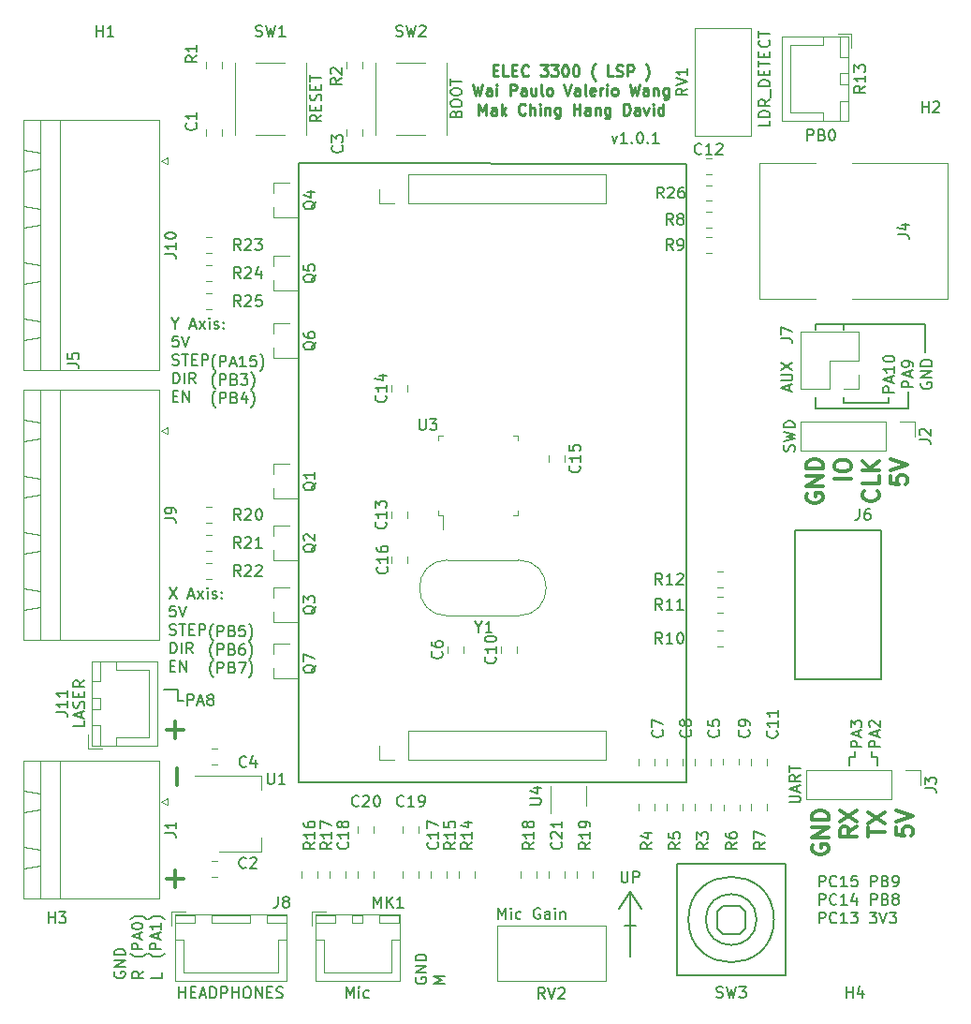
<source format=gto>
G04 #@! TF.GenerationSoftware,KiCad,Pcbnew,5.1.5*
G04 #@! TF.CreationDate,2019-11-23T16:19:56+08:00*
G04 #@! TF.ProjectId,LaserScanningProjector,4c617365-7253-4636-916e-6e696e675072,rev?*
G04 #@! TF.SameCoordinates,Original*
G04 #@! TF.FileFunction,Legend,Top*
G04 #@! TF.FilePolarity,Positive*
%FSLAX46Y46*%
G04 Gerber Fmt 4.6, Leading zero omitted, Abs format (unit mm)*
G04 Created by KiCad (PCBNEW 5.1.5) date 2019-11-23 16:19:56*
%MOMM*%
%LPD*%
G04 APERTURE LIST*
%ADD10C,0.150000*%
%ADD11C,0.300000*%
%ADD12C,0.200000*%
%ADD13C,0.250000*%
%ADD14C,0.120000*%
G04 APERTURE END LIST*
D10*
X119269142Y-35345714D02*
X119507238Y-36012380D01*
X119745333Y-35345714D01*
X120650095Y-36012380D02*
X120078666Y-36012380D01*
X120364380Y-36012380D02*
X120364380Y-35012380D01*
X120269142Y-35155238D01*
X120173904Y-35250476D01*
X120078666Y-35298095D01*
X121078666Y-35917142D02*
X121126285Y-35964761D01*
X121078666Y-36012380D01*
X121031047Y-35964761D01*
X121078666Y-35917142D01*
X121078666Y-36012380D01*
X121745333Y-35012380D02*
X121840571Y-35012380D01*
X121935809Y-35060000D01*
X121983428Y-35107619D01*
X122031047Y-35202857D01*
X122078666Y-35393333D01*
X122078666Y-35631428D01*
X122031047Y-35821904D01*
X121983428Y-35917142D01*
X121935809Y-35964761D01*
X121840571Y-36012380D01*
X121745333Y-36012380D01*
X121650095Y-35964761D01*
X121602476Y-35917142D01*
X121554857Y-35821904D01*
X121507238Y-35631428D01*
X121507238Y-35393333D01*
X121554857Y-35202857D01*
X121602476Y-35107619D01*
X121650095Y-35060000D01*
X121745333Y-35012380D01*
X122507238Y-35917142D02*
X122554857Y-35964761D01*
X122507238Y-36012380D01*
X122459619Y-35964761D01*
X122507238Y-35917142D01*
X122507238Y-36012380D01*
X123507238Y-36012380D02*
X122935809Y-36012380D01*
X123221523Y-36012380D02*
X123221523Y-35012380D01*
X123126285Y-35155238D01*
X123031047Y-35250476D01*
X122935809Y-35298095D01*
X147574000Y-52324000D02*
X147574000Y-54864000D01*
X140208000Y-52324000D02*
X147574000Y-52324000D01*
X140208000Y-52832000D02*
X140208000Y-52324000D01*
X140208000Y-52324000D02*
X140208000Y-52832000D01*
X137668000Y-52324000D02*
X140208000Y-52324000D01*
X137668000Y-52832000D02*
X137668000Y-52324000D01*
X138003595Y-103196380D02*
X138003595Y-102196380D01*
X138384547Y-102196380D01*
X138479785Y-102244000D01*
X138527404Y-102291619D01*
X138575023Y-102386857D01*
X138575023Y-102529714D01*
X138527404Y-102624952D01*
X138479785Y-102672571D01*
X138384547Y-102720190D01*
X138003595Y-102720190D01*
X139575023Y-103101142D02*
X139527404Y-103148761D01*
X139384547Y-103196380D01*
X139289309Y-103196380D01*
X139146452Y-103148761D01*
X139051214Y-103053523D01*
X139003595Y-102958285D01*
X138955976Y-102767809D01*
X138955976Y-102624952D01*
X139003595Y-102434476D01*
X139051214Y-102339238D01*
X139146452Y-102244000D01*
X139289309Y-102196380D01*
X139384547Y-102196380D01*
X139527404Y-102244000D01*
X139575023Y-102291619D01*
X140527404Y-103196380D02*
X139955976Y-103196380D01*
X140241690Y-103196380D02*
X140241690Y-102196380D01*
X140146452Y-102339238D01*
X140051214Y-102434476D01*
X139955976Y-102482095D01*
X141432166Y-102196380D02*
X140955976Y-102196380D01*
X140908357Y-102672571D01*
X140955976Y-102624952D01*
X141051214Y-102577333D01*
X141289309Y-102577333D01*
X141384547Y-102624952D01*
X141432166Y-102672571D01*
X141479785Y-102767809D01*
X141479785Y-103005904D01*
X141432166Y-103101142D01*
X141384547Y-103148761D01*
X141289309Y-103196380D01*
X141051214Y-103196380D01*
X140955976Y-103148761D01*
X140908357Y-103101142D01*
X142670261Y-103196380D02*
X142670261Y-102196380D01*
X143051214Y-102196380D01*
X143146452Y-102244000D01*
X143194071Y-102291619D01*
X143241690Y-102386857D01*
X143241690Y-102529714D01*
X143194071Y-102624952D01*
X143146452Y-102672571D01*
X143051214Y-102720190D01*
X142670261Y-102720190D01*
X144003595Y-102672571D02*
X144146452Y-102720190D01*
X144194071Y-102767809D01*
X144241690Y-102863047D01*
X144241690Y-103005904D01*
X144194071Y-103101142D01*
X144146452Y-103148761D01*
X144051214Y-103196380D01*
X143670261Y-103196380D01*
X143670261Y-102196380D01*
X144003595Y-102196380D01*
X144098833Y-102244000D01*
X144146452Y-102291619D01*
X144194071Y-102386857D01*
X144194071Y-102482095D01*
X144146452Y-102577333D01*
X144098833Y-102624952D01*
X144003595Y-102672571D01*
X143670261Y-102672571D01*
X144717880Y-103196380D02*
X144908357Y-103196380D01*
X145003595Y-103148761D01*
X145051214Y-103101142D01*
X145146452Y-102958285D01*
X145194071Y-102767809D01*
X145194071Y-102386857D01*
X145146452Y-102291619D01*
X145098833Y-102244000D01*
X145003595Y-102196380D01*
X144813119Y-102196380D01*
X144717880Y-102244000D01*
X144670261Y-102291619D01*
X144622642Y-102386857D01*
X144622642Y-102624952D01*
X144670261Y-102720190D01*
X144717880Y-102767809D01*
X144813119Y-102815428D01*
X145003595Y-102815428D01*
X145098833Y-102767809D01*
X145146452Y-102720190D01*
X145194071Y-102624952D01*
X138003595Y-104846380D02*
X138003595Y-103846380D01*
X138384547Y-103846380D01*
X138479785Y-103894000D01*
X138527404Y-103941619D01*
X138575023Y-104036857D01*
X138575023Y-104179714D01*
X138527404Y-104274952D01*
X138479785Y-104322571D01*
X138384547Y-104370190D01*
X138003595Y-104370190D01*
X139575023Y-104751142D02*
X139527404Y-104798761D01*
X139384547Y-104846380D01*
X139289309Y-104846380D01*
X139146452Y-104798761D01*
X139051214Y-104703523D01*
X139003595Y-104608285D01*
X138955976Y-104417809D01*
X138955976Y-104274952D01*
X139003595Y-104084476D01*
X139051214Y-103989238D01*
X139146452Y-103894000D01*
X139289309Y-103846380D01*
X139384547Y-103846380D01*
X139527404Y-103894000D01*
X139575023Y-103941619D01*
X140527404Y-104846380D02*
X139955976Y-104846380D01*
X140241690Y-104846380D02*
X140241690Y-103846380D01*
X140146452Y-103989238D01*
X140051214Y-104084476D01*
X139955976Y-104132095D01*
X141384547Y-104179714D02*
X141384547Y-104846380D01*
X141146452Y-103798761D02*
X140908357Y-104513047D01*
X141527404Y-104513047D01*
X142670261Y-104846380D02*
X142670261Y-103846380D01*
X143051214Y-103846380D01*
X143146452Y-103894000D01*
X143194071Y-103941619D01*
X143241690Y-104036857D01*
X143241690Y-104179714D01*
X143194071Y-104274952D01*
X143146452Y-104322571D01*
X143051214Y-104370190D01*
X142670261Y-104370190D01*
X144003595Y-104322571D02*
X144146452Y-104370190D01*
X144194071Y-104417809D01*
X144241690Y-104513047D01*
X144241690Y-104655904D01*
X144194071Y-104751142D01*
X144146452Y-104798761D01*
X144051214Y-104846380D01*
X143670261Y-104846380D01*
X143670261Y-103846380D01*
X144003595Y-103846380D01*
X144098833Y-103894000D01*
X144146452Y-103941619D01*
X144194071Y-104036857D01*
X144194071Y-104132095D01*
X144146452Y-104227333D01*
X144098833Y-104274952D01*
X144003595Y-104322571D01*
X143670261Y-104322571D01*
X144813119Y-104274952D02*
X144717880Y-104227333D01*
X144670261Y-104179714D01*
X144622642Y-104084476D01*
X144622642Y-104036857D01*
X144670261Y-103941619D01*
X144717880Y-103894000D01*
X144813119Y-103846380D01*
X145003595Y-103846380D01*
X145098833Y-103894000D01*
X145146452Y-103941619D01*
X145194071Y-104036857D01*
X145194071Y-104084476D01*
X145146452Y-104179714D01*
X145098833Y-104227333D01*
X145003595Y-104274952D01*
X144813119Y-104274952D01*
X144717880Y-104322571D01*
X144670261Y-104370190D01*
X144622642Y-104465428D01*
X144622642Y-104655904D01*
X144670261Y-104751142D01*
X144717880Y-104798761D01*
X144813119Y-104846380D01*
X145003595Y-104846380D01*
X145098833Y-104798761D01*
X145146452Y-104751142D01*
X145194071Y-104655904D01*
X145194071Y-104465428D01*
X145146452Y-104370190D01*
X145098833Y-104322571D01*
X145003595Y-104274952D01*
X138003595Y-106496380D02*
X138003595Y-105496380D01*
X138384547Y-105496380D01*
X138479785Y-105544000D01*
X138527404Y-105591619D01*
X138575023Y-105686857D01*
X138575023Y-105829714D01*
X138527404Y-105924952D01*
X138479785Y-105972571D01*
X138384547Y-106020190D01*
X138003595Y-106020190D01*
X139575023Y-106401142D02*
X139527404Y-106448761D01*
X139384547Y-106496380D01*
X139289309Y-106496380D01*
X139146452Y-106448761D01*
X139051214Y-106353523D01*
X139003595Y-106258285D01*
X138955976Y-106067809D01*
X138955976Y-105924952D01*
X139003595Y-105734476D01*
X139051214Y-105639238D01*
X139146452Y-105544000D01*
X139289309Y-105496380D01*
X139384547Y-105496380D01*
X139527404Y-105544000D01*
X139575023Y-105591619D01*
X140527404Y-106496380D02*
X139955976Y-106496380D01*
X140241690Y-106496380D02*
X140241690Y-105496380D01*
X140146452Y-105639238D01*
X140051214Y-105734476D01*
X139955976Y-105782095D01*
X140860738Y-105496380D02*
X141479785Y-105496380D01*
X141146452Y-105877333D01*
X141289309Y-105877333D01*
X141384547Y-105924952D01*
X141432166Y-105972571D01*
X141479785Y-106067809D01*
X141479785Y-106305904D01*
X141432166Y-106401142D01*
X141384547Y-106448761D01*
X141289309Y-106496380D01*
X141003595Y-106496380D01*
X140908357Y-106448761D01*
X140860738Y-106401142D01*
X142575023Y-105496380D02*
X143194071Y-105496380D01*
X142860738Y-105877333D01*
X143003595Y-105877333D01*
X143098833Y-105924952D01*
X143146452Y-105972571D01*
X143194071Y-106067809D01*
X143194071Y-106305904D01*
X143146452Y-106401142D01*
X143098833Y-106448761D01*
X143003595Y-106496380D01*
X142717880Y-106496380D01*
X142622642Y-106448761D01*
X142575023Y-106401142D01*
X143479785Y-105496380D02*
X143813119Y-106496380D01*
X144146452Y-105496380D01*
X144384547Y-105496380D02*
X145003595Y-105496380D01*
X144670261Y-105877333D01*
X144813119Y-105877333D01*
X144908357Y-105924952D01*
X144955976Y-105972571D01*
X145003595Y-106067809D01*
X145003595Y-106305904D01*
X144955976Y-106401142D01*
X144908357Y-106448761D01*
X144813119Y-106496380D01*
X144527404Y-106496380D01*
X144432166Y-106448761D01*
X144384547Y-106401142D01*
X101545000Y-111408595D02*
X101497380Y-111503833D01*
X101497380Y-111646690D01*
X101545000Y-111789547D01*
X101640238Y-111884785D01*
X101735476Y-111932404D01*
X101925952Y-111980023D01*
X102068809Y-111980023D01*
X102259285Y-111932404D01*
X102354523Y-111884785D01*
X102449761Y-111789547D01*
X102497380Y-111646690D01*
X102497380Y-111551452D01*
X102449761Y-111408595D01*
X102402142Y-111360976D01*
X102068809Y-111360976D01*
X102068809Y-111551452D01*
X102497380Y-110932404D02*
X101497380Y-110932404D01*
X102497380Y-110360976D01*
X101497380Y-110360976D01*
X102497380Y-109884785D02*
X101497380Y-109884785D01*
X101497380Y-109646690D01*
X101545000Y-109503833D01*
X101640238Y-109408595D01*
X101735476Y-109360976D01*
X101925952Y-109313357D01*
X102068809Y-109313357D01*
X102259285Y-109360976D01*
X102354523Y-109408595D01*
X102449761Y-109503833D01*
X102497380Y-109646690D01*
X102497380Y-109884785D01*
X104147380Y-111932404D02*
X103147380Y-111932404D01*
X103861666Y-111599071D01*
X103147380Y-111265738D01*
X104147380Y-111265738D01*
X77224333Y-109243619D02*
X77176714Y-109291238D01*
X77033857Y-109386476D01*
X76938619Y-109434095D01*
X76795761Y-109481714D01*
X76557666Y-109529333D01*
X76367190Y-109529333D01*
X76129095Y-109481714D01*
X75986238Y-109434095D01*
X75891000Y-109386476D01*
X75748142Y-109291238D01*
X75700523Y-109243619D01*
X76843380Y-108862666D02*
X75843380Y-108862666D01*
X75843380Y-108481714D01*
X75891000Y-108386476D01*
X75938619Y-108338857D01*
X76033857Y-108291238D01*
X76176714Y-108291238D01*
X76271952Y-108338857D01*
X76319571Y-108386476D01*
X76367190Y-108481714D01*
X76367190Y-108862666D01*
X76557666Y-107910285D02*
X76557666Y-107434095D01*
X76843380Y-108005523D02*
X75843380Y-107672190D01*
X76843380Y-107338857D01*
X75843380Y-106815047D02*
X75843380Y-106719809D01*
X75891000Y-106624571D01*
X75938619Y-106576952D01*
X76033857Y-106529333D01*
X76224333Y-106481714D01*
X76462428Y-106481714D01*
X76652904Y-106529333D01*
X76748142Y-106576952D01*
X76795761Y-106624571D01*
X76843380Y-106719809D01*
X76843380Y-106815047D01*
X76795761Y-106910285D01*
X76748142Y-106957904D01*
X76652904Y-107005523D01*
X76462428Y-107053142D01*
X76224333Y-107053142D01*
X76033857Y-107005523D01*
X75938619Y-106957904D01*
X75891000Y-106910285D01*
X75843380Y-106815047D01*
X77224333Y-106148380D02*
X77176714Y-106100761D01*
X77033857Y-106005523D01*
X76938619Y-105957904D01*
X76795761Y-105910285D01*
X76557666Y-105862666D01*
X76367190Y-105862666D01*
X76129095Y-105910285D01*
X75986238Y-105957904D01*
X75891000Y-106005523D01*
X75748142Y-106100761D01*
X75700523Y-106148380D01*
X78874333Y-109243619D02*
X78826714Y-109291238D01*
X78683857Y-109386476D01*
X78588619Y-109434095D01*
X78445761Y-109481714D01*
X78207666Y-109529333D01*
X78017190Y-109529333D01*
X77779095Y-109481714D01*
X77636238Y-109434095D01*
X77541000Y-109386476D01*
X77398142Y-109291238D01*
X77350523Y-109243619D01*
X78493380Y-108862666D02*
X77493380Y-108862666D01*
X77493380Y-108481714D01*
X77541000Y-108386476D01*
X77588619Y-108338857D01*
X77683857Y-108291238D01*
X77826714Y-108291238D01*
X77921952Y-108338857D01*
X77969571Y-108386476D01*
X78017190Y-108481714D01*
X78017190Y-108862666D01*
X78207666Y-107910285D02*
X78207666Y-107434095D01*
X78493380Y-108005523D02*
X77493380Y-107672190D01*
X78493380Y-107338857D01*
X78493380Y-106481714D02*
X78493380Y-107053142D01*
X78493380Y-106767428D02*
X77493380Y-106767428D01*
X77636238Y-106862666D01*
X77731476Y-106957904D01*
X77779095Y-107053142D01*
X78874333Y-106148380D02*
X78826714Y-106100761D01*
X78683857Y-106005523D01*
X78588619Y-105957904D01*
X78445761Y-105910285D01*
X78207666Y-105862666D01*
X78017190Y-105862666D01*
X77779095Y-105910285D01*
X77636238Y-105957904D01*
X77541000Y-106005523D01*
X77398142Y-106100761D01*
X77350523Y-106148380D01*
X74304000Y-110900595D02*
X74256380Y-110995833D01*
X74256380Y-111138690D01*
X74304000Y-111281547D01*
X74399238Y-111376785D01*
X74494476Y-111424404D01*
X74684952Y-111472023D01*
X74827809Y-111472023D01*
X75018285Y-111424404D01*
X75113523Y-111376785D01*
X75208761Y-111281547D01*
X75256380Y-111138690D01*
X75256380Y-111043452D01*
X75208761Y-110900595D01*
X75161142Y-110852976D01*
X74827809Y-110852976D01*
X74827809Y-111043452D01*
X75256380Y-110424404D02*
X74256380Y-110424404D01*
X75256380Y-109852976D01*
X74256380Y-109852976D01*
X75256380Y-109376785D02*
X74256380Y-109376785D01*
X74256380Y-109138690D01*
X74304000Y-108995833D01*
X74399238Y-108900595D01*
X74494476Y-108852976D01*
X74684952Y-108805357D01*
X74827809Y-108805357D01*
X75018285Y-108852976D01*
X75113523Y-108900595D01*
X75208761Y-108995833D01*
X75256380Y-109138690D01*
X75256380Y-109376785D01*
X76906380Y-110852976D02*
X76430190Y-111186309D01*
X76906380Y-111424404D02*
X75906380Y-111424404D01*
X75906380Y-111043452D01*
X75954000Y-110948214D01*
X76001619Y-110900595D01*
X76096857Y-110852976D01*
X76239714Y-110852976D01*
X76334952Y-110900595D01*
X76382571Y-110948214D01*
X76430190Y-111043452D01*
X76430190Y-111424404D01*
X78556380Y-110948214D02*
X78556380Y-111424404D01*
X77556380Y-111424404D01*
X136937904Y-35758380D02*
X136937904Y-34758380D01*
X137318857Y-34758380D01*
X137414095Y-34806000D01*
X137461714Y-34853619D01*
X137509333Y-34948857D01*
X137509333Y-35091714D01*
X137461714Y-35186952D01*
X137414095Y-35234571D01*
X137318857Y-35282190D01*
X136937904Y-35282190D01*
X138271238Y-35234571D02*
X138414095Y-35282190D01*
X138461714Y-35329809D01*
X138509333Y-35425047D01*
X138509333Y-35567904D01*
X138461714Y-35663142D01*
X138414095Y-35710761D01*
X138318857Y-35758380D01*
X137937904Y-35758380D01*
X137937904Y-34758380D01*
X138271238Y-34758380D01*
X138366476Y-34806000D01*
X138414095Y-34853619D01*
X138461714Y-34948857D01*
X138461714Y-35044095D01*
X138414095Y-35139333D01*
X138366476Y-35186952D01*
X138271238Y-35234571D01*
X137937904Y-35234571D01*
X139128380Y-34758380D02*
X139223619Y-34758380D01*
X139318857Y-34806000D01*
X139366476Y-34853619D01*
X139414095Y-34948857D01*
X139461714Y-35139333D01*
X139461714Y-35377428D01*
X139414095Y-35567904D01*
X139366476Y-35663142D01*
X139318857Y-35710761D01*
X139223619Y-35758380D01*
X139128380Y-35758380D01*
X139033142Y-35710761D01*
X138985523Y-35663142D01*
X138937904Y-35567904D01*
X138890285Y-35377428D01*
X138890285Y-35139333D01*
X138937904Y-34948857D01*
X138985523Y-34853619D01*
X139033142Y-34806000D01*
X139128380Y-34758380D01*
X80010000Y-86360000D02*
X80518000Y-86360000D01*
X80010000Y-85344000D02*
X80010000Y-86360000D01*
X78740000Y-85344000D02*
X80010000Y-85344000D01*
X80875333Y-86812380D02*
X80875333Y-85812380D01*
X81256285Y-85812380D01*
X81351523Y-85860000D01*
X81399142Y-85907619D01*
X81446761Y-86002857D01*
X81446761Y-86145714D01*
X81399142Y-86240952D01*
X81351523Y-86288571D01*
X81256285Y-86336190D01*
X80875333Y-86336190D01*
X81827714Y-86526666D02*
X82303904Y-86526666D01*
X81732476Y-86812380D02*
X82065809Y-85812380D01*
X82399142Y-86812380D01*
X82875333Y-86240952D02*
X82780095Y-86193333D01*
X82732476Y-86145714D01*
X82684857Y-86050476D01*
X82684857Y-86002857D01*
X82732476Y-85907619D01*
X82780095Y-85860000D01*
X82875333Y-85812380D01*
X83065809Y-85812380D01*
X83161047Y-85860000D01*
X83208666Y-85907619D01*
X83256285Y-86002857D01*
X83256285Y-86050476D01*
X83208666Y-86145714D01*
X83161047Y-86193333D01*
X83065809Y-86240952D01*
X82875333Y-86240952D01*
X82780095Y-86288571D01*
X82732476Y-86336190D01*
X82684857Y-86431428D01*
X82684857Y-86621904D01*
X82732476Y-86717142D01*
X82780095Y-86764761D01*
X82875333Y-86812380D01*
X83065809Y-86812380D01*
X83161047Y-86764761D01*
X83208666Y-86717142D01*
X83256285Y-86621904D01*
X83256285Y-86431428D01*
X83208666Y-86336190D01*
X83161047Y-86288571D01*
X83065809Y-86240952D01*
D11*
X78994095Y-89042857D02*
X80517904Y-89042857D01*
X79756000Y-89804761D02*
X79756000Y-88280952D01*
X79898857Y-93979904D02*
X79898857Y-92456095D01*
D10*
X83425309Y-56587333D02*
X83377690Y-56539714D01*
X83282452Y-56396857D01*
X83234833Y-56301619D01*
X83187214Y-56158761D01*
X83139595Y-55920666D01*
X83139595Y-55730190D01*
X83187214Y-55492095D01*
X83234833Y-55349238D01*
X83282452Y-55254000D01*
X83377690Y-55111142D01*
X83425309Y-55063523D01*
X83806261Y-56206380D02*
X83806261Y-55206380D01*
X84187214Y-55206380D01*
X84282452Y-55254000D01*
X84330071Y-55301619D01*
X84377690Y-55396857D01*
X84377690Y-55539714D01*
X84330071Y-55634952D01*
X84282452Y-55682571D01*
X84187214Y-55730190D01*
X83806261Y-55730190D01*
X84758642Y-55920666D02*
X85234833Y-55920666D01*
X84663404Y-56206380D02*
X84996738Y-55206380D01*
X85330071Y-56206380D01*
X86187214Y-56206380D02*
X85615785Y-56206380D01*
X85901500Y-56206380D02*
X85901500Y-55206380D01*
X85806261Y-55349238D01*
X85711023Y-55444476D01*
X85615785Y-55492095D01*
X87091976Y-55206380D02*
X86615785Y-55206380D01*
X86568166Y-55682571D01*
X86615785Y-55634952D01*
X86711023Y-55587333D01*
X86949119Y-55587333D01*
X87044357Y-55634952D01*
X87091976Y-55682571D01*
X87139595Y-55777809D01*
X87139595Y-56015904D01*
X87091976Y-56111142D01*
X87044357Y-56158761D01*
X86949119Y-56206380D01*
X86711023Y-56206380D01*
X86615785Y-56158761D01*
X86568166Y-56111142D01*
X87472928Y-56587333D02*
X87520547Y-56539714D01*
X87615785Y-56396857D01*
X87663404Y-56301619D01*
X87711023Y-56158761D01*
X87758642Y-55920666D01*
X87758642Y-55730190D01*
X87711023Y-55492095D01*
X87663404Y-55349238D01*
X87615785Y-55254000D01*
X87520547Y-55111142D01*
X87472928Y-55063523D01*
X83425309Y-58237333D02*
X83377690Y-58189714D01*
X83282452Y-58046857D01*
X83234833Y-57951619D01*
X83187214Y-57808761D01*
X83139595Y-57570666D01*
X83139595Y-57380190D01*
X83187214Y-57142095D01*
X83234833Y-56999238D01*
X83282452Y-56904000D01*
X83377690Y-56761142D01*
X83425309Y-56713523D01*
X83806261Y-57856380D02*
X83806261Y-56856380D01*
X84187214Y-56856380D01*
X84282452Y-56904000D01*
X84330071Y-56951619D01*
X84377690Y-57046857D01*
X84377690Y-57189714D01*
X84330071Y-57284952D01*
X84282452Y-57332571D01*
X84187214Y-57380190D01*
X83806261Y-57380190D01*
X85139595Y-57332571D02*
X85282452Y-57380190D01*
X85330071Y-57427809D01*
X85377690Y-57523047D01*
X85377690Y-57665904D01*
X85330071Y-57761142D01*
X85282452Y-57808761D01*
X85187214Y-57856380D01*
X84806261Y-57856380D01*
X84806261Y-56856380D01*
X85139595Y-56856380D01*
X85234833Y-56904000D01*
X85282452Y-56951619D01*
X85330071Y-57046857D01*
X85330071Y-57142095D01*
X85282452Y-57237333D01*
X85234833Y-57284952D01*
X85139595Y-57332571D01*
X84806261Y-57332571D01*
X85711023Y-56856380D02*
X86330071Y-56856380D01*
X85996738Y-57237333D01*
X86139595Y-57237333D01*
X86234833Y-57284952D01*
X86282452Y-57332571D01*
X86330071Y-57427809D01*
X86330071Y-57665904D01*
X86282452Y-57761142D01*
X86234833Y-57808761D01*
X86139595Y-57856380D01*
X85853880Y-57856380D01*
X85758642Y-57808761D01*
X85711023Y-57761142D01*
X86663404Y-58237333D02*
X86711023Y-58189714D01*
X86806261Y-58046857D01*
X86853880Y-57951619D01*
X86901500Y-57808761D01*
X86949119Y-57570666D01*
X86949119Y-57380190D01*
X86901500Y-57142095D01*
X86853880Y-56999238D01*
X86806261Y-56904000D01*
X86711023Y-56761142D01*
X86663404Y-56713523D01*
X83425309Y-59887333D02*
X83377690Y-59839714D01*
X83282452Y-59696857D01*
X83234833Y-59601619D01*
X83187214Y-59458761D01*
X83139595Y-59220666D01*
X83139595Y-59030190D01*
X83187214Y-58792095D01*
X83234833Y-58649238D01*
X83282452Y-58554000D01*
X83377690Y-58411142D01*
X83425309Y-58363523D01*
X83806261Y-59506380D02*
X83806261Y-58506380D01*
X84187214Y-58506380D01*
X84282452Y-58554000D01*
X84330071Y-58601619D01*
X84377690Y-58696857D01*
X84377690Y-58839714D01*
X84330071Y-58934952D01*
X84282452Y-58982571D01*
X84187214Y-59030190D01*
X83806261Y-59030190D01*
X85139595Y-58982571D02*
X85282452Y-59030190D01*
X85330071Y-59077809D01*
X85377690Y-59173047D01*
X85377690Y-59315904D01*
X85330071Y-59411142D01*
X85282452Y-59458761D01*
X85187214Y-59506380D01*
X84806261Y-59506380D01*
X84806261Y-58506380D01*
X85139595Y-58506380D01*
X85234833Y-58554000D01*
X85282452Y-58601619D01*
X85330071Y-58696857D01*
X85330071Y-58792095D01*
X85282452Y-58887333D01*
X85234833Y-58934952D01*
X85139595Y-58982571D01*
X84806261Y-58982571D01*
X86234833Y-58839714D02*
X86234833Y-59506380D01*
X85996738Y-58458761D02*
X85758642Y-59173047D01*
X86377690Y-59173047D01*
X86663404Y-59887333D02*
X86711023Y-59839714D01*
X86806261Y-59696857D01*
X86853880Y-59601619D01*
X86901500Y-59458761D01*
X86949119Y-59220666D01*
X86949119Y-59030190D01*
X86901500Y-58792095D01*
X86853880Y-58649238D01*
X86806261Y-58554000D01*
X86711023Y-58411142D01*
X86663404Y-58363523D01*
X79774071Y-52302190D02*
X79774071Y-52778380D01*
X79440738Y-51778380D02*
X79774071Y-52302190D01*
X80107404Y-51778380D01*
X81155023Y-52492666D02*
X81631214Y-52492666D01*
X81059785Y-52778380D02*
X81393119Y-51778380D01*
X81726452Y-52778380D01*
X81964547Y-52778380D02*
X82488357Y-52111714D01*
X81964547Y-52111714D02*
X82488357Y-52778380D01*
X82869309Y-52778380D02*
X82869309Y-52111714D01*
X82869309Y-51778380D02*
X82821690Y-51826000D01*
X82869309Y-51873619D01*
X82916928Y-51826000D01*
X82869309Y-51778380D01*
X82869309Y-51873619D01*
X83297880Y-52730761D02*
X83393119Y-52778380D01*
X83583595Y-52778380D01*
X83678833Y-52730761D01*
X83726452Y-52635523D01*
X83726452Y-52587904D01*
X83678833Y-52492666D01*
X83583595Y-52445047D01*
X83440738Y-52445047D01*
X83345500Y-52397428D01*
X83297880Y-52302190D01*
X83297880Y-52254571D01*
X83345500Y-52159333D01*
X83440738Y-52111714D01*
X83583595Y-52111714D01*
X83678833Y-52159333D01*
X84155023Y-52683142D02*
X84202642Y-52730761D01*
X84155023Y-52778380D01*
X84107404Y-52730761D01*
X84155023Y-52683142D01*
X84155023Y-52778380D01*
X84155023Y-52159333D02*
X84202642Y-52206952D01*
X84155023Y-52254571D01*
X84107404Y-52206952D01*
X84155023Y-52159333D01*
X84155023Y-52254571D01*
X80059785Y-53428380D02*
X79583595Y-53428380D01*
X79535976Y-53904571D01*
X79583595Y-53856952D01*
X79678833Y-53809333D01*
X79916928Y-53809333D01*
X80012166Y-53856952D01*
X80059785Y-53904571D01*
X80107404Y-53999809D01*
X80107404Y-54237904D01*
X80059785Y-54333142D01*
X80012166Y-54380761D01*
X79916928Y-54428380D01*
X79678833Y-54428380D01*
X79583595Y-54380761D01*
X79535976Y-54333142D01*
X80393119Y-53428380D02*
X80726452Y-54428380D01*
X81059785Y-53428380D01*
X79535976Y-56030761D02*
X79678833Y-56078380D01*
X79916928Y-56078380D01*
X80012166Y-56030761D01*
X80059785Y-55983142D01*
X80107404Y-55887904D01*
X80107404Y-55792666D01*
X80059785Y-55697428D01*
X80012166Y-55649809D01*
X79916928Y-55602190D01*
X79726452Y-55554571D01*
X79631214Y-55506952D01*
X79583595Y-55459333D01*
X79535976Y-55364095D01*
X79535976Y-55268857D01*
X79583595Y-55173619D01*
X79631214Y-55126000D01*
X79726452Y-55078380D01*
X79964547Y-55078380D01*
X80107404Y-55126000D01*
X80393119Y-55078380D02*
X80964547Y-55078380D01*
X80678833Y-56078380D02*
X80678833Y-55078380D01*
X81297880Y-55554571D02*
X81631214Y-55554571D01*
X81774071Y-56078380D02*
X81297880Y-56078380D01*
X81297880Y-55078380D01*
X81774071Y-55078380D01*
X82202642Y-56078380D02*
X82202642Y-55078380D01*
X82583595Y-55078380D01*
X82678833Y-55126000D01*
X82726452Y-55173619D01*
X82774071Y-55268857D01*
X82774071Y-55411714D01*
X82726452Y-55506952D01*
X82678833Y-55554571D01*
X82583595Y-55602190D01*
X82202642Y-55602190D01*
X79583595Y-57728380D02*
X79583595Y-56728380D01*
X79821690Y-56728380D01*
X79964547Y-56776000D01*
X80059785Y-56871238D01*
X80107404Y-56966476D01*
X80155023Y-57156952D01*
X80155023Y-57299809D01*
X80107404Y-57490285D01*
X80059785Y-57585523D01*
X79964547Y-57680761D01*
X79821690Y-57728380D01*
X79583595Y-57728380D01*
X80583595Y-57728380D02*
X80583595Y-56728380D01*
X81631214Y-57728380D02*
X81297880Y-57252190D01*
X81059785Y-57728380D02*
X81059785Y-56728380D01*
X81440738Y-56728380D01*
X81535976Y-56776000D01*
X81583595Y-56823619D01*
X81631214Y-56918857D01*
X81631214Y-57061714D01*
X81583595Y-57156952D01*
X81535976Y-57204571D01*
X81440738Y-57252190D01*
X81059785Y-57252190D01*
X79583595Y-58854571D02*
X79916928Y-58854571D01*
X80059785Y-59378380D02*
X79583595Y-59378380D01*
X79583595Y-58378380D01*
X80059785Y-58378380D01*
X80488357Y-59378380D02*
X80488357Y-58378380D01*
X81059785Y-59378380D01*
X81059785Y-58378380D01*
X83216952Y-80971333D02*
X83169333Y-80923714D01*
X83074095Y-80780857D01*
X83026476Y-80685619D01*
X82978857Y-80542761D01*
X82931238Y-80304666D01*
X82931238Y-80114190D01*
X82978857Y-79876095D01*
X83026476Y-79733238D01*
X83074095Y-79638000D01*
X83169333Y-79495142D01*
X83216952Y-79447523D01*
X83597904Y-80590380D02*
X83597904Y-79590380D01*
X83978857Y-79590380D01*
X84074095Y-79638000D01*
X84121714Y-79685619D01*
X84169333Y-79780857D01*
X84169333Y-79923714D01*
X84121714Y-80018952D01*
X84074095Y-80066571D01*
X83978857Y-80114190D01*
X83597904Y-80114190D01*
X84931238Y-80066571D02*
X85074095Y-80114190D01*
X85121714Y-80161809D01*
X85169333Y-80257047D01*
X85169333Y-80399904D01*
X85121714Y-80495142D01*
X85074095Y-80542761D01*
X84978857Y-80590380D01*
X84597904Y-80590380D01*
X84597904Y-79590380D01*
X84931238Y-79590380D01*
X85026476Y-79638000D01*
X85074095Y-79685619D01*
X85121714Y-79780857D01*
X85121714Y-79876095D01*
X85074095Y-79971333D01*
X85026476Y-80018952D01*
X84931238Y-80066571D01*
X84597904Y-80066571D01*
X86074095Y-79590380D02*
X85597904Y-79590380D01*
X85550285Y-80066571D01*
X85597904Y-80018952D01*
X85693142Y-79971333D01*
X85931238Y-79971333D01*
X86026476Y-80018952D01*
X86074095Y-80066571D01*
X86121714Y-80161809D01*
X86121714Y-80399904D01*
X86074095Y-80495142D01*
X86026476Y-80542761D01*
X85931238Y-80590380D01*
X85693142Y-80590380D01*
X85597904Y-80542761D01*
X85550285Y-80495142D01*
X86455047Y-80971333D02*
X86502666Y-80923714D01*
X86597904Y-80780857D01*
X86645523Y-80685619D01*
X86693142Y-80542761D01*
X86740761Y-80304666D01*
X86740761Y-80114190D01*
X86693142Y-79876095D01*
X86645523Y-79733238D01*
X86597904Y-79638000D01*
X86502666Y-79495142D01*
X86455047Y-79447523D01*
X83216952Y-82621333D02*
X83169333Y-82573714D01*
X83074095Y-82430857D01*
X83026476Y-82335619D01*
X82978857Y-82192761D01*
X82931238Y-81954666D01*
X82931238Y-81764190D01*
X82978857Y-81526095D01*
X83026476Y-81383238D01*
X83074095Y-81288000D01*
X83169333Y-81145142D01*
X83216952Y-81097523D01*
X83597904Y-82240380D02*
X83597904Y-81240380D01*
X83978857Y-81240380D01*
X84074095Y-81288000D01*
X84121714Y-81335619D01*
X84169333Y-81430857D01*
X84169333Y-81573714D01*
X84121714Y-81668952D01*
X84074095Y-81716571D01*
X83978857Y-81764190D01*
X83597904Y-81764190D01*
X84931238Y-81716571D02*
X85074095Y-81764190D01*
X85121714Y-81811809D01*
X85169333Y-81907047D01*
X85169333Y-82049904D01*
X85121714Y-82145142D01*
X85074095Y-82192761D01*
X84978857Y-82240380D01*
X84597904Y-82240380D01*
X84597904Y-81240380D01*
X84931238Y-81240380D01*
X85026476Y-81288000D01*
X85074095Y-81335619D01*
X85121714Y-81430857D01*
X85121714Y-81526095D01*
X85074095Y-81621333D01*
X85026476Y-81668952D01*
X84931238Y-81716571D01*
X84597904Y-81716571D01*
X86026476Y-81240380D02*
X85836000Y-81240380D01*
X85740761Y-81288000D01*
X85693142Y-81335619D01*
X85597904Y-81478476D01*
X85550285Y-81668952D01*
X85550285Y-82049904D01*
X85597904Y-82145142D01*
X85645523Y-82192761D01*
X85740761Y-82240380D01*
X85931238Y-82240380D01*
X86026476Y-82192761D01*
X86074095Y-82145142D01*
X86121714Y-82049904D01*
X86121714Y-81811809D01*
X86074095Y-81716571D01*
X86026476Y-81668952D01*
X85931238Y-81621333D01*
X85740761Y-81621333D01*
X85645523Y-81668952D01*
X85597904Y-81716571D01*
X85550285Y-81811809D01*
X86455047Y-82621333D02*
X86502666Y-82573714D01*
X86597904Y-82430857D01*
X86645523Y-82335619D01*
X86693142Y-82192761D01*
X86740761Y-81954666D01*
X86740761Y-81764190D01*
X86693142Y-81526095D01*
X86645523Y-81383238D01*
X86597904Y-81288000D01*
X86502666Y-81145142D01*
X86455047Y-81097523D01*
X83216952Y-84271333D02*
X83169333Y-84223714D01*
X83074095Y-84080857D01*
X83026476Y-83985619D01*
X82978857Y-83842761D01*
X82931238Y-83604666D01*
X82931238Y-83414190D01*
X82978857Y-83176095D01*
X83026476Y-83033238D01*
X83074095Y-82938000D01*
X83169333Y-82795142D01*
X83216952Y-82747523D01*
X83597904Y-83890380D02*
X83597904Y-82890380D01*
X83978857Y-82890380D01*
X84074095Y-82938000D01*
X84121714Y-82985619D01*
X84169333Y-83080857D01*
X84169333Y-83223714D01*
X84121714Y-83318952D01*
X84074095Y-83366571D01*
X83978857Y-83414190D01*
X83597904Y-83414190D01*
X84931238Y-83366571D02*
X85074095Y-83414190D01*
X85121714Y-83461809D01*
X85169333Y-83557047D01*
X85169333Y-83699904D01*
X85121714Y-83795142D01*
X85074095Y-83842761D01*
X84978857Y-83890380D01*
X84597904Y-83890380D01*
X84597904Y-82890380D01*
X84931238Y-82890380D01*
X85026476Y-82938000D01*
X85074095Y-82985619D01*
X85121714Y-83080857D01*
X85121714Y-83176095D01*
X85074095Y-83271333D01*
X85026476Y-83318952D01*
X84931238Y-83366571D01*
X84597904Y-83366571D01*
X85502666Y-82890380D02*
X86169333Y-82890380D01*
X85740761Y-83890380D01*
X86455047Y-84271333D02*
X86502666Y-84223714D01*
X86597904Y-84080857D01*
X86645523Y-83985619D01*
X86693142Y-83842761D01*
X86740761Y-83604666D01*
X86740761Y-83414190D01*
X86693142Y-83176095D01*
X86645523Y-83033238D01*
X86597904Y-82938000D01*
X86502666Y-82795142D01*
X86455047Y-82747523D01*
X79234357Y-76162380D02*
X79901023Y-77162380D01*
X79901023Y-76162380D02*
X79234357Y-77162380D01*
X80996261Y-76876666D02*
X81472452Y-76876666D01*
X80901023Y-77162380D02*
X81234357Y-76162380D01*
X81567690Y-77162380D01*
X81805785Y-77162380D02*
X82329595Y-76495714D01*
X81805785Y-76495714D02*
X82329595Y-77162380D01*
X82710547Y-77162380D02*
X82710547Y-76495714D01*
X82710547Y-76162380D02*
X82662928Y-76210000D01*
X82710547Y-76257619D01*
X82758166Y-76210000D01*
X82710547Y-76162380D01*
X82710547Y-76257619D01*
X83139119Y-77114761D02*
X83234357Y-77162380D01*
X83424833Y-77162380D01*
X83520071Y-77114761D01*
X83567690Y-77019523D01*
X83567690Y-76971904D01*
X83520071Y-76876666D01*
X83424833Y-76829047D01*
X83281976Y-76829047D01*
X83186738Y-76781428D01*
X83139119Y-76686190D01*
X83139119Y-76638571D01*
X83186738Y-76543333D01*
X83281976Y-76495714D01*
X83424833Y-76495714D01*
X83520071Y-76543333D01*
X83996261Y-77067142D02*
X84043880Y-77114761D01*
X83996261Y-77162380D01*
X83948642Y-77114761D01*
X83996261Y-77067142D01*
X83996261Y-77162380D01*
X83996261Y-76543333D02*
X84043880Y-76590952D01*
X83996261Y-76638571D01*
X83948642Y-76590952D01*
X83996261Y-76543333D01*
X83996261Y-76638571D01*
X79805785Y-77812380D02*
X79329595Y-77812380D01*
X79281976Y-78288571D01*
X79329595Y-78240952D01*
X79424833Y-78193333D01*
X79662928Y-78193333D01*
X79758166Y-78240952D01*
X79805785Y-78288571D01*
X79853404Y-78383809D01*
X79853404Y-78621904D01*
X79805785Y-78717142D01*
X79758166Y-78764761D01*
X79662928Y-78812380D01*
X79424833Y-78812380D01*
X79329595Y-78764761D01*
X79281976Y-78717142D01*
X80139119Y-77812380D02*
X80472452Y-78812380D01*
X80805785Y-77812380D01*
X79281976Y-80414761D02*
X79424833Y-80462380D01*
X79662928Y-80462380D01*
X79758166Y-80414761D01*
X79805785Y-80367142D01*
X79853404Y-80271904D01*
X79853404Y-80176666D01*
X79805785Y-80081428D01*
X79758166Y-80033809D01*
X79662928Y-79986190D01*
X79472452Y-79938571D01*
X79377214Y-79890952D01*
X79329595Y-79843333D01*
X79281976Y-79748095D01*
X79281976Y-79652857D01*
X79329595Y-79557619D01*
X79377214Y-79510000D01*
X79472452Y-79462380D01*
X79710547Y-79462380D01*
X79853404Y-79510000D01*
X80139119Y-79462380D02*
X80710547Y-79462380D01*
X80424833Y-80462380D02*
X80424833Y-79462380D01*
X81043880Y-79938571D02*
X81377214Y-79938571D01*
X81520071Y-80462380D02*
X81043880Y-80462380D01*
X81043880Y-79462380D01*
X81520071Y-79462380D01*
X81948642Y-80462380D02*
X81948642Y-79462380D01*
X82329595Y-79462380D01*
X82424833Y-79510000D01*
X82472452Y-79557619D01*
X82520071Y-79652857D01*
X82520071Y-79795714D01*
X82472452Y-79890952D01*
X82424833Y-79938571D01*
X82329595Y-79986190D01*
X81948642Y-79986190D01*
X79329595Y-82112380D02*
X79329595Y-81112380D01*
X79567690Y-81112380D01*
X79710547Y-81160000D01*
X79805785Y-81255238D01*
X79853404Y-81350476D01*
X79901023Y-81540952D01*
X79901023Y-81683809D01*
X79853404Y-81874285D01*
X79805785Y-81969523D01*
X79710547Y-82064761D01*
X79567690Y-82112380D01*
X79329595Y-82112380D01*
X80329595Y-82112380D02*
X80329595Y-81112380D01*
X81377214Y-82112380D02*
X81043880Y-81636190D01*
X80805785Y-82112380D02*
X80805785Y-81112380D01*
X81186738Y-81112380D01*
X81281976Y-81160000D01*
X81329595Y-81207619D01*
X81377214Y-81302857D01*
X81377214Y-81445714D01*
X81329595Y-81540952D01*
X81281976Y-81588571D01*
X81186738Y-81636190D01*
X80805785Y-81636190D01*
X79329595Y-83238571D02*
X79662928Y-83238571D01*
X79805785Y-83762380D02*
X79329595Y-83762380D01*
X79329595Y-82762380D01*
X79805785Y-82762380D01*
X80234357Y-83762380D02*
X80234357Y-82762380D01*
X80805785Y-83762380D01*
X80805785Y-82762380D01*
X120396000Y-106680000D02*
X121412000Y-106680000D01*
X120118285Y-101814380D02*
X120118285Y-102623904D01*
X120165904Y-102719142D01*
X120213523Y-102766761D01*
X120308761Y-102814380D01*
X120499238Y-102814380D01*
X120594476Y-102766761D01*
X120642095Y-102719142D01*
X120689714Y-102623904D01*
X120689714Y-101814380D01*
X121165904Y-102814380D02*
X121165904Y-101814380D01*
X121546857Y-101814380D01*
X121642095Y-101862000D01*
X121689714Y-101909619D01*
X121737333Y-102004857D01*
X121737333Y-102147714D01*
X121689714Y-102242952D01*
X121642095Y-102290571D01*
X121546857Y-102338190D01*
X121165904Y-102338190D01*
X120904000Y-103632000D02*
X121920000Y-105156000D01*
X120904000Y-103632000D02*
X119888000Y-105156000D01*
X120904000Y-103632000D02*
X120904000Y-109474000D01*
D11*
X137426000Y-99440857D02*
X137354571Y-99583714D01*
X137354571Y-99798000D01*
X137426000Y-100012285D01*
X137568857Y-100155142D01*
X137711714Y-100226571D01*
X137997428Y-100298000D01*
X138211714Y-100298000D01*
X138497428Y-100226571D01*
X138640285Y-100155142D01*
X138783142Y-100012285D01*
X138854571Y-99798000D01*
X138854571Y-99655142D01*
X138783142Y-99440857D01*
X138711714Y-99369428D01*
X138211714Y-99369428D01*
X138211714Y-99655142D01*
X138854571Y-98726571D02*
X137354571Y-98726571D01*
X138854571Y-97869428D01*
X137354571Y-97869428D01*
X138854571Y-97155142D02*
X137354571Y-97155142D01*
X137354571Y-96798000D01*
X137426000Y-96583714D01*
X137568857Y-96440857D01*
X137711714Y-96369428D01*
X137997428Y-96298000D01*
X138211714Y-96298000D01*
X138497428Y-96369428D01*
X138640285Y-96440857D01*
X138783142Y-96583714D01*
X138854571Y-96798000D01*
X138854571Y-97155142D01*
X144974571Y-97821714D02*
X144974571Y-98536000D01*
X145688857Y-98607428D01*
X145617428Y-98536000D01*
X145546000Y-98393142D01*
X145546000Y-98036000D01*
X145617428Y-97893142D01*
X145688857Y-97821714D01*
X145831714Y-97750285D01*
X146188857Y-97750285D01*
X146331714Y-97821714D01*
X146403142Y-97893142D01*
X146474571Y-98036000D01*
X146474571Y-98393142D01*
X146403142Y-98536000D01*
X146331714Y-98607428D01*
X144974571Y-97321714D02*
X146474571Y-96821714D01*
X144974571Y-96321714D01*
X142434571Y-98678857D02*
X142434571Y-97821714D01*
X143934571Y-98250285D02*
X142434571Y-98250285D01*
X142434571Y-97464571D02*
X143934571Y-96464571D01*
X142434571Y-96464571D02*
X143934571Y-97464571D01*
X141394571Y-97786000D02*
X140680285Y-98286000D01*
X141394571Y-98643142D02*
X139894571Y-98643142D01*
X139894571Y-98071714D01*
X139966000Y-97928857D01*
X140037428Y-97857428D01*
X140180285Y-97786000D01*
X140394571Y-97786000D01*
X140537428Y-97857428D01*
X140608857Y-97928857D01*
X140680285Y-98071714D01*
X140680285Y-98643142D01*
X139894571Y-97286000D02*
X141394571Y-96286000D01*
X139894571Y-96286000D02*
X141394571Y-97286000D01*
D10*
X143256000Y-91440000D02*
X143256000Y-92202000D01*
X142748000Y-91440000D02*
X143256000Y-91440000D01*
X142748000Y-90932000D02*
X142748000Y-91440000D01*
X140716000Y-91440000D02*
X140716000Y-92202000D01*
X141224000Y-91440000D02*
X140716000Y-91440000D01*
X141224000Y-90932000D02*
X141224000Y-91440000D01*
X141867380Y-90574666D02*
X140867380Y-90574666D01*
X140867380Y-90193714D01*
X140915000Y-90098476D01*
X140962619Y-90050857D01*
X141057857Y-90003238D01*
X141200714Y-90003238D01*
X141295952Y-90050857D01*
X141343571Y-90098476D01*
X141391190Y-90193714D01*
X141391190Y-90574666D01*
X141581666Y-89622285D02*
X141581666Y-89146095D01*
X141867380Y-89717523D02*
X140867380Y-89384190D01*
X141867380Y-89050857D01*
X140867380Y-88812761D02*
X140867380Y-88193714D01*
X141248333Y-88527047D01*
X141248333Y-88384190D01*
X141295952Y-88288952D01*
X141343571Y-88241333D01*
X141438809Y-88193714D01*
X141676904Y-88193714D01*
X141772142Y-88241333D01*
X141819761Y-88288952D01*
X141867380Y-88384190D01*
X141867380Y-88669904D01*
X141819761Y-88765142D01*
X141772142Y-88812761D01*
X143517380Y-90574666D02*
X142517380Y-90574666D01*
X142517380Y-90193714D01*
X142565000Y-90098476D01*
X142612619Y-90050857D01*
X142707857Y-90003238D01*
X142850714Y-90003238D01*
X142945952Y-90050857D01*
X142993571Y-90098476D01*
X143041190Y-90193714D01*
X143041190Y-90574666D01*
X143231666Y-89622285D02*
X143231666Y-89146095D01*
X143517380Y-89717523D02*
X142517380Y-89384190D01*
X143517380Y-89050857D01*
X142612619Y-88765142D02*
X142565000Y-88717523D01*
X142517380Y-88622285D01*
X142517380Y-88384190D01*
X142565000Y-88288952D01*
X142612619Y-88241333D01*
X142707857Y-88193714D01*
X142803095Y-88193714D01*
X142945952Y-88241333D01*
X143517380Y-88812761D01*
X143517380Y-88193714D01*
X137668000Y-59944000D02*
X137668000Y-58928000D01*
X146050000Y-59944000D02*
X137668000Y-59944000D01*
X146050000Y-58420000D02*
X146050000Y-59944000D01*
X144272000Y-59436000D02*
X144272000Y-58928000D01*
X140208000Y-59436000D02*
X144272000Y-59436000D01*
X140208000Y-58928000D02*
X140208000Y-59436000D01*
D12*
X144802380Y-58538857D02*
X143802380Y-58538857D01*
X143802380Y-58157904D01*
X143850000Y-58062666D01*
X143897619Y-58015047D01*
X143992857Y-57967428D01*
X144135714Y-57967428D01*
X144230952Y-58015047D01*
X144278571Y-58062666D01*
X144326190Y-58157904D01*
X144326190Y-58538857D01*
X144516666Y-57586476D02*
X144516666Y-57110285D01*
X144802380Y-57681714D02*
X143802380Y-57348380D01*
X144802380Y-57015047D01*
X144802380Y-56157904D02*
X144802380Y-56729333D01*
X144802380Y-56443619D02*
X143802380Y-56443619D01*
X143945238Y-56538857D01*
X144040476Y-56634095D01*
X144088095Y-56729333D01*
X143802380Y-55538857D02*
X143802380Y-55443619D01*
X143850000Y-55348380D01*
X143897619Y-55300761D01*
X143992857Y-55253142D01*
X144183333Y-55205523D01*
X144421428Y-55205523D01*
X144611904Y-55253142D01*
X144707142Y-55300761D01*
X144754761Y-55348380D01*
X144802380Y-55443619D01*
X144802380Y-55538857D01*
X144754761Y-55634095D01*
X144707142Y-55681714D01*
X144611904Y-55729333D01*
X144421428Y-55776952D01*
X144183333Y-55776952D01*
X143992857Y-55729333D01*
X143897619Y-55681714D01*
X143850000Y-55634095D01*
X143802380Y-55538857D01*
X146502380Y-58062666D02*
X145502380Y-58062666D01*
X145502380Y-57681714D01*
X145550000Y-57586476D01*
X145597619Y-57538857D01*
X145692857Y-57491238D01*
X145835714Y-57491238D01*
X145930952Y-57538857D01*
X145978571Y-57586476D01*
X146026190Y-57681714D01*
X146026190Y-58062666D01*
X146216666Y-57110285D02*
X146216666Y-56634095D01*
X146502380Y-57205523D02*
X145502380Y-56872190D01*
X146502380Y-56538857D01*
X146502380Y-56157904D02*
X146502380Y-55967428D01*
X146454761Y-55872190D01*
X146407142Y-55824571D01*
X146264285Y-55729333D01*
X146073809Y-55681714D01*
X145692857Y-55681714D01*
X145597619Y-55729333D01*
X145550000Y-55776952D01*
X145502380Y-55872190D01*
X145502380Y-56062666D01*
X145550000Y-56157904D01*
X145597619Y-56205523D01*
X145692857Y-56253142D01*
X145930952Y-56253142D01*
X146026190Y-56205523D01*
X146073809Y-56157904D01*
X146121428Y-56062666D01*
X146121428Y-55872190D01*
X146073809Y-55776952D01*
X146026190Y-55729333D01*
X145930952Y-55681714D01*
X147250000Y-57657904D02*
X147202380Y-57753142D01*
X147202380Y-57896000D01*
X147250000Y-58038857D01*
X147345238Y-58134095D01*
X147440476Y-58181714D01*
X147630952Y-58229333D01*
X147773809Y-58229333D01*
X147964285Y-58181714D01*
X148059523Y-58134095D01*
X148154761Y-58038857D01*
X148202380Y-57896000D01*
X148202380Y-57800761D01*
X148154761Y-57657904D01*
X148107142Y-57610285D01*
X147773809Y-57610285D01*
X147773809Y-57800761D01*
X148202380Y-57181714D02*
X147202380Y-57181714D01*
X148202380Y-56610285D01*
X147202380Y-56610285D01*
X148202380Y-56134095D02*
X147202380Y-56134095D01*
X147202380Y-55896000D01*
X147250000Y-55753142D01*
X147345238Y-55657904D01*
X147440476Y-55610285D01*
X147630952Y-55562666D01*
X147773809Y-55562666D01*
X147964285Y-55610285D01*
X148059523Y-55657904D01*
X148154761Y-55753142D01*
X148202380Y-55896000D01*
X148202380Y-56134095D01*
D11*
X136918000Y-67690857D02*
X136846571Y-67833714D01*
X136846571Y-68048000D01*
X136918000Y-68262285D01*
X137060857Y-68405142D01*
X137203714Y-68476571D01*
X137489428Y-68548000D01*
X137703714Y-68548000D01*
X137989428Y-68476571D01*
X138132285Y-68405142D01*
X138275142Y-68262285D01*
X138346571Y-68048000D01*
X138346571Y-67905142D01*
X138275142Y-67690857D01*
X138203714Y-67619428D01*
X137703714Y-67619428D01*
X137703714Y-67905142D01*
X138346571Y-66976571D02*
X136846571Y-66976571D01*
X138346571Y-66119428D01*
X136846571Y-66119428D01*
X138346571Y-65405142D02*
X136846571Y-65405142D01*
X136846571Y-65048000D01*
X136918000Y-64833714D01*
X137060857Y-64690857D01*
X137203714Y-64619428D01*
X137489428Y-64548000D01*
X137703714Y-64548000D01*
X137989428Y-64619428D01*
X138132285Y-64690857D01*
X138275142Y-64833714D01*
X138346571Y-65048000D01*
X138346571Y-65405142D01*
X144466571Y-66071714D02*
X144466571Y-66786000D01*
X145180857Y-66857428D01*
X145109428Y-66786000D01*
X145038000Y-66643142D01*
X145038000Y-66286000D01*
X145109428Y-66143142D01*
X145180857Y-66071714D01*
X145323714Y-66000285D01*
X145680857Y-66000285D01*
X145823714Y-66071714D01*
X145895142Y-66143142D01*
X145966571Y-66286000D01*
X145966571Y-66643142D01*
X145895142Y-66786000D01*
X145823714Y-66857428D01*
X144466571Y-65571714D02*
X145966571Y-65071714D01*
X144466571Y-64571714D01*
X143283714Y-67440857D02*
X143355142Y-67512285D01*
X143426571Y-67726571D01*
X143426571Y-67869428D01*
X143355142Y-68083714D01*
X143212285Y-68226571D01*
X143069428Y-68298000D01*
X142783714Y-68369428D01*
X142569428Y-68369428D01*
X142283714Y-68298000D01*
X142140857Y-68226571D01*
X141998000Y-68083714D01*
X141926571Y-67869428D01*
X141926571Y-67726571D01*
X141998000Y-67512285D01*
X142069428Y-67440857D01*
X143426571Y-66083714D02*
X143426571Y-66798000D01*
X141926571Y-66798000D01*
X143426571Y-65583714D02*
X141926571Y-65583714D01*
X143426571Y-64726571D02*
X142569428Y-65369428D01*
X141926571Y-64726571D02*
X142783714Y-65583714D01*
X140886571Y-66317714D02*
X139386571Y-66317714D01*
X139386571Y-65317714D02*
X139386571Y-65032000D01*
X139458000Y-64889142D01*
X139600857Y-64746285D01*
X139886571Y-64674857D01*
X140386571Y-64674857D01*
X140672285Y-64746285D01*
X140815142Y-64889142D01*
X140886571Y-65032000D01*
X140886571Y-65317714D01*
X140815142Y-65460571D01*
X140672285Y-65603428D01*
X140386571Y-65674857D01*
X139886571Y-65674857D01*
X139600857Y-65603428D01*
X139458000Y-65460571D01*
X139386571Y-65317714D01*
D10*
X108990190Y-106116380D02*
X108990190Y-105116380D01*
X109323523Y-105830666D01*
X109656857Y-105116380D01*
X109656857Y-106116380D01*
X110133047Y-106116380D02*
X110133047Y-105449714D01*
X110133047Y-105116380D02*
X110085428Y-105164000D01*
X110133047Y-105211619D01*
X110180666Y-105164000D01*
X110133047Y-105116380D01*
X110133047Y-105211619D01*
X111037809Y-106068761D02*
X110942571Y-106116380D01*
X110752095Y-106116380D01*
X110656857Y-106068761D01*
X110609238Y-106021142D01*
X110561619Y-105925904D01*
X110561619Y-105640190D01*
X110609238Y-105544952D01*
X110656857Y-105497333D01*
X110752095Y-105449714D01*
X110942571Y-105449714D01*
X111037809Y-105497333D01*
X112752095Y-105164000D02*
X112656857Y-105116380D01*
X112514000Y-105116380D01*
X112371142Y-105164000D01*
X112275904Y-105259238D01*
X112228285Y-105354476D01*
X112180666Y-105544952D01*
X112180666Y-105687809D01*
X112228285Y-105878285D01*
X112275904Y-105973523D01*
X112371142Y-106068761D01*
X112514000Y-106116380D01*
X112609238Y-106116380D01*
X112752095Y-106068761D01*
X112799714Y-106021142D01*
X112799714Y-105687809D01*
X112609238Y-105687809D01*
X113656857Y-106116380D02*
X113656857Y-105592571D01*
X113609238Y-105497333D01*
X113514000Y-105449714D01*
X113323523Y-105449714D01*
X113228285Y-105497333D01*
X113656857Y-106068761D02*
X113561619Y-106116380D01*
X113323523Y-106116380D01*
X113228285Y-106068761D01*
X113180666Y-105973523D01*
X113180666Y-105878285D01*
X113228285Y-105783047D01*
X113323523Y-105735428D01*
X113561619Y-105735428D01*
X113656857Y-105687809D01*
X114133047Y-106116380D02*
X114133047Y-105449714D01*
X114133047Y-105116380D02*
X114085428Y-105164000D01*
X114133047Y-105211619D01*
X114180666Y-105164000D01*
X114133047Y-105116380D01*
X114133047Y-105211619D01*
X114609238Y-105449714D02*
X114609238Y-106116380D01*
X114609238Y-105544952D02*
X114656857Y-105497333D01*
X114752095Y-105449714D01*
X114894952Y-105449714D01*
X114990190Y-105497333D01*
X115037809Y-105592571D01*
X115037809Y-106116380D01*
D11*
X78994095Y-102504857D02*
X80517904Y-102504857D01*
X79756000Y-103266761D02*
X79756000Y-101742952D01*
D13*
X108522380Y-29420571D02*
X108855714Y-29420571D01*
X108998571Y-29944380D02*
X108522380Y-29944380D01*
X108522380Y-28944380D01*
X108998571Y-28944380D01*
X109903333Y-29944380D02*
X109427142Y-29944380D01*
X109427142Y-28944380D01*
X110236666Y-29420571D02*
X110570000Y-29420571D01*
X110712857Y-29944380D02*
X110236666Y-29944380D01*
X110236666Y-28944380D01*
X110712857Y-28944380D01*
X111712857Y-29849142D02*
X111665238Y-29896761D01*
X111522380Y-29944380D01*
X111427142Y-29944380D01*
X111284285Y-29896761D01*
X111189047Y-29801523D01*
X111141428Y-29706285D01*
X111093809Y-29515809D01*
X111093809Y-29372952D01*
X111141428Y-29182476D01*
X111189047Y-29087238D01*
X111284285Y-28992000D01*
X111427142Y-28944380D01*
X111522380Y-28944380D01*
X111665238Y-28992000D01*
X111712857Y-29039619D01*
X112808095Y-28944380D02*
X113427142Y-28944380D01*
X113093809Y-29325333D01*
X113236666Y-29325333D01*
X113331904Y-29372952D01*
X113379523Y-29420571D01*
X113427142Y-29515809D01*
X113427142Y-29753904D01*
X113379523Y-29849142D01*
X113331904Y-29896761D01*
X113236666Y-29944380D01*
X112950952Y-29944380D01*
X112855714Y-29896761D01*
X112808095Y-29849142D01*
X113760476Y-28944380D02*
X114379523Y-28944380D01*
X114046190Y-29325333D01*
X114189047Y-29325333D01*
X114284285Y-29372952D01*
X114331904Y-29420571D01*
X114379523Y-29515809D01*
X114379523Y-29753904D01*
X114331904Y-29849142D01*
X114284285Y-29896761D01*
X114189047Y-29944380D01*
X113903333Y-29944380D01*
X113808095Y-29896761D01*
X113760476Y-29849142D01*
X114998571Y-28944380D02*
X115093809Y-28944380D01*
X115189047Y-28992000D01*
X115236666Y-29039619D01*
X115284285Y-29134857D01*
X115331904Y-29325333D01*
X115331904Y-29563428D01*
X115284285Y-29753904D01*
X115236666Y-29849142D01*
X115189047Y-29896761D01*
X115093809Y-29944380D01*
X114998571Y-29944380D01*
X114903333Y-29896761D01*
X114855714Y-29849142D01*
X114808095Y-29753904D01*
X114760476Y-29563428D01*
X114760476Y-29325333D01*
X114808095Y-29134857D01*
X114855714Y-29039619D01*
X114903333Y-28992000D01*
X114998571Y-28944380D01*
X115950952Y-28944380D02*
X116046190Y-28944380D01*
X116141428Y-28992000D01*
X116189047Y-29039619D01*
X116236666Y-29134857D01*
X116284285Y-29325333D01*
X116284285Y-29563428D01*
X116236666Y-29753904D01*
X116189047Y-29849142D01*
X116141428Y-29896761D01*
X116046190Y-29944380D01*
X115950952Y-29944380D01*
X115855714Y-29896761D01*
X115808095Y-29849142D01*
X115760476Y-29753904D01*
X115712857Y-29563428D01*
X115712857Y-29325333D01*
X115760476Y-29134857D01*
X115808095Y-29039619D01*
X115855714Y-28992000D01*
X115950952Y-28944380D01*
X117760476Y-30325333D02*
X117712857Y-30277714D01*
X117617619Y-30134857D01*
X117570000Y-30039619D01*
X117522380Y-29896761D01*
X117474761Y-29658666D01*
X117474761Y-29468190D01*
X117522380Y-29230095D01*
X117570000Y-29087238D01*
X117617619Y-28992000D01*
X117712857Y-28849142D01*
X117760476Y-28801523D01*
X119379523Y-29944380D02*
X118903333Y-29944380D01*
X118903333Y-28944380D01*
X119665238Y-29896761D02*
X119808095Y-29944380D01*
X120046190Y-29944380D01*
X120141428Y-29896761D01*
X120189047Y-29849142D01*
X120236666Y-29753904D01*
X120236666Y-29658666D01*
X120189047Y-29563428D01*
X120141428Y-29515809D01*
X120046190Y-29468190D01*
X119855714Y-29420571D01*
X119760476Y-29372952D01*
X119712857Y-29325333D01*
X119665238Y-29230095D01*
X119665238Y-29134857D01*
X119712857Y-29039619D01*
X119760476Y-28992000D01*
X119855714Y-28944380D01*
X120093809Y-28944380D01*
X120236666Y-28992000D01*
X120665238Y-29944380D02*
X120665238Y-28944380D01*
X121046190Y-28944380D01*
X121141428Y-28992000D01*
X121189047Y-29039619D01*
X121236666Y-29134857D01*
X121236666Y-29277714D01*
X121189047Y-29372952D01*
X121141428Y-29420571D01*
X121046190Y-29468190D01*
X120665238Y-29468190D01*
X122331904Y-30325333D02*
X122379523Y-30277714D01*
X122474761Y-30134857D01*
X122522380Y-30039619D01*
X122570000Y-29896761D01*
X122617619Y-29658666D01*
X122617619Y-29468190D01*
X122570000Y-29230095D01*
X122522380Y-29087238D01*
X122474761Y-28992000D01*
X122379523Y-28849142D01*
X122331904Y-28801523D01*
X106689047Y-30694380D02*
X106927142Y-31694380D01*
X107117619Y-30980095D01*
X107308095Y-31694380D01*
X107546190Y-30694380D01*
X108355714Y-31694380D02*
X108355714Y-31170571D01*
X108308095Y-31075333D01*
X108212857Y-31027714D01*
X108022380Y-31027714D01*
X107927142Y-31075333D01*
X108355714Y-31646761D02*
X108260476Y-31694380D01*
X108022380Y-31694380D01*
X107927142Y-31646761D01*
X107879523Y-31551523D01*
X107879523Y-31456285D01*
X107927142Y-31361047D01*
X108022380Y-31313428D01*
X108260476Y-31313428D01*
X108355714Y-31265809D01*
X108831904Y-31694380D02*
X108831904Y-31027714D01*
X108831904Y-30694380D02*
X108784285Y-30742000D01*
X108831904Y-30789619D01*
X108879523Y-30742000D01*
X108831904Y-30694380D01*
X108831904Y-30789619D01*
X110070000Y-31694380D02*
X110070000Y-30694380D01*
X110450952Y-30694380D01*
X110546190Y-30742000D01*
X110593809Y-30789619D01*
X110641428Y-30884857D01*
X110641428Y-31027714D01*
X110593809Y-31122952D01*
X110546190Y-31170571D01*
X110450952Y-31218190D01*
X110070000Y-31218190D01*
X111498571Y-31694380D02*
X111498571Y-31170571D01*
X111450952Y-31075333D01*
X111355714Y-31027714D01*
X111165238Y-31027714D01*
X111070000Y-31075333D01*
X111498571Y-31646761D02*
X111403333Y-31694380D01*
X111165238Y-31694380D01*
X111070000Y-31646761D01*
X111022380Y-31551523D01*
X111022380Y-31456285D01*
X111070000Y-31361047D01*
X111165238Y-31313428D01*
X111403333Y-31313428D01*
X111498571Y-31265809D01*
X112403333Y-31027714D02*
X112403333Y-31694380D01*
X111974761Y-31027714D02*
X111974761Y-31551523D01*
X112022380Y-31646761D01*
X112117619Y-31694380D01*
X112260476Y-31694380D01*
X112355714Y-31646761D01*
X112403333Y-31599142D01*
X113022380Y-31694380D02*
X112927142Y-31646761D01*
X112879523Y-31551523D01*
X112879523Y-30694380D01*
X113546190Y-31694380D02*
X113450952Y-31646761D01*
X113403333Y-31599142D01*
X113355714Y-31503904D01*
X113355714Y-31218190D01*
X113403333Y-31122952D01*
X113450952Y-31075333D01*
X113546190Y-31027714D01*
X113689047Y-31027714D01*
X113784285Y-31075333D01*
X113831904Y-31122952D01*
X113879523Y-31218190D01*
X113879523Y-31503904D01*
X113831904Y-31599142D01*
X113784285Y-31646761D01*
X113689047Y-31694380D01*
X113546190Y-31694380D01*
X114927142Y-30694380D02*
X115260476Y-31694380D01*
X115593809Y-30694380D01*
X116355714Y-31694380D02*
X116355714Y-31170571D01*
X116308095Y-31075333D01*
X116212857Y-31027714D01*
X116022380Y-31027714D01*
X115927142Y-31075333D01*
X116355714Y-31646761D02*
X116260476Y-31694380D01*
X116022380Y-31694380D01*
X115927142Y-31646761D01*
X115879523Y-31551523D01*
X115879523Y-31456285D01*
X115927142Y-31361047D01*
X116022380Y-31313428D01*
X116260476Y-31313428D01*
X116355714Y-31265809D01*
X116974761Y-31694380D02*
X116879523Y-31646761D01*
X116831904Y-31551523D01*
X116831904Y-30694380D01*
X117736666Y-31646761D02*
X117641428Y-31694380D01*
X117450952Y-31694380D01*
X117355714Y-31646761D01*
X117308095Y-31551523D01*
X117308095Y-31170571D01*
X117355714Y-31075333D01*
X117450952Y-31027714D01*
X117641428Y-31027714D01*
X117736666Y-31075333D01*
X117784285Y-31170571D01*
X117784285Y-31265809D01*
X117308095Y-31361047D01*
X118212857Y-31694380D02*
X118212857Y-31027714D01*
X118212857Y-31218190D02*
X118260476Y-31122952D01*
X118308095Y-31075333D01*
X118403333Y-31027714D01*
X118498571Y-31027714D01*
X118831904Y-31694380D02*
X118831904Y-31027714D01*
X118831904Y-30694380D02*
X118784285Y-30742000D01*
X118831904Y-30789619D01*
X118879523Y-30742000D01*
X118831904Y-30694380D01*
X118831904Y-30789619D01*
X119450952Y-31694380D02*
X119355714Y-31646761D01*
X119308095Y-31599142D01*
X119260476Y-31503904D01*
X119260476Y-31218190D01*
X119308095Y-31122952D01*
X119355714Y-31075333D01*
X119450952Y-31027714D01*
X119593809Y-31027714D01*
X119689047Y-31075333D01*
X119736666Y-31122952D01*
X119784285Y-31218190D01*
X119784285Y-31503904D01*
X119736666Y-31599142D01*
X119689047Y-31646761D01*
X119593809Y-31694380D01*
X119450952Y-31694380D01*
X120879523Y-30694380D02*
X121117619Y-31694380D01*
X121308095Y-30980095D01*
X121498571Y-31694380D01*
X121736666Y-30694380D01*
X122546190Y-31694380D02*
X122546190Y-31170571D01*
X122498571Y-31075333D01*
X122403333Y-31027714D01*
X122212857Y-31027714D01*
X122117619Y-31075333D01*
X122546190Y-31646761D02*
X122450952Y-31694380D01*
X122212857Y-31694380D01*
X122117619Y-31646761D01*
X122070000Y-31551523D01*
X122070000Y-31456285D01*
X122117619Y-31361047D01*
X122212857Y-31313428D01*
X122450952Y-31313428D01*
X122546190Y-31265809D01*
X123022380Y-31027714D02*
X123022380Y-31694380D01*
X123022380Y-31122952D02*
X123070000Y-31075333D01*
X123165238Y-31027714D01*
X123308095Y-31027714D01*
X123403333Y-31075333D01*
X123450952Y-31170571D01*
X123450952Y-31694380D01*
X124355714Y-31027714D02*
X124355714Y-31837238D01*
X124308095Y-31932476D01*
X124260476Y-31980095D01*
X124165238Y-32027714D01*
X124022380Y-32027714D01*
X123927142Y-31980095D01*
X124355714Y-31646761D02*
X124260476Y-31694380D01*
X124070000Y-31694380D01*
X123974761Y-31646761D01*
X123927142Y-31599142D01*
X123879523Y-31503904D01*
X123879523Y-31218190D01*
X123927142Y-31122952D01*
X123974761Y-31075333D01*
X124070000Y-31027714D01*
X124260476Y-31027714D01*
X124355714Y-31075333D01*
X107236666Y-33444380D02*
X107236666Y-32444380D01*
X107570000Y-33158666D01*
X107903333Y-32444380D01*
X107903333Y-33444380D01*
X108808095Y-33444380D02*
X108808095Y-32920571D01*
X108760476Y-32825333D01*
X108665238Y-32777714D01*
X108474761Y-32777714D01*
X108379523Y-32825333D01*
X108808095Y-33396761D02*
X108712857Y-33444380D01*
X108474761Y-33444380D01*
X108379523Y-33396761D01*
X108331904Y-33301523D01*
X108331904Y-33206285D01*
X108379523Y-33111047D01*
X108474761Y-33063428D01*
X108712857Y-33063428D01*
X108808095Y-33015809D01*
X109284285Y-33444380D02*
X109284285Y-32444380D01*
X109379523Y-33063428D02*
X109665238Y-33444380D01*
X109665238Y-32777714D02*
X109284285Y-33158666D01*
X111427142Y-33349142D02*
X111379523Y-33396761D01*
X111236666Y-33444380D01*
X111141428Y-33444380D01*
X110998571Y-33396761D01*
X110903333Y-33301523D01*
X110855714Y-33206285D01*
X110808095Y-33015809D01*
X110808095Y-32872952D01*
X110855714Y-32682476D01*
X110903333Y-32587238D01*
X110998571Y-32492000D01*
X111141428Y-32444380D01*
X111236666Y-32444380D01*
X111379523Y-32492000D01*
X111427142Y-32539619D01*
X111855714Y-33444380D02*
X111855714Y-32444380D01*
X112284285Y-33444380D02*
X112284285Y-32920571D01*
X112236666Y-32825333D01*
X112141428Y-32777714D01*
X111998571Y-32777714D01*
X111903333Y-32825333D01*
X111855714Y-32872952D01*
X112760476Y-33444380D02*
X112760476Y-32777714D01*
X112760476Y-32444380D02*
X112712857Y-32492000D01*
X112760476Y-32539619D01*
X112808095Y-32492000D01*
X112760476Y-32444380D01*
X112760476Y-32539619D01*
X113236666Y-32777714D02*
X113236666Y-33444380D01*
X113236666Y-32872952D02*
X113284285Y-32825333D01*
X113379523Y-32777714D01*
X113522380Y-32777714D01*
X113617619Y-32825333D01*
X113665238Y-32920571D01*
X113665238Y-33444380D01*
X114570000Y-32777714D02*
X114570000Y-33587238D01*
X114522380Y-33682476D01*
X114474761Y-33730095D01*
X114379523Y-33777714D01*
X114236666Y-33777714D01*
X114141428Y-33730095D01*
X114570000Y-33396761D02*
X114474761Y-33444380D01*
X114284285Y-33444380D01*
X114189047Y-33396761D01*
X114141428Y-33349142D01*
X114093809Y-33253904D01*
X114093809Y-32968190D01*
X114141428Y-32872952D01*
X114189047Y-32825333D01*
X114284285Y-32777714D01*
X114474761Y-32777714D01*
X114570000Y-32825333D01*
X115808095Y-33444380D02*
X115808095Y-32444380D01*
X115808095Y-32920571D02*
X116379523Y-32920571D01*
X116379523Y-33444380D02*
X116379523Y-32444380D01*
X117284285Y-33444380D02*
X117284285Y-32920571D01*
X117236666Y-32825333D01*
X117141428Y-32777714D01*
X116950952Y-32777714D01*
X116855714Y-32825333D01*
X117284285Y-33396761D02*
X117189047Y-33444380D01*
X116950952Y-33444380D01*
X116855714Y-33396761D01*
X116808095Y-33301523D01*
X116808095Y-33206285D01*
X116855714Y-33111047D01*
X116950952Y-33063428D01*
X117189047Y-33063428D01*
X117284285Y-33015809D01*
X117760476Y-32777714D02*
X117760476Y-33444380D01*
X117760476Y-32872952D02*
X117808095Y-32825333D01*
X117903333Y-32777714D01*
X118046190Y-32777714D01*
X118141428Y-32825333D01*
X118189047Y-32920571D01*
X118189047Y-33444380D01*
X119093809Y-32777714D02*
X119093809Y-33587238D01*
X119046190Y-33682476D01*
X118998571Y-33730095D01*
X118903333Y-33777714D01*
X118760476Y-33777714D01*
X118665238Y-33730095D01*
X119093809Y-33396761D02*
X118998571Y-33444380D01*
X118808095Y-33444380D01*
X118712857Y-33396761D01*
X118665238Y-33349142D01*
X118617619Y-33253904D01*
X118617619Y-32968190D01*
X118665238Y-32872952D01*
X118712857Y-32825333D01*
X118808095Y-32777714D01*
X118998571Y-32777714D01*
X119093809Y-32825333D01*
X120331904Y-33444380D02*
X120331904Y-32444380D01*
X120570000Y-32444380D01*
X120712857Y-32492000D01*
X120808095Y-32587238D01*
X120855714Y-32682476D01*
X120903333Y-32872952D01*
X120903333Y-33015809D01*
X120855714Y-33206285D01*
X120808095Y-33301523D01*
X120712857Y-33396761D01*
X120570000Y-33444380D01*
X120331904Y-33444380D01*
X121760476Y-33444380D02*
X121760476Y-32920571D01*
X121712857Y-32825333D01*
X121617619Y-32777714D01*
X121427142Y-32777714D01*
X121331904Y-32825333D01*
X121760476Y-33396761D02*
X121665238Y-33444380D01*
X121427142Y-33444380D01*
X121331904Y-33396761D01*
X121284285Y-33301523D01*
X121284285Y-33206285D01*
X121331904Y-33111047D01*
X121427142Y-33063428D01*
X121665238Y-33063428D01*
X121760476Y-33015809D01*
X122141428Y-32777714D02*
X122379523Y-33444380D01*
X122617619Y-32777714D01*
X122998571Y-33444380D02*
X122998571Y-32777714D01*
X122998571Y-32444380D02*
X122950952Y-32492000D01*
X122998571Y-32539619D01*
X123046190Y-32492000D01*
X122998571Y-32444380D01*
X122998571Y-32539619D01*
X123903333Y-33444380D02*
X123903333Y-32444380D01*
X123903333Y-33396761D02*
X123808095Y-33444380D01*
X123617619Y-33444380D01*
X123522380Y-33396761D01*
X123474761Y-33349142D01*
X123427142Y-33253904D01*
X123427142Y-32968190D01*
X123474761Y-32872952D01*
X123522380Y-32825333D01*
X123617619Y-32777714D01*
X123808095Y-32777714D01*
X123903333Y-32825333D01*
D14*
X128277252Y-39803000D02*
X127754748Y-39803000D01*
X128277252Y-41223000D02*
X127754748Y-41223000D01*
X131878000Y-95750748D02*
X131878000Y-96273252D01*
X133298000Y-95750748D02*
X133298000Y-96273252D01*
X129388800Y-95759748D02*
X129388800Y-96282252D01*
X130808800Y-95759748D02*
X130808800Y-96282252D01*
X133298000Y-92209252D02*
X133298000Y-91686748D01*
X131878000Y-92209252D02*
X131878000Y-91686748D01*
X130758000Y-92200252D02*
X130758000Y-91677748D01*
X129338000Y-92200252D02*
X129338000Y-91677748D01*
X141538000Y-58226000D02*
X140208000Y-58226000D01*
X141538000Y-56896000D02*
X141538000Y-58226000D01*
X138938000Y-58226000D02*
X136338000Y-58226000D01*
X138938000Y-55626000D02*
X138938000Y-58226000D01*
X141538000Y-55626000D02*
X138938000Y-55626000D01*
X136338000Y-58226000D02*
X136338000Y-53026000D01*
X141538000Y-55626000D02*
X141538000Y-53026000D01*
X141538000Y-53026000D02*
X136338000Y-53026000D01*
X100838000Y-91754000D02*
X100838000Y-89094000D01*
X118678000Y-91754000D02*
X118678000Y-89094000D01*
X100838000Y-89094000D02*
X118678000Y-89094000D01*
X98238000Y-91754000D02*
X98238000Y-90424000D01*
X99568000Y-91754000D02*
X98238000Y-91754000D01*
X100838000Y-91754000D02*
X118678000Y-91754000D01*
D10*
X90958000Y-93786000D02*
X125958000Y-93786000D01*
X90958000Y-37786000D02*
X125984000Y-37846000D01*
X125984000Y-37846000D02*
X125958000Y-93786000D01*
X90958000Y-37786000D02*
X90958000Y-93786000D01*
D14*
X98238000Y-41462000D02*
X98238000Y-40132000D01*
X99568000Y-41462000D02*
X98238000Y-41462000D01*
X100838000Y-41462000D02*
X100838000Y-38802000D01*
X100838000Y-38802000D02*
X118678000Y-38802000D01*
X100838000Y-41462000D02*
X118678000Y-41462000D01*
X118678000Y-41462000D02*
X118678000Y-38802000D01*
X132590000Y-50042000D02*
X132590000Y-37842000D01*
X149610000Y-37842000D02*
X149610000Y-50042000D01*
X132590000Y-37842000D02*
X137670000Y-37842000D01*
X140970000Y-37842000D02*
X149610000Y-37842000D01*
X132590000Y-50042000D02*
X137670000Y-50042000D01*
X140970000Y-50042000D02*
X149610000Y-50042000D01*
D10*
X130810000Y-104902000D02*
X129286000Y-104902000D01*
X131318000Y-105410000D02*
X130810000Y-104902000D01*
X131318000Y-106934000D02*
X131318000Y-105410000D01*
X130810000Y-107442000D02*
X131318000Y-106934000D01*
X129286000Y-107442000D02*
X130810000Y-107442000D01*
X128778000Y-106934000D02*
X129286000Y-107442000D01*
X128778000Y-105410000D02*
X128778000Y-106934000D01*
X129286000Y-104902000D02*
X128778000Y-105410000D01*
X133916813Y-106172000D02*
G75*
G03X133916813Y-106172000I-3868813J0D01*
G01*
X132348068Y-106172000D02*
G75*
G03X132348068Y-106172000I-2300068J0D01*
G01*
X134948000Y-101172000D02*
X134948000Y-111172000D01*
X125148000Y-111172000D02*
X134948000Y-111172000D01*
X125148000Y-101172000D02*
X134948000Y-101172000D01*
X125148000Y-101172000D02*
X125148000Y-111172000D01*
X135862000Y-70974000D02*
X135862000Y-84474000D01*
X143612000Y-70974000D02*
X135862000Y-70974000D01*
X143612000Y-84474000D02*
X143612000Y-70974000D01*
X135862000Y-84474000D02*
X143612000Y-84474000D01*
D14*
X81518500Y-93215500D02*
X87528500Y-93215500D01*
X83768500Y-100035500D02*
X87528500Y-100035500D01*
X87528500Y-93215500D02*
X87528500Y-94475500D01*
X87528500Y-100035500D02*
X87528500Y-98775500D01*
X110796000Y-78725000D02*
G75*
G03X110796000Y-73675000I0J2525000D01*
G01*
X104396000Y-78725000D02*
G75*
G02X104396000Y-73675000I0J2525000D01*
G01*
X104396000Y-78725000D02*
X110796000Y-78725000D01*
X104396000Y-73675000D02*
X110796000Y-73675000D01*
X113706000Y-94096000D02*
X113706000Y-96546000D01*
X116926000Y-95896000D02*
X116926000Y-94096000D01*
X104028000Y-69650000D02*
X104028000Y-70940000D01*
X103578000Y-69650000D02*
X104028000Y-69650000D01*
X103578000Y-69200000D02*
X103578000Y-69650000D01*
X103578000Y-62430000D02*
X104028000Y-62430000D01*
X103578000Y-62880000D02*
X103578000Y-62430000D01*
X110798000Y-69650000D02*
X110348000Y-69650000D01*
X110798000Y-69200000D02*
X110798000Y-69650000D01*
X110798000Y-62430000D02*
X110348000Y-62430000D01*
X110798000Y-62880000D02*
X110798000Y-62430000D01*
X104322000Y-35234000D02*
X104322000Y-28774000D01*
X99792000Y-35234000D02*
X102392000Y-35234000D01*
X97862000Y-35234000D02*
X97862000Y-28774000D01*
X99792000Y-28774000D02*
X102392000Y-28774000D01*
X97892000Y-35234000D02*
X97862000Y-35234000D01*
X104322000Y-35234000D02*
X104292000Y-35234000D01*
X104322000Y-28774000D02*
X104292000Y-28774000D01*
X97862000Y-28774000D02*
X97892000Y-28774000D01*
X91622000Y-35234000D02*
X91622000Y-28774000D01*
X87092000Y-35234000D02*
X89692000Y-35234000D01*
X85162000Y-35234000D02*
X85162000Y-28774000D01*
X87092000Y-28774000D02*
X89692000Y-28774000D01*
X85192000Y-35234000D02*
X85162000Y-35234000D01*
X91622000Y-35234000D02*
X91592000Y-35234000D01*
X91622000Y-28774000D02*
X91592000Y-28774000D01*
X85162000Y-28774000D02*
X85192000Y-28774000D01*
X108907000Y-111750000D02*
X108907000Y-106680000D01*
X118677000Y-111750000D02*
X118677000Y-106680000D01*
X118677000Y-106680000D02*
X108907000Y-106680000D01*
X118677000Y-111750000D02*
X108907000Y-111750000D01*
X126756000Y-25595000D02*
X131826000Y-25595000D01*
X126756000Y-35365000D02*
X131826000Y-35365000D01*
X131826000Y-35365000D02*
X131826000Y-25595000D01*
X126756000Y-35365000D02*
X126756000Y-25595000D01*
X82542748Y-51002000D02*
X83065252Y-51002000D01*
X82542748Y-49582000D02*
X83065252Y-49582000D01*
X82542748Y-48462000D02*
X83065252Y-48462000D01*
X82542748Y-47042000D02*
X83065252Y-47042000D01*
X82542748Y-45922000D02*
X83065252Y-45922000D01*
X82542748Y-44502000D02*
X83065252Y-44502000D01*
X82551748Y-75386000D02*
X83074252Y-75386000D01*
X82551748Y-73966000D02*
X83074252Y-73966000D01*
X82542748Y-72846000D02*
X83065252Y-72846000D01*
X82542748Y-71426000D02*
X83065252Y-71426000D01*
X82542748Y-70306000D02*
X83065252Y-70306000D01*
X82542748Y-68886000D02*
X83065252Y-68886000D01*
X116130000Y-101846748D02*
X116130000Y-102369252D01*
X117550000Y-101846748D02*
X117550000Y-102369252D01*
X111050000Y-101846748D02*
X111050000Y-102369252D01*
X112470000Y-101846748D02*
X112470000Y-102369252D01*
X93778000Y-101846748D02*
X93778000Y-102369252D01*
X95198000Y-101846748D02*
X95198000Y-102369252D01*
X92658000Y-102369252D02*
X92658000Y-101846748D01*
X91238000Y-102369252D02*
X91238000Y-101846748D01*
X102922000Y-101846748D02*
X102922000Y-102369252D01*
X104342000Y-101846748D02*
X104342000Y-102369252D01*
X106882000Y-102369252D02*
X106882000Y-101846748D01*
X105462000Y-102369252D02*
X105462000Y-101846748D01*
X140926000Y-26106000D02*
X139676000Y-26106000D01*
X140926000Y-27356000D02*
X140926000Y-26106000D01*
X135426000Y-33256000D02*
X135426000Y-30206000D01*
X138376000Y-33256000D02*
X135426000Y-33256000D01*
X138376000Y-34006000D02*
X138376000Y-33256000D01*
X135426000Y-27156000D02*
X135426000Y-30206000D01*
X138376000Y-27156000D02*
X135426000Y-27156000D01*
X138376000Y-26406000D02*
X138376000Y-27156000D01*
X140626000Y-34006000D02*
X140626000Y-32206000D01*
X139876000Y-34006000D02*
X140626000Y-34006000D01*
X139876000Y-32206000D02*
X139876000Y-34006000D01*
X140626000Y-32206000D02*
X139876000Y-32206000D01*
X140626000Y-28206000D02*
X140626000Y-26406000D01*
X139876000Y-28206000D02*
X140626000Y-28206000D01*
X139876000Y-26406000D02*
X139876000Y-28206000D01*
X140626000Y-26406000D02*
X139876000Y-26406000D01*
X140626000Y-30706000D02*
X140626000Y-29706000D01*
X139876000Y-30706000D02*
X140626000Y-30706000D01*
X139876000Y-29706000D02*
X139876000Y-30706000D01*
X140626000Y-29706000D02*
X139876000Y-29706000D01*
X140636000Y-34016000D02*
X140636000Y-26396000D01*
X134666000Y-34016000D02*
X140636000Y-34016000D01*
X134666000Y-26396000D02*
X134666000Y-34016000D01*
X140636000Y-26396000D02*
X134666000Y-26396000D01*
X128770748Y-76148000D02*
X129293252Y-76148000D01*
X128770748Y-74728000D02*
X129293252Y-74728000D01*
X128770748Y-78434000D02*
X129293252Y-78434000D01*
X128770748Y-77014000D02*
X129293252Y-77014000D01*
X128770748Y-81482000D02*
X129293252Y-81482000D01*
X128770748Y-80062000D02*
X129293252Y-80062000D01*
X128277252Y-44502000D02*
X127754748Y-44502000D01*
X128277252Y-45922000D02*
X127754748Y-45922000D01*
X128277252Y-42216000D02*
X127754748Y-42216000D01*
X128277252Y-43636000D02*
X127754748Y-43636000D01*
X124258000Y-95750748D02*
X124258000Y-96273252D01*
X125678000Y-95750748D02*
X125678000Y-96273252D01*
X121718000Y-95750748D02*
X121718000Y-96273252D01*
X123138000Y-95750748D02*
X123138000Y-96273252D01*
X126798000Y-95750748D02*
X126798000Y-96273252D01*
X128218000Y-95750748D02*
X128218000Y-96273252D01*
X96722000Y-29217252D02*
X96722000Y-28694748D01*
X95302000Y-29217252D02*
X95302000Y-28694748D01*
X82602000Y-28694748D02*
X82602000Y-29217252D01*
X84022000Y-28694748D02*
X84022000Y-29217252D01*
X88648000Y-81224000D02*
X90108000Y-81224000D01*
X88648000Y-84384000D02*
X90808000Y-84384000D01*
X88648000Y-84384000D02*
X88648000Y-83454000D01*
X88648000Y-81224000D02*
X88648000Y-82154000D01*
X88648000Y-52268000D02*
X90108000Y-52268000D01*
X88648000Y-55428000D02*
X90808000Y-55428000D01*
X88648000Y-55428000D02*
X88648000Y-54498000D01*
X88648000Y-52268000D02*
X88648000Y-53198000D01*
X88648000Y-46172000D02*
X90108000Y-46172000D01*
X88648000Y-49332000D02*
X90808000Y-49332000D01*
X88648000Y-49332000D02*
X88648000Y-48402000D01*
X88648000Y-46172000D02*
X88648000Y-47102000D01*
X88648000Y-39568000D02*
X90108000Y-39568000D01*
X88648000Y-42728000D02*
X90808000Y-42728000D01*
X88648000Y-42728000D02*
X88648000Y-41798000D01*
X88648000Y-39568000D02*
X88648000Y-40498000D01*
X88648000Y-76144000D02*
X90108000Y-76144000D01*
X88648000Y-79304000D02*
X90808000Y-79304000D01*
X88648000Y-79304000D02*
X88648000Y-78374000D01*
X88648000Y-76144000D02*
X88648000Y-77074000D01*
X88648000Y-70556000D02*
X90108000Y-70556000D01*
X88648000Y-73716000D02*
X90808000Y-73716000D01*
X88648000Y-73716000D02*
X88648000Y-72786000D01*
X88648000Y-70556000D02*
X88648000Y-71486000D01*
X88648000Y-64968000D02*
X90108000Y-64968000D01*
X88648000Y-68128000D02*
X90808000Y-68128000D01*
X88648000Y-68128000D02*
X88648000Y-67198000D01*
X88648000Y-64968000D02*
X88648000Y-65898000D01*
X92146000Y-105454000D02*
X92146000Y-106704000D01*
X93396000Y-105454000D02*
X92146000Y-105454000D01*
X99296000Y-110954000D02*
X96246000Y-110954000D01*
X99296000Y-108004000D02*
X99296000Y-110954000D01*
X100046000Y-108004000D02*
X99296000Y-108004000D01*
X93196000Y-110954000D02*
X96246000Y-110954000D01*
X93196000Y-108004000D02*
X93196000Y-110954000D01*
X92446000Y-108004000D02*
X93196000Y-108004000D01*
X100046000Y-105754000D02*
X98246000Y-105754000D01*
X100046000Y-106504000D02*
X100046000Y-105754000D01*
X98246000Y-106504000D02*
X100046000Y-106504000D01*
X98246000Y-105754000D02*
X98246000Y-106504000D01*
X94246000Y-105754000D02*
X92446000Y-105754000D01*
X94246000Y-106504000D02*
X94246000Y-105754000D01*
X92446000Y-106504000D02*
X94246000Y-106504000D01*
X92446000Y-105754000D02*
X92446000Y-106504000D01*
X96746000Y-105754000D02*
X95746000Y-105754000D01*
X96746000Y-106504000D02*
X96746000Y-105754000D01*
X95746000Y-106504000D02*
X96746000Y-106504000D01*
X95746000Y-105754000D02*
X95746000Y-106504000D01*
X100056000Y-105744000D02*
X92436000Y-105744000D01*
X100056000Y-111714000D02*
X100056000Y-105744000D01*
X92436000Y-111714000D02*
X100056000Y-111714000D01*
X92436000Y-105744000D02*
X92436000Y-111714000D01*
X71926000Y-90734000D02*
X73176000Y-90734000D01*
X71926000Y-89484000D02*
X71926000Y-90734000D01*
X77426000Y-83584000D02*
X77426000Y-86634000D01*
X74476000Y-83584000D02*
X77426000Y-83584000D01*
X74476000Y-82834000D02*
X74476000Y-83584000D01*
X77426000Y-89684000D02*
X77426000Y-86634000D01*
X74476000Y-89684000D02*
X77426000Y-89684000D01*
X74476000Y-90434000D02*
X74476000Y-89684000D01*
X72226000Y-82834000D02*
X72226000Y-84634000D01*
X72976000Y-82834000D02*
X72226000Y-82834000D01*
X72976000Y-84634000D02*
X72976000Y-82834000D01*
X72226000Y-84634000D02*
X72976000Y-84634000D01*
X72226000Y-88634000D02*
X72226000Y-90434000D01*
X72976000Y-88634000D02*
X72226000Y-88634000D01*
X72976000Y-90434000D02*
X72976000Y-88634000D01*
X72226000Y-90434000D02*
X72976000Y-90434000D01*
X72226000Y-86134000D02*
X72226000Y-87134000D01*
X72976000Y-86134000D02*
X72226000Y-86134000D01*
X72976000Y-87134000D02*
X72976000Y-86134000D01*
X72226000Y-87134000D02*
X72976000Y-87134000D01*
X72216000Y-82824000D02*
X72216000Y-90444000D01*
X78186000Y-82824000D02*
X72216000Y-82824000D01*
X78186000Y-90444000D02*
X78186000Y-82824000D01*
X72216000Y-90444000D02*
X78186000Y-90444000D01*
X79110000Y-37292000D02*
X79110000Y-37892000D01*
X78510000Y-37592000D02*
X79110000Y-37292000D01*
X79110000Y-37892000D02*
X78510000Y-37592000D01*
X67590000Y-52082000D02*
X66090000Y-51832000D01*
X67590000Y-53582000D02*
X67590000Y-52082000D01*
X66090000Y-53832000D02*
X67590000Y-53582000D01*
X66090000Y-51832000D02*
X66090000Y-53832000D01*
X67590000Y-47002000D02*
X66090000Y-46752000D01*
X67590000Y-48502000D02*
X67590000Y-47002000D01*
X66090000Y-48752000D02*
X67590000Y-48502000D01*
X66090000Y-46752000D02*
X66090000Y-48752000D01*
X67590000Y-41922000D02*
X66090000Y-41672000D01*
X67590000Y-43422000D02*
X67590000Y-41922000D01*
X66090000Y-43672000D02*
X67590000Y-43422000D01*
X66090000Y-41672000D02*
X66090000Y-43672000D01*
X67590000Y-36842000D02*
X66090000Y-36592000D01*
X67590000Y-38342000D02*
X67590000Y-36842000D01*
X66090000Y-38592000D02*
X67590000Y-38342000D01*
X66090000Y-36592000D02*
X66090000Y-38592000D01*
X67590000Y-56482000D02*
X67590000Y-33942000D01*
X69390000Y-56482000D02*
X67590000Y-56482000D01*
X69390000Y-33942000D02*
X69390000Y-56482000D01*
X67590000Y-33942000D02*
X69390000Y-33942000D01*
X78310000Y-56482000D02*
X78310000Y-33942000D01*
X66090000Y-56482000D02*
X78310000Y-56482000D01*
X66090000Y-33942000D02*
X66090000Y-56482000D01*
X78310000Y-33942000D02*
X66090000Y-33942000D01*
X79110000Y-61676000D02*
X79110000Y-62276000D01*
X78510000Y-61976000D02*
X79110000Y-61676000D01*
X79110000Y-62276000D02*
X78510000Y-61976000D01*
X67590000Y-76466000D02*
X66090000Y-76216000D01*
X67590000Y-77966000D02*
X67590000Y-76466000D01*
X66090000Y-78216000D02*
X67590000Y-77966000D01*
X66090000Y-76216000D02*
X66090000Y-78216000D01*
X67590000Y-71386000D02*
X66090000Y-71136000D01*
X67590000Y-72886000D02*
X67590000Y-71386000D01*
X66090000Y-73136000D02*
X67590000Y-72886000D01*
X66090000Y-71136000D02*
X66090000Y-73136000D01*
X67590000Y-66306000D02*
X66090000Y-66056000D01*
X67590000Y-67806000D02*
X67590000Y-66306000D01*
X66090000Y-68056000D02*
X67590000Y-67806000D01*
X66090000Y-66056000D02*
X66090000Y-68056000D01*
X67590000Y-61226000D02*
X66090000Y-60976000D01*
X67590000Y-62726000D02*
X67590000Y-61226000D01*
X66090000Y-62976000D02*
X67590000Y-62726000D01*
X66090000Y-60976000D02*
X66090000Y-62976000D01*
X67590000Y-80866000D02*
X67590000Y-58326000D01*
X69390000Y-80866000D02*
X67590000Y-80866000D01*
X69390000Y-58326000D02*
X69390000Y-80866000D01*
X67590000Y-58326000D02*
X69390000Y-58326000D01*
X78310000Y-80866000D02*
X78310000Y-58326000D01*
X66090000Y-80866000D02*
X78310000Y-80866000D01*
X66090000Y-58326000D02*
X66090000Y-80866000D01*
X78310000Y-58326000D02*
X66090000Y-58326000D01*
X79736000Y-105744000D02*
X79736000Y-111714000D01*
X79736000Y-111714000D02*
X89856000Y-111714000D01*
X89856000Y-111714000D02*
X89856000Y-105744000D01*
X89856000Y-105744000D02*
X79736000Y-105744000D01*
X83046000Y-105754000D02*
X83046000Y-106504000D01*
X83046000Y-106504000D02*
X86546000Y-106504000D01*
X86546000Y-106504000D02*
X86546000Y-105754000D01*
X86546000Y-105754000D02*
X83046000Y-105754000D01*
X79746000Y-105754000D02*
X79746000Y-106504000D01*
X79746000Y-106504000D02*
X81546000Y-106504000D01*
X81546000Y-106504000D02*
X81546000Y-105754000D01*
X81546000Y-105754000D02*
X79746000Y-105754000D01*
X88046000Y-105754000D02*
X88046000Y-106504000D01*
X88046000Y-106504000D02*
X89846000Y-106504000D01*
X89846000Y-106504000D02*
X89846000Y-105754000D01*
X89846000Y-105754000D02*
X88046000Y-105754000D01*
X79746000Y-108004000D02*
X80496000Y-108004000D01*
X80496000Y-108004000D02*
X80496000Y-110954000D01*
X80496000Y-110954000D02*
X84796000Y-110954000D01*
X89846000Y-108004000D02*
X89096000Y-108004000D01*
X89096000Y-108004000D02*
X89096000Y-110954000D01*
X89096000Y-110954000D02*
X84796000Y-110954000D01*
X80696000Y-105454000D02*
X79446000Y-105454000D01*
X79446000Y-105454000D02*
X79446000Y-106704000D01*
X147126000Y-92650000D02*
X147126000Y-93980000D01*
X145796000Y-92650000D02*
X147126000Y-92650000D01*
X144526000Y-92650000D02*
X144526000Y-95310000D01*
X144526000Y-95310000D02*
X136846000Y-95310000D01*
X144526000Y-92650000D02*
X136846000Y-92650000D01*
X136846000Y-92650000D02*
X136846000Y-95310000D01*
X146618000Y-61154000D02*
X146618000Y-62484000D01*
X145288000Y-61154000D02*
X146618000Y-61154000D01*
X144018000Y-61154000D02*
X144018000Y-63814000D01*
X144018000Y-63814000D02*
X136338000Y-63814000D01*
X144018000Y-61154000D02*
X136338000Y-61154000D01*
X136338000Y-61154000D02*
X136338000Y-63814000D01*
X79110000Y-95204000D02*
X79110000Y-95804000D01*
X78510000Y-95504000D02*
X79110000Y-95204000D01*
X79110000Y-95804000D02*
X78510000Y-95504000D01*
X67590000Y-99834000D02*
X66090000Y-99584000D01*
X67590000Y-101334000D02*
X67590000Y-99834000D01*
X66090000Y-101584000D02*
X67590000Y-101334000D01*
X66090000Y-99584000D02*
X66090000Y-101584000D01*
X67590000Y-94754000D02*
X66090000Y-94504000D01*
X67590000Y-96254000D02*
X67590000Y-94754000D01*
X66090000Y-96504000D02*
X67590000Y-96254000D01*
X66090000Y-94504000D02*
X66090000Y-96504000D01*
X67590000Y-104234000D02*
X67590000Y-91854000D01*
X69390000Y-104234000D02*
X67590000Y-104234000D01*
X69390000Y-91854000D02*
X69390000Y-104234000D01*
X67590000Y-91854000D02*
X69390000Y-91854000D01*
X78310000Y-104234000D02*
X78310000Y-91854000D01*
X66090000Y-104234000D02*
X78310000Y-104234000D01*
X66090000Y-91854000D02*
X66090000Y-104234000D01*
X78310000Y-91854000D02*
X66090000Y-91854000D01*
X113590000Y-101846748D02*
X113590000Y-102369252D01*
X115010000Y-101846748D02*
X115010000Y-102369252D01*
X97738000Y-98305252D02*
X97738000Y-97782748D01*
X96318000Y-98305252D02*
X96318000Y-97782748D01*
X101802000Y-98305252D02*
X101802000Y-97782748D01*
X100382000Y-98305252D02*
X100382000Y-97782748D01*
X96318000Y-101846748D02*
X96318000Y-102369252D01*
X97738000Y-101846748D02*
X97738000Y-102369252D01*
X100382000Y-101846748D02*
X100382000Y-102369252D01*
X101802000Y-101846748D02*
X101802000Y-102369252D01*
X99366000Y-73398748D02*
X99366000Y-73921252D01*
X100786000Y-73398748D02*
X100786000Y-73921252D01*
X113590000Y-64254748D02*
X113590000Y-64777252D01*
X115010000Y-64254748D02*
X115010000Y-64777252D01*
X100786000Y-58427252D02*
X100786000Y-57904748D01*
X99366000Y-58427252D02*
X99366000Y-57904748D01*
X100786000Y-69857252D02*
X100786000Y-69334748D01*
X99366000Y-69857252D02*
X99366000Y-69334748D01*
X128277252Y-37390000D02*
X127754748Y-37390000D01*
X128277252Y-38810000D02*
X127754748Y-38810000D01*
X110692000Y-82049252D02*
X110692000Y-81526748D01*
X109272000Y-82049252D02*
X109272000Y-81526748D01*
X125678000Y-92209252D02*
X125678000Y-91686748D01*
X124258000Y-92209252D02*
X124258000Y-91686748D01*
X123138000Y-92209252D02*
X123138000Y-91686748D01*
X121718000Y-92209252D02*
X121718000Y-91686748D01*
X105866000Y-82049252D02*
X105866000Y-81526748D01*
X104446000Y-82049252D02*
X104446000Y-81526748D01*
X128218000Y-92209252D02*
X128218000Y-91686748D01*
X126798000Y-92209252D02*
X126798000Y-91686748D01*
X83050748Y-92150000D02*
X83573252Y-92150000D01*
X83050748Y-90730000D02*
X83573252Y-90730000D01*
X95302000Y-34790748D02*
X95302000Y-35313252D01*
X96722000Y-34790748D02*
X96722000Y-35313252D01*
X83041748Y-102310000D02*
X83564252Y-102310000D01*
X83041748Y-100890000D02*
X83564252Y-100890000D01*
X82602000Y-34790748D02*
X82602000Y-35313252D01*
X84022000Y-34790748D02*
X84022000Y-35313252D01*
D10*
X123944142Y-40965380D02*
X123610809Y-40489190D01*
X123372714Y-40965380D02*
X123372714Y-39965380D01*
X123753666Y-39965380D01*
X123848904Y-40013000D01*
X123896523Y-40060619D01*
X123944142Y-40155857D01*
X123944142Y-40298714D01*
X123896523Y-40393952D01*
X123848904Y-40441571D01*
X123753666Y-40489190D01*
X123372714Y-40489190D01*
X124325095Y-40060619D02*
X124372714Y-40013000D01*
X124467952Y-39965380D01*
X124706047Y-39965380D01*
X124801285Y-40013000D01*
X124848904Y-40060619D01*
X124896523Y-40155857D01*
X124896523Y-40251095D01*
X124848904Y-40393952D01*
X124277476Y-40965380D01*
X124896523Y-40965380D01*
X125753666Y-39965380D02*
X125563190Y-39965380D01*
X125467952Y-40013000D01*
X125420333Y-40060619D01*
X125325095Y-40203476D01*
X125277476Y-40393952D01*
X125277476Y-40774904D01*
X125325095Y-40870142D01*
X125372714Y-40917761D01*
X125467952Y-40965380D01*
X125658428Y-40965380D01*
X125753666Y-40917761D01*
X125801285Y-40870142D01*
X125848904Y-40774904D01*
X125848904Y-40536809D01*
X125801285Y-40441571D01*
X125753666Y-40393952D01*
X125658428Y-40346333D01*
X125467952Y-40346333D01*
X125372714Y-40393952D01*
X125325095Y-40441571D01*
X125277476Y-40536809D01*
X133091180Y-99166866D02*
X132614990Y-99500200D01*
X133091180Y-99738295D02*
X132091180Y-99738295D01*
X132091180Y-99357342D01*
X132138800Y-99262104D01*
X132186419Y-99214485D01*
X132281657Y-99166866D01*
X132424514Y-99166866D01*
X132519752Y-99214485D01*
X132567371Y-99262104D01*
X132614990Y-99357342D01*
X132614990Y-99738295D01*
X132091180Y-98833533D02*
X132091180Y-98166866D01*
X133091180Y-98595438D01*
X130551180Y-99226666D02*
X130074990Y-99560000D01*
X130551180Y-99798095D02*
X129551180Y-99798095D01*
X129551180Y-99417142D01*
X129598800Y-99321904D01*
X129646419Y-99274285D01*
X129741657Y-99226666D01*
X129884514Y-99226666D01*
X129979752Y-99274285D01*
X130027371Y-99321904D01*
X130074990Y-99417142D01*
X130074990Y-99798095D01*
X129551180Y-98369523D02*
X129551180Y-98560000D01*
X129598800Y-98655238D01*
X129646419Y-98702857D01*
X129789276Y-98798095D01*
X129979752Y-98845714D01*
X130360704Y-98845714D01*
X130455942Y-98798095D01*
X130503561Y-98750476D01*
X130551180Y-98655238D01*
X130551180Y-98464761D01*
X130503561Y-98369523D01*
X130455942Y-98321904D01*
X130360704Y-98274285D01*
X130122609Y-98274285D01*
X130027371Y-98321904D01*
X129979752Y-98369523D01*
X129932133Y-98464761D01*
X129932133Y-98655238D01*
X129979752Y-98750476D01*
X130027371Y-98798095D01*
X130122609Y-98845714D01*
X134164342Y-89136457D02*
X134211961Y-89184076D01*
X134259580Y-89326933D01*
X134259580Y-89422171D01*
X134211961Y-89565028D01*
X134116723Y-89660266D01*
X134021485Y-89707885D01*
X133831009Y-89755504D01*
X133688152Y-89755504D01*
X133497676Y-89707885D01*
X133402438Y-89660266D01*
X133307200Y-89565028D01*
X133259580Y-89422171D01*
X133259580Y-89326933D01*
X133307200Y-89184076D01*
X133354819Y-89136457D01*
X134259580Y-88184076D02*
X134259580Y-88755504D01*
X134259580Y-88469790D02*
X133259580Y-88469790D01*
X133402438Y-88565028D01*
X133497676Y-88660266D01*
X133545295Y-88755504D01*
X134259580Y-87231695D02*
X134259580Y-87803123D01*
X134259580Y-87517409D02*
X133259580Y-87517409D01*
X133402438Y-87612647D01*
X133497676Y-87707885D01*
X133545295Y-87803123D01*
X131624342Y-89066666D02*
X131671961Y-89114285D01*
X131719580Y-89257142D01*
X131719580Y-89352380D01*
X131671961Y-89495238D01*
X131576723Y-89590476D01*
X131481485Y-89638095D01*
X131291009Y-89685714D01*
X131148152Y-89685714D01*
X130957676Y-89638095D01*
X130862438Y-89590476D01*
X130767200Y-89495238D01*
X130719580Y-89352380D01*
X130719580Y-89257142D01*
X130767200Y-89114285D01*
X130814819Y-89066666D01*
X131719580Y-88590476D02*
X131719580Y-88400000D01*
X131671961Y-88304761D01*
X131624342Y-88257142D01*
X131481485Y-88161904D01*
X131291009Y-88114285D01*
X130910057Y-88114285D01*
X130814819Y-88161904D01*
X130767200Y-88209523D01*
X130719580Y-88304761D01*
X130719580Y-88495238D01*
X130767200Y-88590476D01*
X130814819Y-88638095D01*
X130910057Y-88685714D01*
X131148152Y-88685714D01*
X131243390Y-88638095D01*
X131291009Y-88590476D01*
X131338628Y-88495238D01*
X131338628Y-88304761D01*
X131291009Y-88209523D01*
X131243390Y-88161904D01*
X131148152Y-88114285D01*
X134580380Y-53673333D02*
X135294666Y-53673333D01*
X135437523Y-53720952D01*
X135532761Y-53816190D01*
X135580380Y-53959047D01*
X135580380Y-54054285D01*
X134580380Y-53292380D02*
X134580380Y-52625714D01*
X135580380Y-53054285D01*
X135294666Y-58388095D02*
X135294666Y-57911904D01*
X135580380Y-58483333D02*
X134580380Y-58150000D01*
X135580380Y-57816666D01*
X134580380Y-57483333D02*
X135389904Y-57483333D01*
X135485142Y-57435714D01*
X135532761Y-57388095D01*
X135580380Y-57292857D01*
X135580380Y-57102380D01*
X135532761Y-57007142D01*
X135485142Y-56959523D01*
X135389904Y-56911904D01*
X134580380Y-56911904D01*
X134580380Y-56530952D02*
X135580380Y-55864285D01*
X134580380Y-55864285D02*
X135580380Y-56530952D01*
X70064380Y-55959333D02*
X70778666Y-55959333D01*
X70921523Y-56006952D01*
X71016761Y-56102190D01*
X71064380Y-56245047D01*
X71064380Y-56340285D01*
X70064380Y-55006952D02*
X70064380Y-55483142D01*
X70540571Y-55530761D01*
X70492952Y-55483142D01*
X70445333Y-55387904D01*
X70445333Y-55149809D01*
X70492952Y-55054571D01*
X70540571Y-55006952D01*
X70635809Y-54959333D01*
X70873904Y-54959333D01*
X70969142Y-55006952D01*
X71016761Y-55054571D01*
X71064380Y-55149809D01*
X71064380Y-55387904D01*
X71016761Y-55483142D01*
X70969142Y-55530761D01*
X145122380Y-44275333D02*
X145836666Y-44275333D01*
X145979523Y-44322952D01*
X146074761Y-44418190D01*
X146122380Y-44561047D01*
X146122380Y-44656285D01*
X145455714Y-43370571D02*
X146122380Y-43370571D01*
X145074761Y-43608666D02*
X145789047Y-43846761D01*
X145789047Y-43227714D01*
X128714666Y-113180761D02*
X128857523Y-113228380D01*
X129095619Y-113228380D01*
X129190857Y-113180761D01*
X129238476Y-113133142D01*
X129286095Y-113037904D01*
X129286095Y-112942666D01*
X129238476Y-112847428D01*
X129190857Y-112799809D01*
X129095619Y-112752190D01*
X128905142Y-112704571D01*
X128809904Y-112656952D01*
X128762285Y-112609333D01*
X128714666Y-112514095D01*
X128714666Y-112418857D01*
X128762285Y-112323619D01*
X128809904Y-112276000D01*
X128905142Y-112228380D01*
X129143238Y-112228380D01*
X129286095Y-112276000D01*
X129619428Y-112228380D02*
X129857523Y-113228380D01*
X130048000Y-112514095D01*
X130238476Y-113228380D01*
X130476571Y-112228380D01*
X130762285Y-112228380D02*
X131381333Y-112228380D01*
X131048000Y-112609333D01*
X131190857Y-112609333D01*
X131286095Y-112656952D01*
X131333714Y-112704571D01*
X131381333Y-112799809D01*
X131381333Y-113037904D01*
X131333714Y-113133142D01*
X131286095Y-113180761D01*
X131190857Y-113228380D01*
X130905142Y-113228380D01*
X130809904Y-113180761D01*
X130762285Y-113133142D01*
X141652666Y-69048380D02*
X141652666Y-69762666D01*
X141605047Y-69905523D01*
X141509809Y-70000761D01*
X141366952Y-70048380D01*
X141271714Y-70048380D01*
X142557428Y-69048380D02*
X142366952Y-69048380D01*
X142271714Y-69096000D01*
X142224095Y-69143619D01*
X142128857Y-69286476D01*
X142081238Y-69476952D01*
X142081238Y-69857904D01*
X142128857Y-69953142D01*
X142176476Y-70000761D01*
X142271714Y-70048380D01*
X142462190Y-70048380D01*
X142557428Y-70000761D01*
X142605047Y-69953142D01*
X142652666Y-69857904D01*
X142652666Y-69619809D01*
X142605047Y-69524571D01*
X142557428Y-69476952D01*
X142462190Y-69429333D01*
X142271714Y-69429333D01*
X142176476Y-69476952D01*
X142128857Y-69524571D01*
X142081238Y-69619809D01*
X88138095Y-92924380D02*
X88138095Y-93733904D01*
X88185714Y-93829142D01*
X88233333Y-93876761D01*
X88328571Y-93924380D01*
X88519047Y-93924380D01*
X88614285Y-93876761D01*
X88661904Y-93829142D01*
X88709523Y-93733904D01*
X88709523Y-92924380D01*
X89709523Y-93924380D02*
X89138095Y-93924380D01*
X89423809Y-93924380D02*
X89423809Y-92924380D01*
X89328571Y-93067238D01*
X89233333Y-93162476D01*
X89138095Y-93210095D01*
X107219809Y-79732190D02*
X107219809Y-80208380D01*
X106886476Y-79208380D02*
X107219809Y-79732190D01*
X107553142Y-79208380D01*
X108410285Y-80208380D02*
X107838857Y-80208380D01*
X108124571Y-80208380D02*
X108124571Y-79208380D01*
X108029333Y-79351238D01*
X107934095Y-79446476D01*
X107838857Y-79494095D01*
X111868380Y-95757904D02*
X112677904Y-95757904D01*
X112773142Y-95710285D01*
X112820761Y-95662666D01*
X112868380Y-95567428D01*
X112868380Y-95376952D01*
X112820761Y-95281714D01*
X112773142Y-95234095D01*
X112677904Y-95186476D01*
X111868380Y-95186476D01*
X112201714Y-94281714D02*
X112868380Y-94281714D01*
X111820761Y-94519809D02*
X112535047Y-94757904D01*
X112535047Y-94138857D01*
X101854095Y-60920380D02*
X101854095Y-61729904D01*
X101901714Y-61825142D01*
X101949333Y-61872761D01*
X102044571Y-61920380D01*
X102235047Y-61920380D01*
X102330285Y-61872761D01*
X102377904Y-61825142D01*
X102425523Y-61729904D01*
X102425523Y-60920380D01*
X102806476Y-60920380D02*
X103425523Y-60920380D01*
X103092190Y-61301333D01*
X103235047Y-61301333D01*
X103330285Y-61348952D01*
X103377904Y-61396571D01*
X103425523Y-61491809D01*
X103425523Y-61729904D01*
X103377904Y-61825142D01*
X103330285Y-61872761D01*
X103235047Y-61920380D01*
X102949333Y-61920380D01*
X102854095Y-61872761D01*
X102806476Y-61825142D01*
X99758666Y-26312761D02*
X99901523Y-26360380D01*
X100139619Y-26360380D01*
X100234857Y-26312761D01*
X100282476Y-26265142D01*
X100330095Y-26169904D01*
X100330095Y-26074666D01*
X100282476Y-25979428D01*
X100234857Y-25931809D01*
X100139619Y-25884190D01*
X99949142Y-25836571D01*
X99853904Y-25788952D01*
X99806285Y-25741333D01*
X99758666Y-25646095D01*
X99758666Y-25550857D01*
X99806285Y-25455619D01*
X99853904Y-25408000D01*
X99949142Y-25360380D01*
X100187238Y-25360380D01*
X100330095Y-25408000D01*
X100663428Y-25360380D02*
X100901523Y-26360380D01*
X101092000Y-25646095D01*
X101282476Y-26360380D01*
X101520571Y-25360380D01*
X101853904Y-25455619D02*
X101901523Y-25408000D01*
X101996761Y-25360380D01*
X102234857Y-25360380D01*
X102330095Y-25408000D01*
X102377714Y-25455619D01*
X102425333Y-25550857D01*
X102425333Y-25646095D01*
X102377714Y-25788952D01*
X101806285Y-26360380D01*
X102425333Y-26360380D01*
X105170571Y-33361142D02*
X105218190Y-33218285D01*
X105265809Y-33170666D01*
X105361047Y-33123047D01*
X105503904Y-33123047D01*
X105599142Y-33170666D01*
X105646761Y-33218285D01*
X105694380Y-33313523D01*
X105694380Y-33694476D01*
X104694380Y-33694476D01*
X104694380Y-33361142D01*
X104742000Y-33265904D01*
X104789619Y-33218285D01*
X104884857Y-33170666D01*
X104980095Y-33170666D01*
X105075333Y-33218285D01*
X105122952Y-33265904D01*
X105170571Y-33361142D01*
X105170571Y-33694476D01*
X104694380Y-32504000D02*
X104694380Y-32313523D01*
X104742000Y-32218285D01*
X104837238Y-32123047D01*
X105027714Y-32075428D01*
X105361047Y-32075428D01*
X105551523Y-32123047D01*
X105646761Y-32218285D01*
X105694380Y-32313523D01*
X105694380Y-32504000D01*
X105646761Y-32599238D01*
X105551523Y-32694476D01*
X105361047Y-32742095D01*
X105027714Y-32742095D01*
X104837238Y-32694476D01*
X104742000Y-32599238D01*
X104694380Y-32504000D01*
X104694380Y-31456380D02*
X104694380Y-31265904D01*
X104742000Y-31170666D01*
X104837238Y-31075428D01*
X105027714Y-31027809D01*
X105361047Y-31027809D01*
X105551523Y-31075428D01*
X105646761Y-31170666D01*
X105694380Y-31265904D01*
X105694380Y-31456380D01*
X105646761Y-31551619D01*
X105551523Y-31646857D01*
X105361047Y-31694476D01*
X105027714Y-31694476D01*
X104837238Y-31646857D01*
X104742000Y-31551619D01*
X104694380Y-31456380D01*
X104694380Y-30742095D02*
X104694380Y-30170666D01*
X105694380Y-30456380D02*
X104694380Y-30456380D01*
X87058666Y-26312761D02*
X87201523Y-26360380D01*
X87439619Y-26360380D01*
X87534857Y-26312761D01*
X87582476Y-26265142D01*
X87630095Y-26169904D01*
X87630095Y-26074666D01*
X87582476Y-25979428D01*
X87534857Y-25931809D01*
X87439619Y-25884190D01*
X87249142Y-25836571D01*
X87153904Y-25788952D01*
X87106285Y-25741333D01*
X87058666Y-25646095D01*
X87058666Y-25550857D01*
X87106285Y-25455619D01*
X87153904Y-25408000D01*
X87249142Y-25360380D01*
X87487238Y-25360380D01*
X87630095Y-25408000D01*
X87963428Y-25360380D02*
X88201523Y-26360380D01*
X88392000Y-25646095D01*
X88582476Y-26360380D01*
X88820571Y-25360380D01*
X89725333Y-26360380D02*
X89153904Y-26360380D01*
X89439619Y-26360380D02*
X89439619Y-25360380D01*
X89344380Y-25503238D01*
X89249142Y-25598476D01*
X89153904Y-25646095D01*
X92994380Y-33456380D02*
X92518190Y-33789714D01*
X92994380Y-34027809D02*
X91994380Y-34027809D01*
X91994380Y-33646857D01*
X92042000Y-33551619D01*
X92089619Y-33504000D01*
X92184857Y-33456380D01*
X92327714Y-33456380D01*
X92422952Y-33504000D01*
X92470571Y-33551619D01*
X92518190Y-33646857D01*
X92518190Y-34027809D01*
X92470571Y-33027809D02*
X92470571Y-32694476D01*
X92994380Y-32551619D02*
X92994380Y-33027809D01*
X91994380Y-33027809D01*
X91994380Y-32551619D01*
X92946761Y-32170666D02*
X92994380Y-32027809D01*
X92994380Y-31789714D01*
X92946761Y-31694476D01*
X92899142Y-31646857D01*
X92803904Y-31599238D01*
X92708666Y-31599238D01*
X92613428Y-31646857D01*
X92565809Y-31694476D01*
X92518190Y-31789714D01*
X92470571Y-31980190D01*
X92422952Y-32075428D01*
X92375333Y-32123047D01*
X92280095Y-32170666D01*
X92184857Y-32170666D01*
X92089619Y-32123047D01*
X92042000Y-32075428D01*
X91994380Y-31980190D01*
X91994380Y-31742095D01*
X92042000Y-31599238D01*
X92470571Y-31170666D02*
X92470571Y-30837333D01*
X92994380Y-30694476D02*
X92994380Y-31170666D01*
X91994380Y-31170666D01*
X91994380Y-30694476D01*
X91994380Y-30408761D02*
X91994380Y-29837333D01*
X92994380Y-30123047D02*
X91994380Y-30123047D01*
X113196761Y-113332380D02*
X112863428Y-112856190D01*
X112625333Y-113332380D02*
X112625333Y-112332380D01*
X113006285Y-112332380D01*
X113101523Y-112380000D01*
X113149142Y-112427619D01*
X113196761Y-112522857D01*
X113196761Y-112665714D01*
X113149142Y-112760952D01*
X113101523Y-112808571D01*
X113006285Y-112856190D01*
X112625333Y-112856190D01*
X113482476Y-112332380D02*
X113815809Y-113332380D01*
X114149142Y-112332380D01*
X114434857Y-112427619D02*
X114482476Y-112380000D01*
X114577714Y-112332380D01*
X114815809Y-112332380D01*
X114911047Y-112380000D01*
X114958666Y-112427619D01*
X115006285Y-112522857D01*
X115006285Y-112618095D01*
X114958666Y-112760952D01*
X114387238Y-113332380D01*
X115006285Y-113332380D01*
X126078380Y-31075238D02*
X125602190Y-31408571D01*
X126078380Y-31646666D02*
X125078380Y-31646666D01*
X125078380Y-31265714D01*
X125126000Y-31170476D01*
X125173619Y-31122857D01*
X125268857Y-31075238D01*
X125411714Y-31075238D01*
X125506952Y-31122857D01*
X125554571Y-31170476D01*
X125602190Y-31265714D01*
X125602190Y-31646666D01*
X125078380Y-30789523D02*
X126078380Y-30456190D01*
X125078380Y-30122857D01*
X126078380Y-29265714D02*
X126078380Y-29837142D01*
X126078380Y-29551428D02*
X125078380Y-29551428D01*
X125221238Y-29646666D01*
X125316476Y-29741904D01*
X125364095Y-29837142D01*
X85717142Y-50744380D02*
X85383809Y-50268190D01*
X85145714Y-50744380D02*
X85145714Y-49744380D01*
X85526666Y-49744380D01*
X85621904Y-49792000D01*
X85669523Y-49839619D01*
X85717142Y-49934857D01*
X85717142Y-50077714D01*
X85669523Y-50172952D01*
X85621904Y-50220571D01*
X85526666Y-50268190D01*
X85145714Y-50268190D01*
X86098095Y-49839619D02*
X86145714Y-49792000D01*
X86240952Y-49744380D01*
X86479047Y-49744380D01*
X86574285Y-49792000D01*
X86621904Y-49839619D01*
X86669523Y-49934857D01*
X86669523Y-50030095D01*
X86621904Y-50172952D01*
X86050476Y-50744380D01*
X86669523Y-50744380D01*
X87574285Y-49744380D02*
X87098095Y-49744380D01*
X87050476Y-50220571D01*
X87098095Y-50172952D01*
X87193333Y-50125333D01*
X87431428Y-50125333D01*
X87526666Y-50172952D01*
X87574285Y-50220571D01*
X87621904Y-50315809D01*
X87621904Y-50553904D01*
X87574285Y-50649142D01*
X87526666Y-50696761D01*
X87431428Y-50744380D01*
X87193333Y-50744380D01*
X87098095Y-50696761D01*
X87050476Y-50649142D01*
X85717142Y-48204380D02*
X85383809Y-47728190D01*
X85145714Y-48204380D02*
X85145714Y-47204380D01*
X85526666Y-47204380D01*
X85621904Y-47252000D01*
X85669523Y-47299619D01*
X85717142Y-47394857D01*
X85717142Y-47537714D01*
X85669523Y-47632952D01*
X85621904Y-47680571D01*
X85526666Y-47728190D01*
X85145714Y-47728190D01*
X86098095Y-47299619D02*
X86145714Y-47252000D01*
X86240952Y-47204380D01*
X86479047Y-47204380D01*
X86574285Y-47252000D01*
X86621904Y-47299619D01*
X86669523Y-47394857D01*
X86669523Y-47490095D01*
X86621904Y-47632952D01*
X86050476Y-48204380D01*
X86669523Y-48204380D01*
X87526666Y-47537714D02*
X87526666Y-48204380D01*
X87288571Y-47156761D02*
X87050476Y-47871047D01*
X87669523Y-47871047D01*
X85717142Y-45664380D02*
X85383809Y-45188190D01*
X85145714Y-45664380D02*
X85145714Y-44664380D01*
X85526666Y-44664380D01*
X85621904Y-44712000D01*
X85669523Y-44759619D01*
X85717142Y-44854857D01*
X85717142Y-44997714D01*
X85669523Y-45092952D01*
X85621904Y-45140571D01*
X85526666Y-45188190D01*
X85145714Y-45188190D01*
X86098095Y-44759619D02*
X86145714Y-44712000D01*
X86240952Y-44664380D01*
X86479047Y-44664380D01*
X86574285Y-44712000D01*
X86621904Y-44759619D01*
X86669523Y-44854857D01*
X86669523Y-44950095D01*
X86621904Y-45092952D01*
X86050476Y-45664380D01*
X86669523Y-45664380D01*
X87002857Y-44664380D02*
X87621904Y-44664380D01*
X87288571Y-45045333D01*
X87431428Y-45045333D01*
X87526666Y-45092952D01*
X87574285Y-45140571D01*
X87621904Y-45235809D01*
X87621904Y-45473904D01*
X87574285Y-45569142D01*
X87526666Y-45616761D01*
X87431428Y-45664380D01*
X87145714Y-45664380D01*
X87050476Y-45616761D01*
X87002857Y-45569142D01*
X85717142Y-75128380D02*
X85383809Y-74652190D01*
X85145714Y-75128380D02*
X85145714Y-74128380D01*
X85526666Y-74128380D01*
X85621904Y-74176000D01*
X85669523Y-74223619D01*
X85717142Y-74318857D01*
X85717142Y-74461714D01*
X85669523Y-74556952D01*
X85621904Y-74604571D01*
X85526666Y-74652190D01*
X85145714Y-74652190D01*
X86098095Y-74223619D02*
X86145714Y-74176000D01*
X86240952Y-74128380D01*
X86479047Y-74128380D01*
X86574285Y-74176000D01*
X86621904Y-74223619D01*
X86669523Y-74318857D01*
X86669523Y-74414095D01*
X86621904Y-74556952D01*
X86050476Y-75128380D01*
X86669523Y-75128380D01*
X87050476Y-74223619D02*
X87098095Y-74176000D01*
X87193333Y-74128380D01*
X87431428Y-74128380D01*
X87526666Y-74176000D01*
X87574285Y-74223619D01*
X87621904Y-74318857D01*
X87621904Y-74414095D01*
X87574285Y-74556952D01*
X87002857Y-75128380D01*
X87621904Y-75128380D01*
X85717142Y-72588380D02*
X85383809Y-72112190D01*
X85145714Y-72588380D02*
X85145714Y-71588380D01*
X85526666Y-71588380D01*
X85621904Y-71636000D01*
X85669523Y-71683619D01*
X85717142Y-71778857D01*
X85717142Y-71921714D01*
X85669523Y-72016952D01*
X85621904Y-72064571D01*
X85526666Y-72112190D01*
X85145714Y-72112190D01*
X86098095Y-71683619D02*
X86145714Y-71636000D01*
X86240952Y-71588380D01*
X86479047Y-71588380D01*
X86574285Y-71636000D01*
X86621904Y-71683619D01*
X86669523Y-71778857D01*
X86669523Y-71874095D01*
X86621904Y-72016952D01*
X86050476Y-72588380D01*
X86669523Y-72588380D01*
X87621904Y-72588380D02*
X87050476Y-72588380D01*
X87336190Y-72588380D02*
X87336190Y-71588380D01*
X87240952Y-71731238D01*
X87145714Y-71826476D01*
X87050476Y-71874095D01*
X85717142Y-70048380D02*
X85383809Y-69572190D01*
X85145714Y-70048380D02*
X85145714Y-69048380D01*
X85526666Y-69048380D01*
X85621904Y-69096000D01*
X85669523Y-69143619D01*
X85717142Y-69238857D01*
X85717142Y-69381714D01*
X85669523Y-69476952D01*
X85621904Y-69524571D01*
X85526666Y-69572190D01*
X85145714Y-69572190D01*
X86098095Y-69143619D02*
X86145714Y-69096000D01*
X86240952Y-69048380D01*
X86479047Y-69048380D01*
X86574285Y-69096000D01*
X86621904Y-69143619D01*
X86669523Y-69238857D01*
X86669523Y-69334095D01*
X86621904Y-69476952D01*
X86050476Y-70048380D01*
X86669523Y-70048380D01*
X87288571Y-69048380D02*
X87383809Y-69048380D01*
X87479047Y-69096000D01*
X87526666Y-69143619D01*
X87574285Y-69238857D01*
X87621904Y-69429333D01*
X87621904Y-69667428D01*
X87574285Y-69857904D01*
X87526666Y-69953142D01*
X87479047Y-70000761D01*
X87383809Y-70048380D01*
X87288571Y-70048380D01*
X87193333Y-70000761D01*
X87145714Y-69953142D01*
X87098095Y-69857904D01*
X87050476Y-69667428D01*
X87050476Y-69429333D01*
X87098095Y-69238857D01*
X87145714Y-69143619D01*
X87193333Y-69096000D01*
X87288571Y-69048380D01*
X117292380Y-99194857D02*
X116816190Y-99528190D01*
X117292380Y-99766285D02*
X116292380Y-99766285D01*
X116292380Y-99385333D01*
X116340000Y-99290095D01*
X116387619Y-99242476D01*
X116482857Y-99194857D01*
X116625714Y-99194857D01*
X116720952Y-99242476D01*
X116768571Y-99290095D01*
X116816190Y-99385333D01*
X116816190Y-99766285D01*
X117292380Y-98242476D02*
X117292380Y-98813904D01*
X117292380Y-98528190D02*
X116292380Y-98528190D01*
X116435238Y-98623428D01*
X116530476Y-98718666D01*
X116578095Y-98813904D01*
X117292380Y-97766285D02*
X117292380Y-97575809D01*
X117244761Y-97480571D01*
X117197142Y-97432952D01*
X117054285Y-97337714D01*
X116863809Y-97290095D01*
X116482857Y-97290095D01*
X116387619Y-97337714D01*
X116340000Y-97385333D01*
X116292380Y-97480571D01*
X116292380Y-97671047D01*
X116340000Y-97766285D01*
X116387619Y-97813904D01*
X116482857Y-97861523D01*
X116720952Y-97861523D01*
X116816190Y-97813904D01*
X116863809Y-97766285D01*
X116911428Y-97671047D01*
X116911428Y-97480571D01*
X116863809Y-97385333D01*
X116816190Y-97337714D01*
X116720952Y-97290095D01*
X112212380Y-99194857D02*
X111736190Y-99528190D01*
X112212380Y-99766285D02*
X111212380Y-99766285D01*
X111212380Y-99385333D01*
X111260000Y-99290095D01*
X111307619Y-99242476D01*
X111402857Y-99194857D01*
X111545714Y-99194857D01*
X111640952Y-99242476D01*
X111688571Y-99290095D01*
X111736190Y-99385333D01*
X111736190Y-99766285D01*
X112212380Y-98242476D02*
X112212380Y-98813904D01*
X112212380Y-98528190D02*
X111212380Y-98528190D01*
X111355238Y-98623428D01*
X111450476Y-98718666D01*
X111498095Y-98813904D01*
X111640952Y-97671047D02*
X111593333Y-97766285D01*
X111545714Y-97813904D01*
X111450476Y-97861523D01*
X111402857Y-97861523D01*
X111307619Y-97813904D01*
X111260000Y-97766285D01*
X111212380Y-97671047D01*
X111212380Y-97480571D01*
X111260000Y-97385333D01*
X111307619Y-97337714D01*
X111402857Y-97290095D01*
X111450476Y-97290095D01*
X111545714Y-97337714D01*
X111593333Y-97385333D01*
X111640952Y-97480571D01*
X111640952Y-97671047D01*
X111688571Y-97766285D01*
X111736190Y-97813904D01*
X111831428Y-97861523D01*
X112021904Y-97861523D01*
X112117142Y-97813904D01*
X112164761Y-97766285D01*
X112212380Y-97671047D01*
X112212380Y-97480571D01*
X112164761Y-97385333D01*
X112117142Y-97337714D01*
X112021904Y-97290095D01*
X111831428Y-97290095D01*
X111736190Y-97337714D01*
X111688571Y-97385333D01*
X111640952Y-97480571D01*
X93924380Y-99194857D02*
X93448190Y-99528190D01*
X93924380Y-99766285D02*
X92924380Y-99766285D01*
X92924380Y-99385333D01*
X92972000Y-99290095D01*
X93019619Y-99242476D01*
X93114857Y-99194857D01*
X93257714Y-99194857D01*
X93352952Y-99242476D01*
X93400571Y-99290095D01*
X93448190Y-99385333D01*
X93448190Y-99766285D01*
X93924380Y-98242476D02*
X93924380Y-98813904D01*
X93924380Y-98528190D02*
X92924380Y-98528190D01*
X93067238Y-98623428D01*
X93162476Y-98718666D01*
X93210095Y-98813904D01*
X92924380Y-97909142D02*
X92924380Y-97242476D01*
X93924380Y-97671047D01*
X92400380Y-99194857D02*
X91924190Y-99528190D01*
X92400380Y-99766285D02*
X91400380Y-99766285D01*
X91400380Y-99385333D01*
X91448000Y-99290095D01*
X91495619Y-99242476D01*
X91590857Y-99194857D01*
X91733714Y-99194857D01*
X91828952Y-99242476D01*
X91876571Y-99290095D01*
X91924190Y-99385333D01*
X91924190Y-99766285D01*
X92400380Y-98242476D02*
X92400380Y-98813904D01*
X92400380Y-98528190D02*
X91400380Y-98528190D01*
X91543238Y-98623428D01*
X91638476Y-98718666D01*
X91686095Y-98813904D01*
X91400380Y-97385333D02*
X91400380Y-97575809D01*
X91448000Y-97671047D01*
X91495619Y-97718666D01*
X91638476Y-97813904D01*
X91828952Y-97861523D01*
X92209904Y-97861523D01*
X92305142Y-97813904D01*
X92352761Y-97766285D01*
X92400380Y-97671047D01*
X92400380Y-97480571D01*
X92352761Y-97385333D01*
X92305142Y-97337714D01*
X92209904Y-97290095D01*
X91971809Y-97290095D01*
X91876571Y-97337714D01*
X91828952Y-97385333D01*
X91781333Y-97480571D01*
X91781333Y-97671047D01*
X91828952Y-97766285D01*
X91876571Y-97813904D01*
X91971809Y-97861523D01*
X105100380Y-99194857D02*
X104624190Y-99528190D01*
X105100380Y-99766285D02*
X104100380Y-99766285D01*
X104100380Y-99385333D01*
X104148000Y-99290095D01*
X104195619Y-99242476D01*
X104290857Y-99194857D01*
X104433714Y-99194857D01*
X104528952Y-99242476D01*
X104576571Y-99290095D01*
X104624190Y-99385333D01*
X104624190Y-99766285D01*
X105100380Y-98242476D02*
X105100380Y-98813904D01*
X105100380Y-98528190D02*
X104100380Y-98528190D01*
X104243238Y-98623428D01*
X104338476Y-98718666D01*
X104386095Y-98813904D01*
X104100380Y-97337714D02*
X104100380Y-97813904D01*
X104576571Y-97861523D01*
X104528952Y-97813904D01*
X104481333Y-97718666D01*
X104481333Y-97480571D01*
X104528952Y-97385333D01*
X104576571Y-97337714D01*
X104671809Y-97290095D01*
X104909904Y-97290095D01*
X105005142Y-97337714D01*
X105052761Y-97385333D01*
X105100380Y-97480571D01*
X105100380Y-97718666D01*
X105052761Y-97813904D01*
X105005142Y-97861523D01*
X106624380Y-99194857D02*
X106148190Y-99528190D01*
X106624380Y-99766285D02*
X105624380Y-99766285D01*
X105624380Y-99385333D01*
X105672000Y-99290095D01*
X105719619Y-99242476D01*
X105814857Y-99194857D01*
X105957714Y-99194857D01*
X106052952Y-99242476D01*
X106100571Y-99290095D01*
X106148190Y-99385333D01*
X106148190Y-99766285D01*
X106624380Y-98242476D02*
X106624380Y-98813904D01*
X106624380Y-98528190D02*
X105624380Y-98528190D01*
X105767238Y-98623428D01*
X105862476Y-98718666D01*
X105910095Y-98813904D01*
X105957714Y-97385333D02*
X106624380Y-97385333D01*
X105576761Y-97623428D02*
X106291047Y-97861523D01*
X106291047Y-97242476D01*
X142178380Y-30848857D02*
X141702190Y-31182190D01*
X142178380Y-31420285D02*
X141178380Y-31420285D01*
X141178380Y-31039333D01*
X141226000Y-30944095D01*
X141273619Y-30896476D01*
X141368857Y-30848857D01*
X141511714Y-30848857D01*
X141606952Y-30896476D01*
X141654571Y-30944095D01*
X141702190Y-31039333D01*
X141702190Y-31420285D01*
X142178380Y-29896476D02*
X142178380Y-30467904D01*
X142178380Y-30182190D02*
X141178380Y-30182190D01*
X141321238Y-30277428D01*
X141416476Y-30372666D01*
X141464095Y-30467904D01*
X141178380Y-29563142D02*
X141178380Y-28944095D01*
X141559333Y-29277428D01*
X141559333Y-29134571D01*
X141606952Y-29039333D01*
X141654571Y-28991714D01*
X141749809Y-28944095D01*
X141987904Y-28944095D01*
X142083142Y-28991714D01*
X142130761Y-29039333D01*
X142178380Y-29134571D01*
X142178380Y-29420285D01*
X142130761Y-29515523D01*
X142083142Y-29563142D01*
X133548380Y-33964095D02*
X133548380Y-34440285D01*
X132548380Y-34440285D01*
X133548380Y-33630761D02*
X132548380Y-33630761D01*
X132548380Y-33392666D01*
X132596000Y-33249809D01*
X132691238Y-33154571D01*
X132786476Y-33106952D01*
X132976952Y-33059333D01*
X133119809Y-33059333D01*
X133310285Y-33106952D01*
X133405523Y-33154571D01*
X133500761Y-33249809D01*
X133548380Y-33392666D01*
X133548380Y-33630761D01*
X133548380Y-32059333D02*
X133072190Y-32392666D01*
X133548380Y-32630761D02*
X132548380Y-32630761D01*
X132548380Y-32249809D01*
X132596000Y-32154571D01*
X132643619Y-32106952D01*
X132738857Y-32059333D01*
X132881714Y-32059333D01*
X132976952Y-32106952D01*
X133024571Y-32154571D01*
X133072190Y-32249809D01*
X133072190Y-32630761D01*
X133643619Y-31868857D02*
X133643619Y-31106952D01*
X133548380Y-30868857D02*
X132548380Y-30868857D01*
X132548380Y-30630761D01*
X132596000Y-30487904D01*
X132691238Y-30392666D01*
X132786476Y-30345047D01*
X132976952Y-30297428D01*
X133119809Y-30297428D01*
X133310285Y-30345047D01*
X133405523Y-30392666D01*
X133500761Y-30487904D01*
X133548380Y-30630761D01*
X133548380Y-30868857D01*
X133024571Y-29868857D02*
X133024571Y-29535523D01*
X133548380Y-29392666D02*
X133548380Y-29868857D01*
X132548380Y-29868857D01*
X132548380Y-29392666D01*
X132548380Y-29106952D02*
X132548380Y-28535523D01*
X133548380Y-28821238D02*
X132548380Y-28821238D01*
X133024571Y-28202190D02*
X133024571Y-27868857D01*
X133548380Y-27726000D02*
X133548380Y-28202190D01*
X132548380Y-28202190D01*
X132548380Y-27726000D01*
X133453142Y-26726000D02*
X133500761Y-26773619D01*
X133548380Y-26916476D01*
X133548380Y-27011714D01*
X133500761Y-27154571D01*
X133405523Y-27249809D01*
X133310285Y-27297428D01*
X133119809Y-27345047D01*
X132976952Y-27345047D01*
X132786476Y-27297428D01*
X132691238Y-27249809D01*
X132596000Y-27154571D01*
X132548380Y-27011714D01*
X132548380Y-26916476D01*
X132596000Y-26773619D01*
X132643619Y-26726000D01*
X132548380Y-26440285D02*
X132548380Y-25868857D01*
X133548380Y-26154571D02*
X132548380Y-26154571D01*
X123817142Y-75890380D02*
X123483809Y-75414190D01*
X123245714Y-75890380D02*
X123245714Y-74890380D01*
X123626666Y-74890380D01*
X123721904Y-74938000D01*
X123769523Y-74985619D01*
X123817142Y-75080857D01*
X123817142Y-75223714D01*
X123769523Y-75318952D01*
X123721904Y-75366571D01*
X123626666Y-75414190D01*
X123245714Y-75414190D01*
X124769523Y-75890380D02*
X124198095Y-75890380D01*
X124483809Y-75890380D02*
X124483809Y-74890380D01*
X124388571Y-75033238D01*
X124293333Y-75128476D01*
X124198095Y-75176095D01*
X125150476Y-74985619D02*
X125198095Y-74938000D01*
X125293333Y-74890380D01*
X125531428Y-74890380D01*
X125626666Y-74938000D01*
X125674285Y-74985619D01*
X125721904Y-75080857D01*
X125721904Y-75176095D01*
X125674285Y-75318952D01*
X125102857Y-75890380D01*
X125721904Y-75890380D01*
X123817142Y-78176380D02*
X123483809Y-77700190D01*
X123245714Y-78176380D02*
X123245714Y-77176380D01*
X123626666Y-77176380D01*
X123721904Y-77224000D01*
X123769523Y-77271619D01*
X123817142Y-77366857D01*
X123817142Y-77509714D01*
X123769523Y-77604952D01*
X123721904Y-77652571D01*
X123626666Y-77700190D01*
X123245714Y-77700190D01*
X124769523Y-78176380D02*
X124198095Y-78176380D01*
X124483809Y-78176380D02*
X124483809Y-77176380D01*
X124388571Y-77319238D01*
X124293333Y-77414476D01*
X124198095Y-77462095D01*
X125721904Y-78176380D02*
X125150476Y-78176380D01*
X125436190Y-78176380D02*
X125436190Y-77176380D01*
X125340952Y-77319238D01*
X125245714Y-77414476D01*
X125150476Y-77462095D01*
X123817142Y-81224380D02*
X123483809Y-80748190D01*
X123245714Y-81224380D02*
X123245714Y-80224380D01*
X123626666Y-80224380D01*
X123721904Y-80272000D01*
X123769523Y-80319619D01*
X123817142Y-80414857D01*
X123817142Y-80557714D01*
X123769523Y-80652952D01*
X123721904Y-80700571D01*
X123626666Y-80748190D01*
X123245714Y-80748190D01*
X124769523Y-81224380D02*
X124198095Y-81224380D01*
X124483809Y-81224380D02*
X124483809Y-80224380D01*
X124388571Y-80367238D01*
X124293333Y-80462476D01*
X124198095Y-80510095D01*
X125388571Y-80224380D02*
X125483809Y-80224380D01*
X125579047Y-80272000D01*
X125626666Y-80319619D01*
X125674285Y-80414857D01*
X125721904Y-80605333D01*
X125721904Y-80843428D01*
X125674285Y-81033904D01*
X125626666Y-81129142D01*
X125579047Y-81176761D01*
X125483809Y-81224380D01*
X125388571Y-81224380D01*
X125293333Y-81176761D01*
X125245714Y-81129142D01*
X125198095Y-81033904D01*
X125150476Y-80843428D01*
X125150476Y-80605333D01*
X125198095Y-80414857D01*
X125245714Y-80319619D01*
X125293333Y-80272000D01*
X125388571Y-80224380D01*
X124801333Y-45664380D02*
X124468000Y-45188190D01*
X124229904Y-45664380D02*
X124229904Y-44664380D01*
X124610857Y-44664380D01*
X124706095Y-44712000D01*
X124753714Y-44759619D01*
X124801333Y-44854857D01*
X124801333Y-44997714D01*
X124753714Y-45092952D01*
X124706095Y-45140571D01*
X124610857Y-45188190D01*
X124229904Y-45188190D01*
X125277523Y-45664380D02*
X125468000Y-45664380D01*
X125563238Y-45616761D01*
X125610857Y-45569142D01*
X125706095Y-45426285D01*
X125753714Y-45235809D01*
X125753714Y-44854857D01*
X125706095Y-44759619D01*
X125658476Y-44712000D01*
X125563238Y-44664380D01*
X125372761Y-44664380D01*
X125277523Y-44712000D01*
X125229904Y-44759619D01*
X125182285Y-44854857D01*
X125182285Y-45092952D01*
X125229904Y-45188190D01*
X125277523Y-45235809D01*
X125372761Y-45283428D01*
X125563238Y-45283428D01*
X125658476Y-45235809D01*
X125706095Y-45188190D01*
X125753714Y-45092952D01*
X124801333Y-43378380D02*
X124468000Y-42902190D01*
X124229904Y-43378380D02*
X124229904Y-42378380D01*
X124610857Y-42378380D01*
X124706095Y-42426000D01*
X124753714Y-42473619D01*
X124801333Y-42568857D01*
X124801333Y-42711714D01*
X124753714Y-42806952D01*
X124706095Y-42854571D01*
X124610857Y-42902190D01*
X124229904Y-42902190D01*
X125372761Y-42806952D02*
X125277523Y-42759333D01*
X125229904Y-42711714D01*
X125182285Y-42616476D01*
X125182285Y-42568857D01*
X125229904Y-42473619D01*
X125277523Y-42426000D01*
X125372761Y-42378380D01*
X125563238Y-42378380D01*
X125658476Y-42426000D01*
X125706095Y-42473619D01*
X125753714Y-42568857D01*
X125753714Y-42616476D01*
X125706095Y-42711714D01*
X125658476Y-42759333D01*
X125563238Y-42806952D01*
X125372761Y-42806952D01*
X125277523Y-42854571D01*
X125229904Y-42902190D01*
X125182285Y-42997428D01*
X125182285Y-43187904D01*
X125229904Y-43283142D01*
X125277523Y-43330761D01*
X125372761Y-43378380D01*
X125563238Y-43378380D01*
X125658476Y-43330761D01*
X125706095Y-43283142D01*
X125753714Y-43187904D01*
X125753714Y-42997428D01*
X125706095Y-42902190D01*
X125658476Y-42854571D01*
X125563238Y-42806952D01*
X125420380Y-99226666D02*
X124944190Y-99560000D01*
X125420380Y-99798095D02*
X124420380Y-99798095D01*
X124420380Y-99417142D01*
X124468000Y-99321904D01*
X124515619Y-99274285D01*
X124610857Y-99226666D01*
X124753714Y-99226666D01*
X124848952Y-99274285D01*
X124896571Y-99321904D01*
X124944190Y-99417142D01*
X124944190Y-99798095D01*
X124420380Y-98321904D02*
X124420380Y-98798095D01*
X124896571Y-98845714D01*
X124848952Y-98798095D01*
X124801333Y-98702857D01*
X124801333Y-98464761D01*
X124848952Y-98369523D01*
X124896571Y-98321904D01*
X124991809Y-98274285D01*
X125229904Y-98274285D01*
X125325142Y-98321904D01*
X125372761Y-98369523D01*
X125420380Y-98464761D01*
X125420380Y-98702857D01*
X125372761Y-98798095D01*
X125325142Y-98845714D01*
X122880380Y-99226666D02*
X122404190Y-99560000D01*
X122880380Y-99798095D02*
X121880380Y-99798095D01*
X121880380Y-99417142D01*
X121928000Y-99321904D01*
X121975619Y-99274285D01*
X122070857Y-99226666D01*
X122213714Y-99226666D01*
X122308952Y-99274285D01*
X122356571Y-99321904D01*
X122404190Y-99417142D01*
X122404190Y-99798095D01*
X122213714Y-98369523D02*
X122880380Y-98369523D01*
X121832761Y-98607619D02*
X122547047Y-98845714D01*
X122547047Y-98226666D01*
X127960380Y-99226666D02*
X127484190Y-99560000D01*
X127960380Y-99798095D02*
X126960380Y-99798095D01*
X126960380Y-99417142D01*
X127008000Y-99321904D01*
X127055619Y-99274285D01*
X127150857Y-99226666D01*
X127293714Y-99226666D01*
X127388952Y-99274285D01*
X127436571Y-99321904D01*
X127484190Y-99417142D01*
X127484190Y-99798095D01*
X126960380Y-98893333D02*
X126960380Y-98274285D01*
X127341333Y-98607619D01*
X127341333Y-98464761D01*
X127388952Y-98369523D01*
X127436571Y-98321904D01*
X127531809Y-98274285D01*
X127769904Y-98274285D01*
X127865142Y-98321904D01*
X127912761Y-98369523D01*
X127960380Y-98464761D01*
X127960380Y-98750476D01*
X127912761Y-98845714D01*
X127865142Y-98893333D01*
X94814380Y-30138666D02*
X94338190Y-30472000D01*
X94814380Y-30710095D02*
X93814380Y-30710095D01*
X93814380Y-30329142D01*
X93862000Y-30233904D01*
X93909619Y-30186285D01*
X94004857Y-30138666D01*
X94147714Y-30138666D01*
X94242952Y-30186285D01*
X94290571Y-30233904D01*
X94338190Y-30329142D01*
X94338190Y-30710095D01*
X93909619Y-29757714D02*
X93862000Y-29710095D01*
X93814380Y-29614857D01*
X93814380Y-29376761D01*
X93862000Y-29281523D01*
X93909619Y-29233904D01*
X94004857Y-29186285D01*
X94100095Y-29186285D01*
X94242952Y-29233904D01*
X94814380Y-29805333D01*
X94814380Y-29186285D01*
X81732380Y-28106666D02*
X81256190Y-28440000D01*
X81732380Y-28678095D02*
X80732380Y-28678095D01*
X80732380Y-28297142D01*
X80780000Y-28201904D01*
X80827619Y-28154285D01*
X80922857Y-28106666D01*
X81065714Y-28106666D01*
X81160952Y-28154285D01*
X81208571Y-28201904D01*
X81256190Y-28297142D01*
X81256190Y-28678095D01*
X81732380Y-27154285D02*
X81732380Y-27725714D01*
X81732380Y-27440000D02*
X80732380Y-27440000D01*
X80875238Y-27535238D01*
X80970476Y-27630476D01*
X81018095Y-27725714D01*
X92495619Y-83153238D02*
X92448000Y-83248476D01*
X92352761Y-83343714D01*
X92209904Y-83486571D01*
X92162285Y-83581809D01*
X92162285Y-83677047D01*
X92400380Y-83629428D02*
X92352761Y-83724666D01*
X92257523Y-83819904D01*
X92067047Y-83867523D01*
X91733714Y-83867523D01*
X91543238Y-83819904D01*
X91448000Y-83724666D01*
X91400380Y-83629428D01*
X91400380Y-83438952D01*
X91448000Y-83343714D01*
X91543238Y-83248476D01*
X91733714Y-83200857D01*
X92067047Y-83200857D01*
X92257523Y-83248476D01*
X92352761Y-83343714D01*
X92400380Y-83438952D01*
X92400380Y-83629428D01*
X91400380Y-82867523D02*
X91400380Y-82200857D01*
X92400380Y-82629428D01*
X92495619Y-53943238D02*
X92448000Y-54038476D01*
X92352761Y-54133714D01*
X92209904Y-54276571D01*
X92162285Y-54371809D01*
X92162285Y-54467047D01*
X92400380Y-54419428D02*
X92352761Y-54514666D01*
X92257523Y-54609904D01*
X92067047Y-54657523D01*
X91733714Y-54657523D01*
X91543238Y-54609904D01*
X91448000Y-54514666D01*
X91400380Y-54419428D01*
X91400380Y-54228952D01*
X91448000Y-54133714D01*
X91543238Y-54038476D01*
X91733714Y-53990857D01*
X92067047Y-53990857D01*
X92257523Y-54038476D01*
X92352761Y-54133714D01*
X92400380Y-54228952D01*
X92400380Y-54419428D01*
X91400380Y-53133714D02*
X91400380Y-53324190D01*
X91448000Y-53419428D01*
X91495619Y-53467047D01*
X91638476Y-53562285D01*
X91828952Y-53609904D01*
X92209904Y-53609904D01*
X92305142Y-53562285D01*
X92352761Y-53514666D01*
X92400380Y-53419428D01*
X92400380Y-53228952D01*
X92352761Y-53133714D01*
X92305142Y-53086095D01*
X92209904Y-53038476D01*
X91971809Y-53038476D01*
X91876571Y-53086095D01*
X91828952Y-53133714D01*
X91781333Y-53228952D01*
X91781333Y-53419428D01*
X91828952Y-53514666D01*
X91876571Y-53562285D01*
X91971809Y-53609904D01*
X92495619Y-47847238D02*
X92448000Y-47942476D01*
X92352761Y-48037714D01*
X92209904Y-48180571D01*
X92162285Y-48275809D01*
X92162285Y-48371047D01*
X92400380Y-48323428D02*
X92352761Y-48418666D01*
X92257523Y-48513904D01*
X92067047Y-48561523D01*
X91733714Y-48561523D01*
X91543238Y-48513904D01*
X91448000Y-48418666D01*
X91400380Y-48323428D01*
X91400380Y-48132952D01*
X91448000Y-48037714D01*
X91543238Y-47942476D01*
X91733714Y-47894857D01*
X92067047Y-47894857D01*
X92257523Y-47942476D01*
X92352761Y-48037714D01*
X92400380Y-48132952D01*
X92400380Y-48323428D01*
X91400380Y-46990095D02*
X91400380Y-47466285D01*
X91876571Y-47513904D01*
X91828952Y-47466285D01*
X91781333Y-47371047D01*
X91781333Y-47132952D01*
X91828952Y-47037714D01*
X91876571Y-46990095D01*
X91971809Y-46942476D01*
X92209904Y-46942476D01*
X92305142Y-46990095D01*
X92352761Y-47037714D01*
X92400380Y-47132952D01*
X92400380Y-47371047D01*
X92352761Y-47466285D01*
X92305142Y-47513904D01*
X92495619Y-41243238D02*
X92448000Y-41338476D01*
X92352761Y-41433714D01*
X92209904Y-41576571D01*
X92162285Y-41671809D01*
X92162285Y-41767047D01*
X92400380Y-41719428D02*
X92352761Y-41814666D01*
X92257523Y-41909904D01*
X92067047Y-41957523D01*
X91733714Y-41957523D01*
X91543238Y-41909904D01*
X91448000Y-41814666D01*
X91400380Y-41719428D01*
X91400380Y-41528952D01*
X91448000Y-41433714D01*
X91543238Y-41338476D01*
X91733714Y-41290857D01*
X92067047Y-41290857D01*
X92257523Y-41338476D01*
X92352761Y-41433714D01*
X92400380Y-41528952D01*
X92400380Y-41719428D01*
X91733714Y-40433714D02*
X92400380Y-40433714D01*
X91352761Y-40671809D02*
X92067047Y-40909904D01*
X92067047Y-40290857D01*
X92495619Y-77819238D02*
X92448000Y-77914476D01*
X92352761Y-78009714D01*
X92209904Y-78152571D01*
X92162285Y-78247809D01*
X92162285Y-78343047D01*
X92400380Y-78295428D02*
X92352761Y-78390666D01*
X92257523Y-78485904D01*
X92067047Y-78533523D01*
X91733714Y-78533523D01*
X91543238Y-78485904D01*
X91448000Y-78390666D01*
X91400380Y-78295428D01*
X91400380Y-78104952D01*
X91448000Y-78009714D01*
X91543238Y-77914476D01*
X91733714Y-77866857D01*
X92067047Y-77866857D01*
X92257523Y-77914476D01*
X92352761Y-78009714D01*
X92400380Y-78104952D01*
X92400380Y-78295428D01*
X91400380Y-77533523D02*
X91400380Y-76914476D01*
X91781333Y-77247809D01*
X91781333Y-77104952D01*
X91828952Y-77009714D01*
X91876571Y-76962095D01*
X91971809Y-76914476D01*
X92209904Y-76914476D01*
X92305142Y-76962095D01*
X92352761Y-77009714D01*
X92400380Y-77104952D01*
X92400380Y-77390666D01*
X92352761Y-77485904D01*
X92305142Y-77533523D01*
X92495619Y-72231238D02*
X92448000Y-72326476D01*
X92352761Y-72421714D01*
X92209904Y-72564571D01*
X92162285Y-72659809D01*
X92162285Y-72755047D01*
X92400380Y-72707428D02*
X92352761Y-72802666D01*
X92257523Y-72897904D01*
X92067047Y-72945523D01*
X91733714Y-72945523D01*
X91543238Y-72897904D01*
X91448000Y-72802666D01*
X91400380Y-72707428D01*
X91400380Y-72516952D01*
X91448000Y-72421714D01*
X91543238Y-72326476D01*
X91733714Y-72278857D01*
X92067047Y-72278857D01*
X92257523Y-72326476D01*
X92352761Y-72421714D01*
X92400380Y-72516952D01*
X92400380Y-72707428D01*
X91495619Y-71897904D02*
X91448000Y-71850285D01*
X91400380Y-71755047D01*
X91400380Y-71516952D01*
X91448000Y-71421714D01*
X91495619Y-71374095D01*
X91590857Y-71326476D01*
X91686095Y-71326476D01*
X91828952Y-71374095D01*
X92400380Y-71945523D01*
X92400380Y-71326476D01*
X92495619Y-66643238D02*
X92448000Y-66738476D01*
X92352761Y-66833714D01*
X92209904Y-66976571D01*
X92162285Y-67071809D01*
X92162285Y-67167047D01*
X92400380Y-67119428D02*
X92352761Y-67214666D01*
X92257523Y-67309904D01*
X92067047Y-67357523D01*
X91733714Y-67357523D01*
X91543238Y-67309904D01*
X91448000Y-67214666D01*
X91400380Y-67119428D01*
X91400380Y-66928952D01*
X91448000Y-66833714D01*
X91543238Y-66738476D01*
X91733714Y-66690857D01*
X92067047Y-66690857D01*
X92257523Y-66738476D01*
X92352761Y-66833714D01*
X92400380Y-66928952D01*
X92400380Y-67119428D01*
X92400380Y-65738476D02*
X92400380Y-66309904D01*
X92400380Y-66024190D02*
X91400380Y-66024190D01*
X91543238Y-66119428D01*
X91638476Y-66214666D01*
X91686095Y-66309904D01*
X97750476Y-105100380D02*
X97750476Y-104100380D01*
X98083809Y-104814666D01*
X98417142Y-104100380D01*
X98417142Y-105100380D01*
X98893333Y-105100380D02*
X98893333Y-104100380D01*
X99464761Y-105100380D02*
X99036190Y-104528952D01*
X99464761Y-104100380D02*
X98893333Y-104671809D01*
X100417142Y-105100380D02*
X99845714Y-105100380D01*
X100131428Y-105100380D02*
X100131428Y-104100380D01*
X100036190Y-104243238D01*
X99940952Y-104338476D01*
X99845714Y-104386095D01*
X95246000Y-113256380D02*
X95246000Y-112256380D01*
X95579333Y-112970666D01*
X95912666Y-112256380D01*
X95912666Y-113256380D01*
X96388857Y-113256380D02*
X96388857Y-112589714D01*
X96388857Y-112256380D02*
X96341238Y-112304000D01*
X96388857Y-112351619D01*
X96436476Y-112304000D01*
X96388857Y-112256380D01*
X96388857Y-112351619D01*
X97293619Y-113208761D02*
X97198380Y-113256380D01*
X97007904Y-113256380D01*
X96912666Y-113208761D01*
X96865047Y-113161142D01*
X96817428Y-113065904D01*
X96817428Y-112780190D01*
X96865047Y-112684952D01*
X96912666Y-112637333D01*
X97007904Y-112589714D01*
X97198380Y-112589714D01*
X97293619Y-112637333D01*
X69048380Y-87423523D02*
X69762666Y-87423523D01*
X69905523Y-87471142D01*
X70000761Y-87566380D01*
X70048380Y-87709238D01*
X70048380Y-87804476D01*
X70048380Y-86423523D02*
X70048380Y-86994952D01*
X70048380Y-86709238D02*
X69048380Y-86709238D01*
X69191238Y-86804476D01*
X69286476Y-86899714D01*
X69334095Y-86994952D01*
X70048380Y-85471142D02*
X70048380Y-86042571D01*
X70048380Y-85756857D02*
X69048380Y-85756857D01*
X69191238Y-85852095D01*
X69286476Y-85947333D01*
X69334095Y-86042571D01*
X71572380Y-88181619D02*
X71572380Y-88657809D01*
X70572380Y-88657809D01*
X71286666Y-87895904D02*
X71286666Y-87419714D01*
X71572380Y-87991142D02*
X70572380Y-87657809D01*
X71572380Y-87324476D01*
X71524761Y-87038761D02*
X71572380Y-86895904D01*
X71572380Y-86657809D01*
X71524761Y-86562571D01*
X71477142Y-86514952D01*
X71381904Y-86467333D01*
X71286666Y-86467333D01*
X71191428Y-86514952D01*
X71143809Y-86562571D01*
X71096190Y-86657809D01*
X71048571Y-86848285D01*
X71000952Y-86943523D01*
X70953333Y-86991142D01*
X70858095Y-87038761D01*
X70762857Y-87038761D01*
X70667619Y-86991142D01*
X70620000Y-86943523D01*
X70572380Y-86848285D01*
X70572380Y-86610190D01*
X70620000Y-86467333D01*
X71048571Y-86038761D02*
X71048571Y-85705428D01*
X71572380Y-85562571D02*
X71572380Y-86038761D01*
X70572380Y-86038761D01*
X70572380Y-85562571D01*
X71572380Y-84562571D02*
X71096190Y-84895904D01*
X71572380Y-85134000D02*
X70572380Y-85134000D01*
X70572380Y-84753047D01*
X70620000Y-84657809D01*
X70667619Y-84610190D01*
X70762857Y-84562571D01*
X70905714Y-84562571D01*
X71000952Y-84610190D01*
X71048571Y-84657809D01*
X71096190Y-84753047D01*
X71096190Y-85134000D01*
X78852380Y-46021523D02*
X79566666Y-46021523D01*
X79709523Y-46069142D01*
X79804761Y-46164380D01*
X79852380Y-46307238D01*
X79852380Y-46402476D01*
X79852380Y-45021523D02*
X79852380Y-45592952D01*
X79852380Y-45307238D02*
X78852380Y-45307238D01*
X78995238Y-45402476D01*
X79090476Y-45497714D01*
X79138095Y-45592952D01*
X78852380Y-44402476D02*
X78852380Y-44307238D01*
X78900000Y-44212000D01*
X78947619Y-44164380D01*
X79042857Y-44116761D01*
X79233333Y-44069142D01*
X79471428Y-44069142D01*
X79661904Y-44116761D01*
X79757142Y-44164380D01*
X79804761Y-44212000D01*
X79852380Y-44307238D01*
X79852380Y-44402476D01*
X79804761Y-44497714D01*
X79757142Y-44545333D01*
X79661904Y-44592952D01*
X79471428Y-44640571D01*
X79233333Y-44640571D01*
X79042857Y-44592952D01*
X78947619Y-44545333D01*
X78900000Y-44497714D01*
X78852380Y-44402476D01*
X78852380Y-69929333D02*
X79566666Y-69929333D01*
X79709523Y-69976952D01*
X79804761Y-70072190D01*
X79852380Y-70215047D01*
X79852380Y-70310285D01*
X79852380Y-69405523D02*
X79852380Y-69215047D01*
X79804761Y-69119809D01*
X79757142Y-69072190D01*
X79614285Y-68976952D01*
X79423809Y-68929333D01*
X79042857Y-68929333D01*
X78947619Y-68976952D01*
X78900000Y-69024571D01*
X78852380Y-69119809D01*
X78852380Y-69310285D01*
X78900000Y-69405523D01*
X78947619Y-69453142D01*
X79042857Y-69500761D01*
X79280952Y-69500761D01*
X79376190Y-69453142D01*
X79423809Y-69405523D01*
X79471428Y-69310285D01*
X79471428Y-69119809D01*
X79423809Y-69024571D01*
X79376190Y-68976952D01*
X79280952Y-68929333D01*
X89074666Y-104100380D02*
X89074666Y-104814666D01*
X89027047Y-104957523D01*
X88931809Y-105052761D01*
X88788952Y-105100380D01*
X88693714Y-105100380D01*
X89693714Y-104528952D02*
X89598476Y-104481333D01*
X89550857Y-104433714D01*
X89503238Y-104338476D01*
X89503238Y-104290857D01*
X89550857Y-104195619D01*
X89598476Y-104148000D01*
X89693714Y-104100380D01*
X89884190Y-104100380D01*
X89979428Y-104148000D01*
X90027047Y-104195619D01*
X90074666Y-104290857D01*
X90074666Y-104338476D01*
X90027047Y-104433714D01*
X89979428Y-104481333D01*
X89884190Y-104528952D01*
X89693714Y-104528952D01*
X89598476Y-104576571D01*
X89550857Y-104624190D01*
X89503238Y-104719428D01*
X89503238Y-104909904D01*
X89550857Y-105005142D01*
X89598476Y-105052761D01*
X89693714Y-105100380D01*
X89884190Y-105100380D01*
X89979428Y-105052761D01*
X90027047Y-105005142D01*
X90074666Y-104909904D01*
X90074666Y-104719428D01*
X90027047Y-104624190D01*
X89979428Y-104576571D01*
X89884190Y-104528952D01*
X80129333Y-113256380D02*
X80129333Y-112256380D01*
X80129333Y-112732571D02*
X80700761Y-112732571D01*
X80700761Y-113256380D02*
X80700761Y-112256380D01*
X81176952Y-112732571D02*
X81510285Y-112732571D01*
X81653142Y-113256380D02*
X81176952Y-113256380D01*
X81176952Y-112256380D01*
X81653142Y-112256380D01*
X82034095Y-112970666D02*
X82510285Y-112970666D01*
X81938857Y-113256380D02*
X82272190Y-112256380D01*
X82605523Y-113256380D01*
X82938857Y-113256380D02*
X82938857Y-112256380D01*
X83176952Y-112256380D01*
X83319809Y-112304000D01*
X83415047Y-112399238D01*
X83462666Y-112494476D01*
X83510285Y-112684952D01*
X83510285Y-112827809D01*
X83462666Y-113018285D01*
X83415047Y-113113523D01*
X83319809Y-113208761D01*
X83176952Y-113256380D01*
X82938857Y-113256380D01*
X83938857Y-113256380D02*
X83938857Y-112256380D01*
X84319809Y-112256380D01*
X84415047Y-112304000D01*
X84462666Y-112351619D01*
X84510285Y-112446857D01*
X84510285Y-112589714D01*
X84462666Y-112684952D01*
X84415047Y-112732571D01*
X84319809Y-112780190D01*
X83938857Y-112780190D01*
X84938857Y-113256380D02*
X84938857Y-112256380D01*
X84938857Y-112732571D02*
X85510285Y-112732571D01*
X85510285Y-113256380D02*
X85510285Y-112256380D01*
X86176952Y-112256380D02*
X86367428Y-112256380D01*
X86462666Y-112304000D01*
X86557904Y-112399238D01*
X86605523Y-112589714D01*
X86605523Y-112923047D01*
X86557904Y-113113523D01*
X86462666Y-113208761D01*
X86367428Y-113256380D01*
X86176952Y-113256380D01*
X86081714Y-113208761D01*
X85986476Y-113113523D01*
X85938857Y-112923047D01*
X85938857Y-112589714D01*
X85986476Y-112399238D01*
X86081714Y-112304000D01*
X86176952Y-112256380D01*
X87034095Y-113256380D02*
X87034095Y-112256380D01*
X87605523Y-113256380D01*
X87605523Y-112256380D01*
X88081714Y-112732571D02*
X88415047Y-112732571D01*
X88557904Y-113256380D02*
X88081714Y-113256380D01*
X88081714Y-112256380D01*
X88557904Y-112256380D01*
X88938857Y-113208761D02*
X89081714Y-113256380D01*
X89319809Y-113256380D01*
X89415047Y-113208761D01*
X89462666Y-113161142D01*
X89510285Y-113065904D01*
X89510285Y-112970666D01*
X89462666Y-112875428D01*
X89415047Y-112827809D01*
X89319809Y-112780190D01*
X89129333Y-112732571D01*
X89034095Y-112684952D01*
X88986476Y-112637333D01*
X88938857Y-112542095D01*
X88938857Y-112446857D01*
X88986476Y-112351619D01*
X89034095Y-112304000D01*
X89129333Y-112256380D01*
X89367428Y-112256380D01*
X89510285Y-112304000D01*
X147578380Y-94313333D02*
X148292666Y-94313333D01*
X148435523Y-94360952D01*
X148530761Y-94456190D01*
X148578380Y-94599047D01*
X148578380Y-94694285D01*
X147578380Y-93932380D02*
X147578380Y-93313333D01*
X147959333Y-93646666D01*
X147959333Y-93503809D01*
X148006952Y-93408571D01*
X148054571Y-93360952D01*
X148149809Y-93313333D01*
X148387904Y-93313333D01*
X148483142Y-93360952D01*
X148530761Y-93408571D01*
X148578380Y-93503809D01*
X148578380Y-93789523D01*
X148530761Y-93884761D01*
X148483142Y-93932380D01*
X135298380Y-95575238D02*
X136107904Y-95575238D01*
X136203142Y-95527619D01*
X136250761Y-95480000D01*
X136298380Y-95384761D01*
X136298380Y-95194285D01*
X136250761Y-95099047D01*
X136203142Y-95051428D01*
X136107904Y-95003809D01*
X135298380Y-95003809D01*
X136012666Y-94575238D02*
X136012666Y-94099047D01*
X136298380Y-94670476D02*
X135298380Y-94337142D01*
X136298380Y-94003809D01*
X136298380Y-93099047D02*
X135822190Y-93432380D01*
X136298380Y-93670476D02*
X135298380Y-93670476D01*
X135298380Y-93289523D01*
X135346000Y-93194285D01*
X135393619Y-93146666D01*
X135488857Y-93099047D01*
X135631714Y-93099047D01*
X135726952Y-93146666D01*
X135774571Y-93194285D01*
X135822190Y-93289523D01*
X135822190Y-93670476D01*
X135298380Y-92813333D02*
X135298380Y-92241904D01*
X136298380Y-92527619D02*
X135298380Y-92527619D01*
X147070380Y-62817333D02*
X147784666Y-62817333D01*
X147927523Y-62864952D01*
X148022761Y-62960190D01*
X148070380Y-63103047D01*
X148070380Y-63198285D01*
X147165619Y-62388761D02*
X147118000Y-62341142D01*
X147070380Y-62245904D01*
X147070380Y-62007809D01*
X147118000Y-61912571D01*
X147165619Y-61864952D01*
X147260857Y-61817333D01*
X147356095Y-61817333D01*
X147498952Y-61864952D01*
X148070380Y-62436380D01*
X148070380Y-61817333D01*
X135742761Y-63841142D02*
X135790380Y-63698285D01*
X135790380Y-63460190D01*
X135742761Y-63364952D01*
X135695142Y-63317333D01*
X135599904Y-63269714D01*
X135504666Y-63269714D01*
X135409428Y-63317333D01*
X135361809Y-63364952D01*
X135314190Y-63460190D01*
X135266571Y-63650666D01*
X135218952Y-63745904D01*
X135171333Y-63793523D01*
X135076095Y-63841142D01*
X134980857Y-63841142D01*
X134885619Y-63793523D01*
X134838000Y-63745904D01*
X134790380Y-63650666D01*
X134790380Y-63412571D01*
X134838000Y-63269714D01*
X134790380Y-62936380D02*
X135790380Y-62698285D01*
X135076095Y-62507809D01*
X135790380Y-62317333D01*
X134790380Y-62079238D01*
X135790380Y-61698285D02*
X134790380Y-61698285D01*
X134790380Y-61460190D01*
X134838000Y-61317333D01*
X134933238Y-61222095D01*
X135028476Y-61174476D01*
X135218952Y-61126857D01*
X135361809Y-61126857D01*
X135552285Y-61174476D01*
X135647523Y-61222095D01*
X135742761Y-61317333D01*
X135790380Y-61460190D01*
X135790380Y-61698285D01*
X78852380Y-98377333D02*
X79566666Y-98377333D01*
X79709523Y-98424952D01*
X79804761Y-98520190D01*
X79852380Y-98663047D01*
X79852380Y-98758285D01*
X79852380Y-97377333D02*
X79852380Y-97948761D01*
X79852380Y-97663047D02*
X78852380Y-97663047D01*
X78995238Y-97758285D01*
X79090476Y-97853523D01*
X79138095Y-97948761D01*
X140462095Y-113228380D02*
X140462095Y-112228380D01*
X140462095Y-112704571D02*
X141033523Y-112704571D01*
X141033523Y-113228380D02*
X141033523Y-112228380D01*
X141938285Y-112561714D02*
X141938285Y-113228380D01*
X141700190Y-112180761D02*
X141462095Y-112895047D01*
X142081142Y-112895047D01*
X68326095Y-106488380D02*
X68326095Y-105488380D01*
X68326095Y-105964571D02*
X68897523Y-105964571D01*
X68897523Y-106488380D02*
X68897523Y-105488380D01*
X69278476Y-105488380D02*
X69897523Y-105488380D01*
X69564190Y-105869333D01*
X69707047Y-105869333D01*
X69802285Y-105916952D01*
X69849904Y-105964571D01*
X69897523Y-106059809D01*
X69897523Y-106297904D01*
X69849904Y-106393142D01*
X69802285Y-106440761D01*
X69707047Y-106488380D01*
X69421333Y-106488380D01*
X69326095Y-106440761D01*
X69278476Y-106393142D01*
X147320095Y-33218380D02*
X147320095Y-32218380D01*
X147320095Y-32694571D02*
X147891523Y-32694571D01*
X147891523Y-33218380D02*
X147891523Y-32218380D01*
X148320095Y-32313619D02*
X148367714Y-32266000D01*
X148462952Y-32218380D01*
X148701047Y-32218380D01*
X148796285Y-32266000D01*
X148843904Y-32313619D01*
X148891523Y-32408857D01*
X148891523Y-32504095D01*
X148843904Y-32646952D01*
X148272476Y-33218380D01*
X148891523Y-33218380D01*
X72644095Y-26360380D02*
X72644095Y-25360380D01*
X72644095Y-25836571D02*
X73215523Y-25836571D01*
X73215523Y-26360380D02*
X73215523Y-25360380D01*
X74215523Y-26360380D02*
X73644095Y-26360380D01*
X73929809Y-26360380D02*
X73929809Y-25360380D01*
X73834571Y-25503238D01*
X73739333Y-25598476D01*
X73644095Y-25646095D01*
X114657142Y-99194857D02*
X114704761Y-99242476D01*
X114752380Y-99385333D01*
X114752380Y-99480571D01*
X114704761Y-99623428D01*
X114609523Y-99718666D01*
X114514285Y-99766285D01*
X114323809Y-99813904D01*
X114180952Y-99813904D01*
X113990476Y-99766285D01*
X113895238Y-99718666D01*
X113800000Y-99623428D01*
X113752380Y-99480571D01*
X113752380Y-99385333D01*
X113800000Y-99242476D01*
X113847619Y-99194857D01*
X113847619Y-98813904D02*
X113800000Y-98766285D01*
X113752380Y-98671047D01*
X113752380Y-98432952D01*
X113800000Y-98337714D01*
X113847619Y-98290095D01*
X113942857Y-98242476D01*
X114038095Y-98242476D01*
X114180952Y-98290095D01*
X114752380Y-98861523D01*
X114752380Y-98242476D01*
X114752380Y-97290095D02*
X114752380Y-97861523D01*
X114752380Y-97575809D02*
X113752380Y-97575809D01*
X113895238Y-97671047D01*
X113990476Y-97766285D01*
X114038095Y-97861523D01*
X96385142Y-95861142D02*
X96337523Y-95908761D01*
X96194666Y-95956380D01*
X96099428Y-95956380D01*
X95956571Y-95908761D01*
X95861333Y-95813523D01*
X95813714Y-95718285D01*
X95766095Y-95527809D01*
X95766095Y-95384952D01*
X95813714Y-95194476D01*
X95861333Y-95099238D01*
X95956571Y-95004000D01*
X96099428Y-94956380D01*
X96194666Y-94956380D01*
X96337523Y-95004000D01*
X96385142Y-95051619D01*
X96766095Y-95051619D02*
X96813714Y-95004000D01*
X96908952Y-94956380D01*
X97147047Y-94956380D01*
X97242285Y-95004000D01*
X97289904Y-95051619D01*
X97337523Y-95146857D01*
X97337523Y-95242095D01*
X97289904Y-95384952D01*
X96718476Y-95956380D01*
X97337523Y-95956380D01*
X97956571Y-94956380D02*
X98051809Y-94956380D01*
X98147047Y-95004000D01*
X98194666Y-95051619D01*
X98242285Y-95146857D01*
X98289904Y-95337333D01*
X98289904Y-95575428D01*
X98242285Y-95765904D01*
X98194666Y-95861142D01*
X98147047Y-95908761D01*
X98051809Y-95956380D01*
X97956571Y-95956380D01*
X97861333Y-95908761D01*
X97813714Y-95861142D01*
X97766095Y-95765904D01*
X97718476Y-95575428D01*
X97718476Y-95337333D01*
X97766095Y-95146857D01*
X97813714Y-95051619D01*
X97861333Y-95004000D01*
X97956571Y-94956380D01*
X100449142Y-95861142D02*
X100401523Y-95908761D01*
X100258666Y-95956380D01*
X100163428Y-95956380D01*
X100020571Y-95908761D01*
X99925333Y-95813523D01*
X99877714Y-95718285D01*
X99830095Y-95527809D01*
X99830095Y-95384952D01*
X99877714Y-95194476D01*
X99925333Y-95099238D01*
X100020571Y-95004000D01*
X100163428Y-94956380D01*
X100258666Y-94956380D01*
X100401523Y-95004000D01*
X100449142Y-95051619D01*
X101401523Y-95956380D02*
X100830095Y-95956380D01*
X101115809Y-95956380D02*
X101115809Y-94956380D01*
X101020571Y-95099238D01*
X100925333Y-95194476D01*
X100830095Y-95242095D01*
X101877714Y-95956380D02*
X102068190Y-95956380D01*
X102163428Y-95908761D01*
X102211047Y-95861142D01*
X102306285Y-95718285D01*
X102353904Y-95527809D01*
X102353904Y-95146857D01*
X102306285Y-95051619D01*
X102258666Y-95004000D01*
X102163428Y-94956380D01*
X101972952Y-94956380D01*
X101877714Y-95004000D01*
X101830095Y-95051619D01*
X101782476Y-95146857D01*
X101782476Y-95384952D01*
X101830095Y-95480190D01*
X101877714Y-95527809D01*
X101972952Y-95575428D01*
X102163428Y-95575428D01*
X102258666Y-95527809D01*
X102306285Y-95480190D01*
X102353904Y-95384952D01*
X95353142Y-99194857D02*
X95400761Y-99242476D01*
X95448380Y-99385333D01*
X95448380Y-99480571D01*
X95400761Y-99623428D01*
X95305523Y-99718666D01*
X95210285Y-99766285D01*
X95019809Y-99813904D01*
X94876952Y-99813904D01*
X94686476Y-99766285D01*
X94591238Y-99718666D01*
X94496000Y-99623428D01*
X94448380Y-99480571D01*
X94448380Y-99385333D01*
X94496000Y-99242476D01*
X94543619Y-99194857D01*
X95448380Y-98242476D02*
X95448380Y-98813904D01*
X95448380Y-98528190D02*
X94448380Y-98528190D01*
X94591238Y-98623428D01*
X94686476Y-98718666D01*
X94734095Y-98813904D01*
X94876952Y-97671047D02*
X94829333Y-97766285D01*
X94781714Y-97813904D01*
X94686476Y-97861523D01*
X94638857Y-97861523D01*
X94543619Y-97813904D01*
X94496000Y-97766285D01*
X94448380Y-97671047D01*
X94448380Y-97480571D01*
X94496000Y-97385333D01*
X94543619Y-97337714D01*
X94638857Y-97290095D01*
X94686476Y-97290095D01*
X94781714Y-97337714D01*
X94829333Y-97385333D01*
X94876952Y-97480571D01*
X94876952Y-97671047D01*
X94924571Y-97766285D01*
X94972190Y-97813904D01*
X95067428Y-97861523D01*
X95257904Y-97861523D01*
X95353142Y-97813904D01*
X95400761Y-97766285D01*
X95448380Y-97671047D01*
X95448380Y-97480571D01*
X95400761Y-97385333D01*
X95353142Y-97337714D01*
X95257904Y-97290095D01*
X95067428Y-97290095D01*
X94972190Y-97337714D01*
X94924571Y-97385333D01*
X94876952Y-97480571D01*
X103481142Y-99194857D02*
X103528761Y-99242476D01*
X103576380Y-99385333D01*
X103576380Y-99480571D01*
X103528761Y-99623428D01*
X103433523Y-99718666D01*
X103338285Y-99766285D01*
X103147809Y-99813904D01*
X103004952Y-99813904D01*
X102814476Y-99766285D01*
X102719238Y-99718666D01*
X102624000Y-99623428D01*
X102576380Y-99480571D01*
X102576380Y-99385333D01*
X102624000Y-99242476D01*
X102671619Y-99194857D01*
X103576380Y-98242476D02*
X103576380Y-98813904D01*
X103576380Y-98528190D02*
X102576380Y-98528190D01*
X102719238Y-98623428D01*
X102814476Y-98718666D01*
X102862095Y-98813904D01*
X102576380Y-97909142D02*
X102576380Y-97242476D01*
X103576380Y-97671047D01*
X98909142Y-74302857D02*
X98956761Y-74350476D01*
X99004380Y-74493333D01*
X99004380Y-74588571D01*
X98956761Y-74731428D01*
X98861523Y-74826666D01*
X98766285Y-74874285D01*
X98575809Y-74921904D01*
X98432952Y-74921904D01*
X98242476Y-74874285D01*
X98147238Y-74826666D01*
X98052000Y-74731428D01*
X98004380Y-74588571D01*
X98004380Y-74493333D01*
X98052000Y-74350476D01*
X98099619Y-74302857D01*
X99004380Y-73350476D02*
X99004380Y-73921904D01*
X99004380Y-73636190D02*
X98004380Y-73636190D01*
X98147238Y-73731428D01*
X98242476Y-73826666D01*
X98290095Y-73921904D01*
X98004380Y-72493333D02*
X98004380Y-72683809D01*
X98052000Y-72779047D01*
X98099619Y-72826666D01*
X98242476Y-72921904D01*
X98432952Y-72969523D01*
X98813904Y-72969523D01*
X98909142Y-72921904D01*
X98956761Y-72874285D01*
X99004380Y-72779047D01*
X99004380Y-72588571D01*
X98956761Y-72493333D01*
X98909142Y-72445714D01*
X98813904Y-72398095D01*
X98575809Y-72398095D01*
X98480571Y-72445714D01*
X98432952Y-72493333D01*
X98385333Y-72588571D01*
X98385333Y-72779047D01*
X98432952Y-72874285D01*
X98480571Y-72921904D01*
X98575809Y-72969523D01*
X116307142Y-65158857D02*
X116354761Y-65206476D01*
X116402380Y-65349333D01*
X116402380Y-65444571D01*
X116354761Y-65587428D01*
X116259523Y-65682666D01*
X116164285Y-65730285D01*
X115973809Y-65777904D01*
X115830952Y-65777904D01*
X115640476Y-65730285D01*
X115545238Y-65682666D01*
X115450000Y-65587428D01*
X115402380Y-65444571D01*
X115402380Y-65349333D01*
X115450000Y-65206476D01*
X115497619Y-65158857D01*
X116402380Y-64206476D02*
X116402380Y-64777904D01*
X116402380Y-64492190D02*
X115402380Y-64492190D01*
X115545238Y-64587428D01*
X115640476Y-64682666D01*
X115688095Y-64777904D01*
X115402380Y-63301714D02*
X115402380Y-63777904D01*
X115878571Y-63825523D01*
X115830952Y-63777904D01*
X115783333Y-63682666D01*
X115783333Y-63444571D01*
X115830952Y-63349333D01*
X115878571Y-63301714D01*
X115973809Y-63254095D01*
X116211904Y-63254095D01*
X116307142Y-63301714D01*
X116354761Y-63349333D01*
X116402380Y-63444571D01*
X116402380Y-63682666D01*
X116354761Y-63777904D01*
X116307142Y-63825523D01*
X98783142Y-58808857D02*
X98830761Y-58856476D01*
X98878380Y-58999333D01*
X98878380Y-59094571D01*
X98830761Y-59237428D01*
X98735523Y-59332666D01*
X98640285Y-59380285D01*
X98449809Y-59427904D01*
X98306952Y-59427904D01*
X98116476Y-59380285D01*
X98021238Y-59332666D01*
X97926000Y-59237428D01*
X97878380Y-59094571D01*
X97878380Y-58999333D01*
X97926000Y-58856476D01*
X97973619Y-58808857D01*
X98878380Y-57856476D02*
X98878380Y-58427904D01*
X98878380Y-58142190D02*
X97878380Y-58142190D01*
X98021238Y-58237428D01*
X98116476Y-58332666D01*
X98164095Y-58427904D01*
X98211714Y-56999333D02*
X98878380Y-56999333D01*
X97830761Y-57237428D02*
X98545047Y-57475523D01*
X98545047Y-56856476D01*
X98783142Y-70238857D02*
X98830761Y-70286476D01*
X98878380Y-70429333D01*
X98878380Y-70524571D01*
X98830761Y-70667428D01*
X98735523Y-70762666D01*
X98640285Y-70810285D01*
X98449809Y-70857904D01*
X98306952Y-70857904D01*
X98116476Y-70810285D01*
X98021238Y-70762666D01*
X97926000Y-70667428D01*
X97878380Y-70524571D01*
X97878380Y-70429333D01*
X97926000Y-70286476D01*
X97973619Y-70238857D01*
X98878380Y-69286476D02*
X98878380Y-69857904D01*
X98878380Y-69572190D02*
X97878380Y-69572190D01*
X98021238Y-69667428D01*
X98116476Y-69762666D01*
X98164095Y-69857904D01*
X97878380Y-68953142D02*
X97878380Y-68334095D01*
X98259333Y-68667428D01*
X98259333Y-68524571D01*
X98306952Y-68429333D01*
X98354571Y-68381714D01*
X98449809Y-68334095D01*
X98687904Y-68334095D01*
X98783142Y-68381714D01*
X98830761Y-68429333D01*
X98878380Y-68524571D01*
X98878380Y-68810285D01*
X98830761Y-68905523D01*
X98783142Y-68953142D01*
X127373142Y-36933142D02*
X127325523Y-36980761D01*
X127182666Y-37028380D01*
X127087428Y-37028380D01*
X126944571Y-36980761D01*
X126849333Y-36885523D01*
X126801714Y-36790285D01*
X126754095Y-36599809D01*
X126754095Y-36456952D01*
X126801714Y-36266476D01*
X126849333Y-36171238D01*
X126944571Y-36076000D01*
X127087428Y-36028380D01*
X127182666Y-36028380D01*
X127325523Y-36076000D01*
X127373142Y-36123619D01*
X128325523Y-37028380D02*
X127754095Y-37028380D01*
X128039809Y-37028380D02*
X128039809Y-36028380D01*
X127944571Y-36171238D01*
X127849333Y-36266476D01*
X127754095Y-36314095D01*
X128706476Y-36123619D02*
X128754095Y-36076000D01*
X128849333Y-36028380D01*
X129087428Y-36028380D01*
X129182666Y-36076000D01*
X129230285Y-36123619D01*
X129277904Y-36218857D01*
X129277904Y-36314095D01*
X129230285Y-36456952D01*
X128658857Y-37028380D01*
X129277904Y-37028380D01*
X108689142Y-82430857D02*
X108736761Y-82478476D01*
X108784380Y-82621333D01*
X108784380Y-82716571D01*
X108736761Y-82859428D01*
X108641523Y-82954666D01*
X108546285Y-83002285D01*
X108355809Y-83049904D01*
X108212952Y-83049904D01*
X108022476Y-83002285D01*
X107927238Y-82954666D01*
X107832000Y-82859428D01*
X107784380Y-82716571D01*
X107784380Y-82621333D01*
X107832000Y-82478476D01*
X107879619Y-82430857D01*
X108784380Y-81478476D02*
X108784380Y-82049904D01*
X108784380Y-81764190D02*
X107784380Y-81764190D01*
X107927238Y-81859428D01*
X108022476Y-81954666D01*
X108070095Y-82049904D01*
X107784380Y-80859428D02*
X107784380Y-80764190D01*
X107832000Y-80668952D01*
X107879619Y-80621333D01*
X107974857Y-80573714D01*
X108165333Y-80526095D01*
X108403428Y-80526095D01*
X108593904Y-80573714D01*
X108689142Y-80621333D01*
X108736761Y-80668952D01*
X108784380Y-80764190D01*
X108784380Y-80859428D01*
X108736761Y-80954666D01*
X108689142Y-81002285D01*
X108593904Y-81049904D01*
X108403428Y-81097523D01*
X108165333Y-81097523D01*
X107974857Y-81049904D01*
X107879619Y-81002285D01*
X107832000Y-80954666D01*
X107784380Y-80859428D01*
X126341142Y-89066666D02*
X126388761Y-89114285D01*
X126436380Y-89257142D01*
X126436380Y-89352380D01*
X126388761Y-89495238D01*
X126293523Y-89590476D01*
X126198285Y-89638095D01*
X126007809Y-89685714D01*
X125864952Y-89685714D01*
X125674476Y-89638095D01*
X125579238Y-89590476D01*
X125484000Y-89495238D01*
X125436380Y-89352380D01*
X125436380Y-89257142D01*
X125484000Y-89114285D01*
X125531619Y-89066666D01*
X125864952Y-88495238D02*
X125817333Y-88590476D01*
X125769714Y-88638095D01*
X125674476Y-88685714D01*
X125626857Y-88685714D01*
X125531619Y-88638095D01*
X125484000Y-88590476D01*
X125436380Y-88495238D01*
X125436380Y-88304761D01*
X125484000Y-88209523D01*
X125531619Y-88161904D01*
X125626857Y-88114285D01*
X125674476Y-88114285D01*
X125769714Y-88161904D01*
X125817333Y-88209523D01*
X125864952Y-88304761D01*
X125864952Y-88495238D01*
X125912571Y-88590476D01*
X125960190Y-88638095D01*
X126055428Y-88685714D01*
X126245904Y-88685714D01*
X126341142Y-88638095D01*
X126388761Y-88590476D01*
X126436380Y-88495238D01*
X126436380Y-88304761D01*
X126388761Y-88209523D01*
X126341142Y-88161904D01*
X126245904Y-88114285D01*
X126055428Y-88114285D01*
X125960190Y-88161904D01*
X125912571Y-88209523D01*
X125864952Y-88304761D01*
X123801142Y-89066666D02*
X123848761Y-89114285D01*
X123896380Y-89257142D01*
X123896380Y-89352380D01*
X123848761Y-89495238D01*
X123753523Y-89590476D01*
X123658285Y-89638095D01*
X123467809Y-89685714D01*
X123324952Y-89685714D01*
X123134476Y-89638095D01*
X123039238Y-89590476D01*
X122944000Y-89495238D01*
X122896380Y-89352380D01*
X122896380Y-89257142D01*
X122944000Y-89114285D01*
X122991619Y-89066666D01*
X122896380Y-88733333D02*
X122896380Y-88066666D01*
X123896380Y-88495238D01*
X103863142Y-81954666D02*
X103910761Y-82002285D01*
X103958380Y-82145142D01*
X103958380Y-82240380D01*
X103910761Y-82383238D01*
X103815523Y-82478476D01*
X103720285Y-82526095D01*
X103529809Y-82573714D01*
X103386952Y-82573714D01*
X103196476Y-82526095D01*
X103101238Y-82478476D01*
X103006000Y-82383238D01*
X102958380Y-82240380D01*
X102958380Y-82145142D01*
X103006000Y-82002285D01*
X103053619Y-81954666D01*
X102958380Y-81097523D02*
X102958380Y-81288000D01*
X103006000Y-81383238D01*
X103053619Y-81430857D01*
X103196476Y-81526095D01*
X103386952Y-81573714D01*
X103767904Y-81573714D01*
X103863142Y-81526095D01*
X103910761Y-81478476D01*
X103958380Y-81383238D01*
X103958380Y-81192761D01*
X103910761Y-81097523D01*
X103863142Y-81049904D01*
X103767904Y-81002285D01*
X103529809Y-81002285D01*
X103434571Y-81049904D01*
X103386952Y-81097523D01*
X103339333Y-81192761D01*
X103339333Y-81383238D01*
X103386952Y-81478476D01*
X103434571Y-81526095D01*
X103529809Y-81573714D01*
X128881142Y-89066666D02*
X128928761Y-89114285D01*
X128976380Y-89257142D01*
X128976380Y-89352380D01*
X128928761Y-89495238D01*
X128833523Y-89590476D01*
X128738285Y-89638095D01*
X128547809Y-89685714D01*
X128404952Y-89685714D01*
X128214476Y-89638095D01*
X128119238Y-89590476D01*
X128024000Y-89495238D01*
X127976380Y-89352380D01*
X127976380Y-89257142D01*
X128024000Y-89114285D01*
X128071619Y-89066666D01*
X127976380Y-88161904D02*
X127976380Y-88638095D01*
X128452571Y-88685714D01*
X128404952Y-88638095D01*
X128357333Y-88542857D01*
X128357333Y-88304761D01*
X128404952Y-88209523D01*
X128452571Y-88161904D01*
X128547809Y-88114285D01*
X128785904Y-88114285D01*
X128881142Y-88161904D01*
X128928761Y-88209523D01*
X128976380Y-88304761D01*
X128976380Y-88542857D01*
X128928761Y-88638095D01*
X128881142Y-88685714D01*
X86193333Y-92305142D02*
X86145714Y-92352761D01*
X86002857Y-92400380D01*
X85907619Y-92400380D01*
X85764761Y-92352761D01*
X85669523Y-92257523D01*
X85621904Y-92162285D01*
X85574285Y-91971809D01*
X85574285Y-91828952D01*
X85621904Y-91638476D01*
X85669523Y-91543238D01*
X85764761Y-91448000D01*
X85907619Y-91400380D01*
X86002857Y-91400380D01*
X86145714Y-91448000D01*
X86193333Y-91495619D01*
X87050476Y-91733714D02*
X87050476Y-92400380D01*
X86812380Y-91352761D02*
X86574285Y-92067047D01*
X87193333Y-92067047D01*
X94845142Y-36234666D02*
X94892761Y-36282285D01*
X94940380Y-36425142D01*
X94940380Y-36520380D01*
X94892761Y-36663238D01*
X94797523Y-36758476D01*
X94702285Y-36806095D01*
X94511809Y-36853714D01*
X94368952Y-36853714D01*
X94178476Y-36806095D01*
X94083238Y-36758476D01*
X93988000Y-36663238D01*
X93940380Y-36520380D01*
X93940380Y-36425142D01*
X93988000Y-36282285D01*
X94035619Y-36234666D01*
X93940380Y-35901333D02*
X93940380Y-35282285D01*
X94321333Y-35615619D01*
X94321333Y-35472761D01*
X94368952Y-35377523D01*
X94416571Y-35329904D01*
X94511809Y-35282285D01*
X94749904Y-35282285D01*
X94845142Y-35329904D01*
X94892761Y-35377523D01*
X94940380Y-35472761D01*
X94940380Y-35758476D01*
X94892761Y-35853714D01*
X94845142Y-35901333D01*
X86184333Y-101449142D02*
X86136714Y-101496761D01*
X85993857Y-101544380D01*
X85898619Y-101544380D01*
X85755761Y-101496761D01*
X85660523Y-101401523D01*
X85612904Y-101306285D01*
X85565285Y-101115809D01*
X85565285Y-100972952D01*
X85612904Y-100782476D01*
X85660523Y-100687238D01*
X85755761Y-100592000D01*
X85898619Y-100544380D01*
X85993857Y-100544380D01*
X86136714Y-100592000D01*
X86184333Y-100639619D01*
X86565285Y-100639619D02*
X86612904Y-100592000D01*
X86708142Y-100544380D01*
X86946238Y-100544380D01*
X87041476Y-100592000D01*
X87089095Y-100639619D01*
X87136714Y-100734857D01*
X87136714Y-100830095D01*
X87089095Y-100972952D01*
X86517666Y-101544380D01*
X87136714Y-101544380D01*
X81637142Y-34202666D02*
X81684761Y-34250285D01*
X81732380Y-34393142D01*
X81732380Y-34488380D01*
X81684761Y-34631238D01*
X81589523Y-34726476D01*
X81494285Y-34774095D01*
X81303809Y-34821714D01*
X81160952Y-34821714D01*
X80970476Y-34774095D01*
X80875238Y-34726476D01*
X80780000Y-34631238D01*
X80732380Y-34488380D01*
X80732380Y-34393142D01*
X80780000Y-34250285D01*
X80827619Y-34202666D01*
X81732380Y-33250285D02*
X81732380Y-33821714D01*
X81732380Y-33536000D02*
X80732380Y-33536000D01*
X80875238Y-33631238D01*
X80970476Y-33726476D01*
X81018095Y-33821714D01*
M02*

</source>
